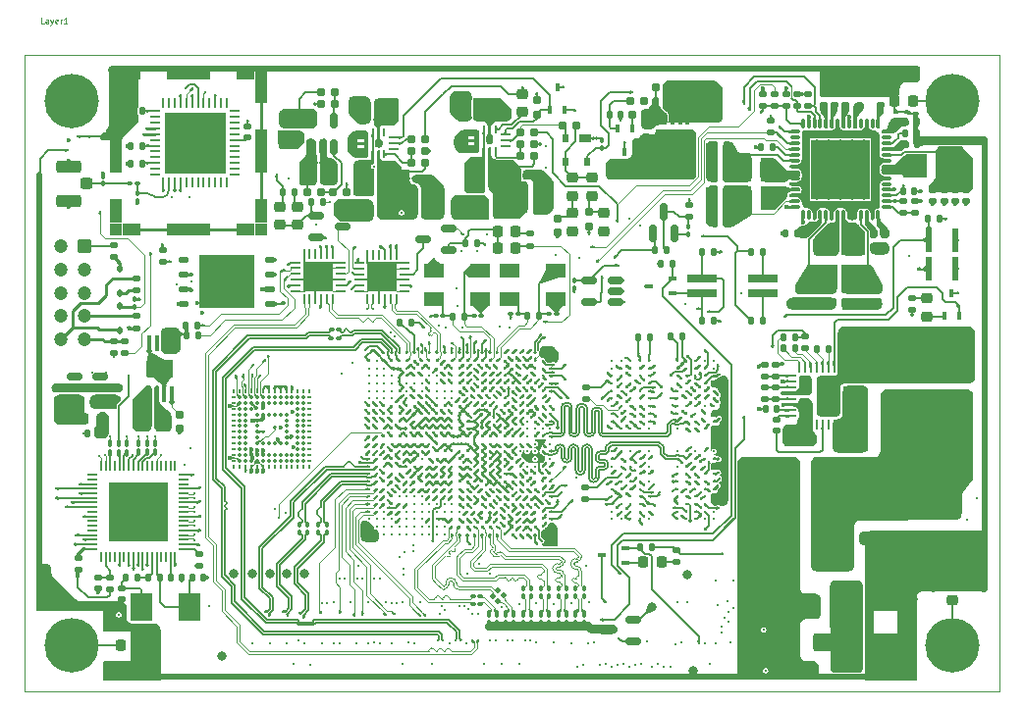
<source format=gbr>
%TF.GenerationSoftware,KiCad,Pcbnew,7.99.0-3958-g1df84f4d92*%
%TF.CreationDate,2023-12-24T01:25:55+01:00*%
%TF.ProjectId,SBC,5342432e-6b69-4636-9164-5f7063625858,rev?*%
%TF.SameCoordinates,Original*%
%TF.FileFunction,Copper,L1,Top*%
%TF.FilePolarity,Positive*%
%FSLAX46Y46*%
G04 Gerber Fmt 4.6, Leading zero omitted, Abs format (unit mm)*
G04 Created by KiCad (PCBNEW 7.99.0-3958-g1df84f4d92) date 2023-12-24 01:25:55*
%MOMM*%
%LPD*%
G01*
G04 APERTURE LIST*
G04 Aperture macros list*
%AMRoundRect*
0 Rectangle with rounded corners*
0 $1 Rounding radius*
0 $2 $3 $4 $5 $6 $7 $8 $9 X,Y pos of 4 corners*
0 Add a 4 corners polygon primitive as box body*
4,1,4,$2,$3,$4,$5,$6,$7,$8,$9,$2,$3,0*
0 Add four circle primitives for the rounded corners*
1,1,$1+$1,$2,$3*
1,1,$1+$1,$4,$5*
1,1,$1+$1,$6,$7*
1,1,$1+$1,$8,$9*
0 Add four rect primitives between the rounded corners*
20,1,$1+$1,$2,$3,$4,$5,0*
20,1,$1+$1,$4,$5,$6,$7,0*
20,1,$1+$1,$6,$7,$8,$9,0*
20,1,$1+$1,$8,$9,$2,$3,0*%
G04 Aperture macros list end*
%ADD10C,0.100000*%
%TA.AperFunction,NonConductor*%
%ADD11C,0.100000*%
%TD*%
%TA.AperFunction,SMDPad,CuDef*%
%ADD12RoundRect,0.218750X0.256250X-0.218750X0.256250X0.218750X-0.256250X0.218750X-0.256250X-0.218750X0*%
%TD*%
%TA.AperFunction,SMDPad,CuDef*%
%ADD13RoundRect,0.135000X0.135000X0.185000X-0.135000X0.185000X-0.135000X-0.185000X0.135000X-0.185000X0*%
%TD*%
%TA.AperFunction,SMDPad,CuDef*%
%ADD14RoundRect,0.135000X0.185000X-0.135000X0.185000X0.135000X-0.185000X0.135000X-0.185000X-0.135000X0*%
%TD*%
%TA.AperFunction,ComponentPad*%
%ADD15RoundRect,0.250000X-0.350000X0.350000X-0.350000X-0.350000X0.350000X-0.350000X0.350000X0.350000X0*%
%TD*%
%TA.AperFunction,ComponentPad*%
%ADD16C,1.200000*%
%TD*%
%TA.AperFunction,SMDPad,CuDef*%
%ADD17RoundRect,0.125000X0.262500X0.125000X-0.262500X0.125000X-0.262500X-0.125000X0.262500X-0.125000X0*%
%TD*%
%TA.AperFunction,SMDPad,CuDef*%
%ADD18R,4.700000X4.600000*%
%TD*%
%TA.AperFunction,SMDPad,CuDef*%
%ADD19RoundRect,0.150000X0.512500X0.150000X-0.512500X0.150000X-0.512500X-0.150000X0.512500X-0.150000X0*%
%TD*%
%TA.AperFunction,SMDPad,CuDef*%
%ADD20RoundRect,0.140000X-0.170000X0.140000X-0.170000X-0.140000X0.170000X-0.140000X0.170000X0.140000X0*%
%TD*%
%TA.AperFunction,SMDPad,CuDef*%
%ADD21RoundRect,0.140000X0.140000X0.170000X-0.140000X0.170000X-0.140000X-0.170000X0.140000X-0.170000X0*%
%TD*%
%TA.AperFunction,SMDPad,CuDef*%
%ADD22RoundRect,0.160000X-0.160000X0.197500X-0.160000X-0.197500X0.160000X-0.197500X0.160000X0.197500X0*%
%TD*%
%TA.AperFunction,SMDPad,CuDef*%
%ADD23RoundRect,0.135000X-0.135000X-0.185000X0.135000X-0.185000X0.135000X0.185000X-0.135000X0.185000X0*%
%TD*%
%TA.AperFunction,SMDPad,CuDef*%
%ADD24R,0.250000X0.700000*%
%TD*%
%TA.AperFunction,SMDPad,CuDef*%
%ADD25R,0.900000X0.250000*%
%TD*%
%TA.AperFunction,SMDPad,CuDef*%
%ADD26R,0.400000X1.250000*%
%TD*%
%TA.AperFunction,SMDPad,CuDef*%
%ADD27R,0.250000X0.400000*%
%TD*%
%TA.AperFunction,SMDPad,CuDef*%
%ADD28RoundRect,0.100000X-0.100000X0.217500X-0.100000X-0.217500X0.100000X-0.217500X0.100000X0.217500X0*%
%TD*%
%TA.AperFunction,SMDPad,CuDef*%
%ADD29RoundRect,0.160000X-0.197500X-0.160000X0.197500X-0.160000X0.197500X0.160000X-0.197500X0.160000X0*%
%TD*%
%TA.AperFunction,SMDPad,CuDef*%
%ADD30RoundRect,0.140000X0.170000X-0.140000X0.170000X0.140000X-0.170000X0.140000X-0.170000X-0.140000X0*%
%TD*%
%TA.AperFunction,SMDPad,CuDef*%
%ADD31RoundRect,0.100000X-0.100000X0.130000X-0.100000X-0.130000X0.100000X-0.130000X0.100000X0.130000X0*%
%TD*%
%TA.AperFunction,SMDPad,CuDef*%
%ADD32RoundRect,0.062500X0.062500X-0.337500X0.062500X0.337500X-0.062500X0.337500X-0.062500X-0.337500X0*%
%TD*%
%TA.AperFunction,SMDPad,CuDef*%
%ADD33RoundRect,0.062500X0.337500X-0.062500X0.337500X0.062500X-0.337500X0.062500X-0.337500X-0.062500X0*%
%TD*%
%TA.AperFunction,SMDPad,CuDef*%
%ADD34R,5.300000X5.300000*%
%TD*%
%TA.AperFunction,SMDPad,CuDef*%
%ADD35R,2.000000X1.100000*%
%TD*%
%TA.AperFunction,SMDPad,CuDef*%
%ADD36RoundRect,0.140000X-0.140000X-0.170000X0.140000X-0.170000X0.140000X0.170000X-0.140000X0.170000X0*%
%TD*%
%TA.AperFunction,SMDPad,CuDef*%
%ADD37RoundRect,0.062500X-0.375000X-0.062500X0.375000X-0.062500X0.375000X0.062500X-0.375000X0.062500X0*%
%TD*%
%TA.AperFunction,SMDPad,CuDef*%
%ADD38RoundRect,0.062500X-0.062500X-0.375000X0.062500X-0.375000X0.062500X0.375000X-0.062500X0.375000X0*%
%TD*%
%TA.AperFunction,SMDPad,CuDef*%
%ADD39RoundRect,0.106599X0.418401X0.723401X-0.418401X0.723401X-0.418401X-0.723401X0.418401X-0.723401X0*%
%TD*%
%TA.AperFunction,SMDPad,CuDef*%
%ADD40RoundRect,0.106599X0.418401X0.633401X-0.418401X0.633401X-0.418401X-0.633401X0.418401X-0.633401X0*%
%TD*%
%TA.AperFunction,SMDPad,CuDef*%
%ADD41RoundRect,0.200000X0.785000X-1.540000X0.785000X1.540000X-0.785000X1.540000X-0.785000X-1.540000X0*%
%TD*%
%TA.AperFunction,SMDPad,CuDef*%
%ADD42RoundRect,0.100000X-0.130000X-0.100000X0.130000X-0.100000X0.130000X0.100000X-0.130000X0.100000X0*%
%TD*%
%TA.AperFunction,SMDPad,CuDef*%
%ADD43C,0.270000*%
%TD*%
%TA.AperFunction,SMDPad,CuDef*%
%ADD44RoundRect,0.100000X0.100000X-0.130000X0.100000X0.130000X-0.100000X0.130000X-0.100000X-0.130000X0*%
%TD*%
%TA.AperFunction,SMDPad,CuDef*%
%ADD45R,1.000000X1.000000*%
%TD*%
%TA.AperFunction,SMDPad,CuDef*%
%ADD46R,1.000000X2.130000*%
%TD*%
%TA.AperFunction,SMDPad,CuDef*%
%ADD47R,1.000000X3.800000*%
%TD*%
%TA.AperFunction,SMDPad,CuDef*%
%ADD48R,1.650000X1.000000*%
%TD*%
%TA.AperFunction,SMDPad,CuDef*%
%ADD49R,3.800000X1.000000*%
%TD*%
%TA.AperFunction,SMDPad,CuDef*%
%ADD50RoundRect,0.225000X-0.225000X-0.250000X0.225000X-0.250000X0.225000X0.250000X-0.225000X0.250000X0*%
%TD*%
%TA.AperFunction,SMDPad,CuDef*%
%ADD51RoundRect,0.160000X0.197500X0.160000X-0.197500X0.160000X-0.197500X-0.160000X0.197500X-0.160000X0*%
%TD*%
%TA.AperFunction,SMDPad,CuDef*%
%ADD52RoundRect,0.135000X-0.185000X0.135000X-0.185000X-0.135000X0.185000X-0.135000X0.185000X0.135000X0*%
%TD*%
%TA.AperFunction,SMDPad,CuDef*%
%ADD53RoundRect,0.250000X-0.650000X0.325000X-0.650000X-0.325000X0.650000X-0.325000X0.650000X0.325000X0*%
%TD*%
%TA.AperFunction,SMDPad,CuDef*%
%ADD54RoundRect,0.218750X0.218750X0.256250X-0.218750X0.256250X-0.218750X-0.256250X0.218750X-0.256250X0*%
%TD*%
%TA.AperFunction,SMDPad,CuDef*%
%ADD55R,1.100000X2.000000*%
%TD*%
%TA.AperFunction,SMDPad,CuDef*%
%ADD56RoundRect,0.100000X0.100000X-0.217500X0.100000X0.217500X-0.100000X0.217500X-0.100000X-0.217500X0*%
%TD*%
%TA.AperFunction,SMDPad,CuDef*%
%ADD57RoundRect,0.062500X-0.062500X0.375000X-0.062500X-0.375000X0.062500X-0.375000X0.062500X0.375000X0*%
%TD*%
%TA.AperFunction,SMDPad,CuDef*%
%ADD58RoundRect,0.062500X-0.375000X0.062500X-0.375000X-0.062500X0.375000X-0.062500X0.375000X0.062500X0*%
%TD*%
%TA.AperFunction,SMDPad,CuDef*%
%ADD59R,2.500000X2.500000*%
%TD*%
%TA.AperFunction,SMDPad,CuDef*%
%ADD60RoundRect,0.225000X0.225000X0.250000X-0.225000X0.250000X-0.225000X-0.250000X0.225000X-0.250000X0*%
%TD*%
%TA.AperFunction,SMDPad,CuDef*%
%ADD61RoundRect,0.250000X1.500000X0.550000X-1.500000X0.550000X-1.500000X-0.550000X1.500000X-0.550000X0*%
%TD*%
%TA.AperFunction,SMDPad,CuDef*%
%ADD62R,0.450000X0.700000*%
%TD*%
%TA.AperFunction,SMDPad,CuDef*%
%ADD63RoundRect,0.218750X-0.218750X-0.256250X0.218750X-0.256250X0.218750X0.256250X-0.218750X0.256250X0*%
%TD*%
%TA.AperFunction,SMDPad,CuDef*%
%ADD64O,0.200000X0.350000*%
%TD*%
%TA.AperFunction,SMDPad,CuDef*%
%ADD65O,0.350000X0.200000*%
%TD*%
%TA.AperFunction,SMDPad,CuDef*%
%ADD66C,0.350000*%
%TD*%
%TA.AperFunction,SMDPad,CuDef*%
%ADD67RoundRect,0.100000X0.130000X0.100000X-0.130000X0.100000X-0.130000X-0.100000X0.130000X-0.100000X0*%
%TD*%
%TA.AperFunction,SMDPad,CuDef*%
%ADD68R,0.700000X0.450000*%
%TD*%
%TA.AperFunction,SMDPad,CuDef*%
%ADD69RoundRect,0.225000X0.250000X-0.225000X0.250000X0.225000X-0.250000X0.225000X-0.250000X-0.225000X0*%
%TD*%
%TA.AperFunction,SMDPad,CuDef*%
%ADD70R,0.450000X1.450000*%
%TD*%
%TA.AperFunction,ComponentPad*%
%ADD71C,0.300000*%
%TD*%
%TA.AperFunction,SMDPad,CuDef*%
%ADD72RoundRect,0.076200X1.066800X0.685800X-1.066800X0.685800X-1.066800X-0.685800X1.066800X-0.685800X0*%
%TD*%
%TA.AperFunction,ComponentPad*%
%ADD73C,3.100000*%
%TD*%
%TA.AperFunction,ConnectorPad*%
%ADD74C,4.700000*%
%TD*%
%TA.AperFunction,SMDPad,CuDef*%
%ADD75RoundRect,0.100000X-0.162635X0.021213X0.021213X-0.162635X0.162635X-0.021213X-0.021213X0.162635X0*%
%TD*%
%TA.AperFunction,SMDPad,CuDef*%
%ADD76RoundRect,0.173913X-0.226087X-0.726087X0.226087X-0.726087X0.226087X0.726087X-0.226087X0.726087X0*%
%TD*%
%TA.AperFunction,SMDPad,CuDef*%
%ADD77RoundRect,0.025000X-0.225000X-0.975000X0.225000X-0.975000X0.225000X0.975000X-0.225000X0.975000X0*%
%TD*%
%TA.AperFunction,SMDPad,CuDef*%
%ADD78RoundRect,0.112500X0.112500X-0.187500X0.112500X0.187500X-0.112500X0.187500X-0.112500X-0.187500X0*%
%TD*%
%TA.AperFunction,SMDPad,CuDef*%
%ADD79R,4.950000X3.175000*%
%TD*%
%TA.AperFunction,SMDPad,CuDef*%
%ADD80C,0.330200*%
%TD*%
%TA.AperFunction,SMDPad,CuDef*%
%ADD81RoundRect,0.067500X-0.357500X-0.067500X0.357500X-0.067500X0.357500X0.067500X-0.357500X0.067500X0*%
%TD*%
%TA.AperFunction,SMDPad,CuDef*%
%ADD82RoundRect,0.067500X-0.067500X0.357500X-0.067500X-0.357500X0.067500X-0.357500X0.067500X0.357500X0*%
%TD*%
%TA.AperFunction,ComponentPad*%
%ADD83C,0.500000*%
%TD*%
%TA.AperFunction,SMDPad,CuDef*%
%ADD84R,5.060000X5.200000*%
%TD*%
%TA.AperFunction,SMDPad,CuDef*%
%ADD85RoundRect,0.250000X0.262500X0.450000X-0.262500X0.450000X-0.262500X-0.450000X0.262500X-0.450000X0*%
%TD*%
%TA.AperFunction,SMDPad,CuDef*%
%ADD86R,0.405000X0.990000*%
%TD*%
%TA.AperFunction,SMDPad,CuDef*%
%ADD87R,2.235000X1.725000*%
%TD*%
%TA.AperFunction,SMDPad,CuDef*%
%ADD88R,0.406250X0.760000*%
%TD*%
%TA.AperFunction,SMDPad,CuDef*%
%ADD89R,1.900000X2.400000*%
%TD*%
%TA.AperFunction,SMDPad,CuDef*%
%ADD90RoundRect,0.050000X0.362500X0.050000X-0.362500X0.050000X-0.362500X-0.050000X0.362500X-0.050000X0*%
%TD*%
%TA.AperFunction,SMDPad,CuDef*%
%ADD91RoundRect,0.050000X0.050000X0.362500X-0.050000X0.362500X-0.050000X-0.362500X0.050000X-0.362500X0*%
%TD*%
%TA.AperFunction,SMDPad,CuDef*%
%ADD92R,5.200000X5.200000*%
%TD*%
%TA.AperFunction,SMDPad,CuDef*%
%ADD93RoundRect,0.218750X-0.256250X0.218750X-0.256250X-0.218750X0.256250X-0.218750X0.256250X0.218750X0*%
%TD*%
%TA.AperFunction,SMDPad,CuDef*%
%ADD94R,2.650000X0.760000*%
%TD*%
%TA.AperFunction,SMDPad,CuDef*%
%ADD95RoundRect,0.250000X-0.375000X-0.850000X0.375000X-0.850000X0.375000X0.850000X-0.375000X0.850000X0*%
%TD*%
%TA.AperFunction,SMDPad,CuDef*%
%ADD96R,1.000000X0.700000*%
%TD*%
%TA.AperFunction,SMDPad,CuDef*%
%ADD97R,0.600000X0.700000*%
%TD*%
%TA.AperFunction,SMDPad,CuDef*%
%ADD98R,1.800000X1.200000*%
%TD*%
%TA.AperFunction,SMDPad,CuDef*%
%ADD99RoundRect,0.250000X0.275000X0.250000X-0.275000X0.250000X-0.275000X-0.250000X0.275000X-0.250000X0*%
%TD*%
%TA.AperFunction,SMDPad,CuDef*%
%ADD100RoundRect,0.250000X0.850000X0.275000X-0.850000X0.275000X-0.850000X-0.275000X0.850000X-0.275000X0*%
%TD*%
%TA.AperFunction,SMDPad,CuDef*%
%ADD101RoundRect,0.225000X-0.250000X0.225000X-0.250000X-0.225000X0.250000X-0.225000X0.250000X0.225000X0*%
%TD*%
%TA.AperFunction,SMDPad,CuDef*%
%ADD102RoundRect,0.150000X0.150000X-0.512500X0.150000X0.512500X-0.150000X0.512500X-0.150000X-0.512500X0*%
%TD*%
%TA.AperFunction,SMDPad,CuDef*%
%ADD103RoundRect,0.150000X-0.512500X-0.150000X0.512500X-0.150000X0.512500X0.150000X-0.512500X0.150000X0*%
%TD*%
%TA.AperFunction,SMDPad,CuDef*%
%ADD104RoundRect,0.150000X0.150000X-0.587500X0.150000X0.587500X-0.150000X0.587500X-0.150000X-0.587500X0*%
%TD*%
%TA.AperFunction,ViaPad*%
%ADD105C,0.800000*%
%TD*%
%TA.AperFunction,ViaPad*%
%ADD106C,0.300000*%
%TD*%
%TA.AperFunction,ViaPad*%
%ADD107C,0.360000*%
%TD*%
%TA.AperFunction,Conductor*%
%ADD108C,0.130000*%
%TD*%
%TA.AperFunction,Conductor*%
%ADD109C,0.180000*%
%TD*%
%TA.AperFunction,Conductor*%
%ADD110C,0.250000*%
%TD*%
%TA.AperFunction,Conductor*%
%ADD111C,0.140000*%
%TD*%
%TA.AperFunction,Conductor*%
%ADD112C,0.110000*%
%TD*%
%TA.AperFunction,Conductor*%
%ADD113C,0.150000*%
%TD*%
%TA.AperFunction,Conductor*%
%ADD114C,0.120000*%
%TD*%
%TA.AperFunction,Conductor*%
%ADD115C,0.100000*%
%TD*%
%TA.AperFunction,Conductor*%
%ADD116C,0.300000*%
%TD*%
%TA.AperFunction,Conductor*%
%ADD117C,0.200000*%
%TD*%
%TA.AperFunction,Profile*%
%ADD118C,0.100000*%
%TD*%
G04 APERTURE END LIST*
D10*
D11*
X59200412Y-74851623D02*
X58962317Y-74851623D01*
X58962317Y-74851623D02*
X58962317Y-74351623D01*
X59581365Y-74851623D02*
X59581365Y-74589718D01*
X59581365Y-74589718D02*
X59557555Y-74542099D01*
X59557555Y-74542099D02*
X59509936Y-74518290D01*
X59509936Y-74518290D02*
X59414698Y-74518290D01*
X59414698Y-74518290D02*
X59367079Y-74542099D01*
X59581365Y-74827814D02*
X59533746Y-74851623D01*
X59533746Y-74851623D02*
X59414698Y-74851623D01*
X59414698Y-74851623D02*
X59367079Y-74827814D01*
X59367079Y-74827814D02*
X59343270Y-74780194D01*
X59343270Y-74780194D02*
X59343270Y-74732575D01*
X59343270Y-74732575D02*
X59367079Y-74684956D01*
X59367079Y-74684956D02*
X59414698Y-74661147D01*
X59414698Y-74661147D02*
X59533746Y-74661147D01*
X59533746Y-74661147D02*
X59581365Y-74637337D01*
X59771841Y-74518290D02*
X59890889Y-74851623D01*
X60009936Y-74518290D02*
X59890889Y-74851623D01*
X59890889Y-74851623D02*
X59843270Y-74970671D01*
X59843270Y-74970671D02*
X59819460Y-74994480D01*
X59819460Y-74994480D02*
X59771841Y-75018290D01*
X60390888Y-74827814D02*
X60343269Y-74851623D01*
X60343269Y-74851623D02*
X60248031Y-74851623D01*
X60248031Y-74851623D02*
X60200412Y-74827814D01*
X60200412Y-74827814D02*
X60176603Y-74780194D01*
X60176603Y-74780194D02*
X60176603Y-74589718D01*
X60176603Y-74589718D02*
X60200412Y-74542099D01*
X60200412Y-74542099D02*
X60248031Y-74518290D01*
X60248031Y-74518290D02*
X60343269Y-74518290D01*
X60343269Y-74518290D02*
X60390888Y-74542099D01*
X60390888Y-74542099D02*
X60414698Y-74589718D01*
X60414698Y-74589718D02*
X60414698Y-74637337D01*
X60414698Y-74637337D02*
X60176603Y-74684956D01*
X60628983Y-74851623D02*
X60628983Y-74518290D01*
X60628983Y-74613528D02*
X60652793Y-74565909D01*
X60652793Y-74565909D02*
X60676602Y-74542099D01*
X60676602Y-74542099D02*
X60724221Y-74518290D01*
X60724221Y-74518290D02*
X60771840Y-74518290D01*
X61200412Y-74851623D02*
X60914698Y-74851623D01*
X61057555Y-74851623D02*
X61057555Y-74351623D01*
X61057555Y-74351623D02*
X61009936Y-74423052D01*
X61009936Y-74423052D02*
X60962317Y-74470671D01*
X60962317Y-74470671D02*
X60914698Y-74494480D01*
D12*
%TO.P,D4,1,K*%
%TO.N,Net-(D4-K)*%
X104809481Y-89762514D03*
%TO.P,D4,2,A*%
%TO.N,/POWER/MNRST*%
X104809481Y-88187514D03*
%TD*%
D13*
%TO.P,R84,1,1*%
%TO.N,VDD_1V8*%
X96565081Y-93818814D03*
%TO.P,R84,2,2*%
%TO.N,Net-(D7-A)*%
X95545081Y-93818814D03*
%TD*%
D14*
%TO.P,R107,1,1*%
%TO.N,3.3V_SW_DELAYED*%
X62148081Y-122014814D03*
%TO.P,R107,2,2*%
%TO.N,ENET_INT*%
X62148081Y-120994814D03*
%TD*%
D15*
%TO.P,J3,1,Pin_1*%
%TO.N,Net-(J3-Pin_1)*%
X62677481Y-94118014D03*
D16*
%TO.P,J3,2,Pin_2*%
%TO.N,JTAG_TMS*%
X60677481Y-94118014D03*
%TO.P,J3,3,Pin_3*%
%TO.N,GND*%
X62677481Y-96118014D03*
%TO.P,J3,4,Pin_4*%
%TO.N,JTAG_TCK*%
X60677481Y-96118014D03*
%TO.P,J3,5,Pin_5*%
%TO.N,GND*%
X62677481Y-98118014D03*
%TO.P,J3,6,Pin_6*%
%TO.N,JTAG_TDO*%
X60677481Y-98118014D03*
%TO.P,J3,7,Pin_7*%
%TO.N,Net-(J3-Pin_7)*%
X62677481Y-100118014D03*
%TO.P,J3,8,Pin_8*%
%TO.N,JTAG_TDI*%
X60677481Y-100118014D03*
%TO.P,J3,9,Pin_9*%
%TO.N,Net-(J3-Pin_9)*%
X62677481Y-102118014D03*
%TO.P,J3,10,Pin_10*%
%TO.N,Net-(D9-K)*%
X60677481Y-102118014D03*
%TD*%
D17*
%TO.P,U14,1,CE#*%
%TO.N,QSPIA_nSS0 *%
X78702681Y-99079314D03*
%TO.P,U14,2,IO1*%
%TO.N,NAND_DATA0*%
X78702681Y-97809314D03*
%TO.P,U14,3,IO2*%
%TO.N,NAND_DATA1*%
X78702681Y-96539314D03*
%TO.P,U14,4,GND*%
%TO.N,GND*%
X78702681Y-95269314D03*
%TO.P,U14,5,IO0*%
%TO.N,NAND_DATA3*%
X71202681Y-95269314D03*
%TO.P,U14,6,SCK*%
%TO.N,QSPIA_SCLK*%
X71202681Y-96539314D03*
%TO.P,U14,7,IO3*%
%TO.N,NAND_DATA2*%
X71202681Y-97809314D03*
%TO.P,U14,8,VCC*%
%TO.N,3.3V_SW_DELAYED*%
X71202681Y-99079314D03*
D18*
%TO.P,U14,9,EP*%
%TO.N,GND*%
X74952681Y-97174314D03*
%TD*%
D19*
%TO.P,U10,1,GND*%
%TO.N,GND*%
X108486981Y-98951014D03*
%TO.P,U10,2,NC/GND*%
X108486981Y-98001014D03*
%TO.P,U10,3,NC/GND*%
X108486981Y-97051014D03*
%TO.P,U10,4,VDD*%
%TO.N,3.3V_SW*%
X106211981Y-97051014D03*
%TO.P,U10,5,OUT*%
%TO.N,/MPU/RTC_CLK*%
X106211981Y-98951014D03*
%TD*%
D13*
%TO.P,R77,1,1*%
%TO.N,3.3V_SW*%
X111593381Y-120115414D03*
%TO.P,R77,2,2*%
%TO.N,GPIO0*%
X110573381Y-120115414D03*
%TD*%
D20*
%TO.P,C17,1*%
%TO.N,Net-(U2-BST)*%
X122343462Y-109070028D03*
%TO.P,C17,2*%
%TO.N,Net-(C17-Pad2)*%
X122343462Y-110030028D03*
%TD*%
D21*
%TO.P,C60,1*%
%TO.N,VDD_PHY_0V9*%
X124120000Y-93030400D03*
%TO.P,C60,2*%
%TO.N,GND*%
X123160000Y-93030400D03*
%TD*%
D14*
%TO.P,R3,1,1*%
%TO.N,Net-(U2-FB)*%
X122318462Y-105355028D03*
%TO.P,R3,2,2*%
%TO.N,GND*%
X122318462Y-104335028D03*
%TD*%
D20*
%TO.P,C327,1*%
%TO.N,Net-(C327-Pad1)*%
X65882500Y-123650400D03*
%TO.P,C327,2*%
%TO.N,GND*%
X65882500Y-124610400D03*
%TD*%
D22*
%TO.P,R31,1,1*%
%TO.N,Net-(D3-K)*%
X106206481Y-91168514D03*
%TO.P,R31,2,2*%
%TO.N,SYS_NRST*%
X106206481Y-92363514D03*
%TD*%
D23*
%TO.P,R86,1,1*%
%TO.N,3.3V_SW_DELAYED*%
X71517481Y-101818014D03*
%TO.P,R86,2,2*%
%TO.N,I2C2_SDA*%
X72537481Y-101818014D03*
%TD*%
D21*
%TO.P,C54,1*%
%TO.N,VDD_VPU_0V9*%
X118023462Y-92112527D03*
%TO.P,C54,2*%
%TO.N,GND*%
X117063462Y-92112527D03*
%TD*%
D20*
%TO.P,C317,1*%
%TO.N,ENET_NRST*%
X63920000Y-122712900D03*
%TO.P,C317,2*%
%TO.N,GND*%
X63920000Y-123672900D03*
%TD*%
%TO.P,C34,1*%
%TO.N,NVCC_DRAM_1V1*%
X129243462Y-97877528D03*
%TO.P,C34,2*%
%TO.N,GND*%
X129243462Y-98837528D03*
%TD*%
D12*
%TO.P,D5,1,K*%
%TO.N,Net-(D5-K)*%
X135314881Y-100151114D03*
%TO.P,D5,2,A*%
%TO.N,Net-(D5-A)*%
X135314881Y-98576114D03*
%TD*%
D24*
%TO.P,U5,1,SW*%
%TO.N,Net-(L8-Pad1)*%
X87552481Y-86170014D03*
%TO.P,U5,2,OUT*%
%TO.N,Net-(U5-OUT)*%
X88052481Y-86170014D03*
%TO.P,U5,3,FB*%
%TO.N,Net-(U5-FB)*%
X88552481Y-86170014D03*
D25*
%TO.P,U5,4,RAMP*%
%TO.N,unconnected-(U5-RAMP-Pad4)*%
X89402481Y-85720014D03*
%TO.P,U5,5,EN*%
%TO.N,Net-(U5-EN)*%
X89402481Y-85220014D03*
%TO.P,U5,6,MODE*%
%TO.N,/POWER/P_MODE*%
X89402481Y-84720014D03*
D24*
%TO.P,U5,7,PG*%
%TO.N,unconnected-(U5-PG-Pad7)*%
X88552481Y-84270014D03*
%TO.P,U5,8,VIN1*%
%TO.N,3.3V_SW_DELAYED*%
X88052481Y-84270014D03*
%TO.P,U5,9,SW*%
%TO.N,Net-(L8-Pad1)*%
X87552481Y-84270014D03*
D25*
%TO.P,U5,10,GND*%
%TO.N,GND*%
X86702481Y-85720014D03*
X86702481Y-85220014D03*
D26*
X86952481Y-85220014D03*
D25*
X86702481Y-84720014D03*
D27*
%TO.P,U5,11,VIN2*%
%TO.N,3.3V_SW_DELAYED*%
X88052481Y-85220014D03*
%TD*%
D28*
%TO.P,R41,1*%
%TO.N,HDMI_TX2_N*%
X99714681Y-125872514D03*
%TO.P,R41,2*%
%TO.N,/MPU/R_GND*%
X99714681Y-126687514D03*
%TD*%
D13*
%TO.P,R109,1,1*%
%TO.N,/IO/XTAL1*%
X67292500Y-122730400D03*
%TO.P,R109,2,2*%
%TO.N,Net-(C327-Pad1)*%
X66272500Y-122730400D03*
%TD*%
D29*
%TO.P,R23,1,1*%
%TO.N,GND*%
X83129981Y-81818014D03*
%TO.P,R23,2,2*%
%TO.N,Net-(U4-ADJ)*%
X84324981Y-81818014D03*
%TD*%
D14*
%TO.P,R90,1,1*%
%TO.N,3.3V_SW_DELAYED*%
X65240000Y-95060000D03*
%TO.P,R90,2,2*%
%TO.N,Net-(J3-Pin_1)*%
X65240000Y-94040000D03*
%TD*%
D30*
%TO.P,C63,1*%
%TO.N,3.3V_SW_DELAYED*%
X111093000Y-84608000D03*
%TO.P,C63,2*%
%TO.N,Net-(C56-Pad2)*%
X111093000Y-83648000D03*
%TD*%
D28*
%TO.P,R101,1,1*%
%TO.N,ENET_RX_CTL*%
X65627881Y-111115114D03*
%TO.P,R101,2,2*%
%TO.N,Net-(U17-RX_DV{slash}RX_CTL)*%
X65627881Y-111930114D03*
%TD*%
D14*
%TO.P,R9,1,1*%
%TO.N,Net-(U1C-VDDOTP)*%
X129458462Y-81970028D03*
%TO.P,R9,2,2*%
%TO.N,GND*%
X129458462Y-80950028D03*
%TD*%
D31*
%TO.P,C65,1,1*%
%TO.N,VDD_SNVS_0V9*%
X81227481Y-83685514D03*
%TO.P,C65,2,2*%
%TO.N,GND*%
X81227481Y-84325514D03*
%TD*%
D20*
%TO.P,C39,1*%
%TO.N,NVCC_DRAM_1V1*%
X130193462Y-97877528D03*
%TO.P,C39,2*%
%TO.N,GND*%
X130193462Y-98837528D03*
%TD*%
D32*
%TO.P,U19,1,VDDA*%
%TO.N,3.3V_SW_DELAYED*%
X69477481Y-88618014D03*
%TO.P,U19,2,LNA_IN*%
%TO.N,/IO/LNA_IN*%
X69977481Y-88618014D03*
%TO.P,U19,3,VDDA3P3*%
%TO.N,3.3V_SW_DELAYED*%
X70477481Y-88618014D03*
%TO.P,U19,4,VDDA3P3*%
X70977481Y-88618014D03*
%TO.P,U19,5,SENSOR_VP*%
%TO.N,unconnected-(U19-SENSOR_VP-Pad5)*%
X71477481Y-88618014D03*
%TO.P,U19,6,SENSOR_CAPP*%
%TO.N,unconnected-(U19-SENSOR_CAPP-Pad6)*%
X71977481Y-88618014D03*
%TO.P,U19,7,SENSOR_CAPN*%
%TO.N,unconnected-(U19-SENSOR_CAPN-Pad7)*%
X72477481Y-88618014D03*
%TO.P,U19,8,SENSOR_VN*%
%TO.N,unconnected-(U19-SENSOR_VN-Pad8)*%
X72977481Y-88618014D03*
%TO.P,U19,9,EN*%
%TO.N,unconnected-(U19-EN-Pad9)*%
X73477481Y-88618014D03*
%TO.P,U19,10,IO34*%
%TO.N,unconnected-(U19-IO34-Pad10)*%
X73977481Y-88618014D03*
%TO.P,U19,11,IO35*%
%TO.N,unconnected-(U19-IO35-Pad11)*%
X74477481Y-88618014D03*
%TO.P,U19,12,IO32*%
%TO.N,unconnected-(U19-IO32-Pad12)*%
X74977481Y-88618014D03*
D33*
%TO.P,U19,13,IO33*%
%TO.N,unconnected-(U19-IO33-Pad13)*%
X75677481Y-87918014D03*
%TO.P,U19,14,IO25*%
%TO.N,unconnected-(U19-IO25-Pad14)*%
X75677481Y-87418014D03*
%TO.P,U19,15,IO26*%
%TO.N,unconnected-(U19-IO26-Pad15)*%
X75677481Y-86918014D03*
%TO.P,U19,16,IO27*%
%TO.N,unconnected-(U19-IO27-Pad16)*%
X75677481Y-86418014D03*
%TO.P,U19,17,IO14*%
%TO.N,unconnected-(U19-IO14-Pad17)*%
X75677481Y-85918014D03*
%TO.P,U19,18,IO12*%
%TO.N,unconnected-(U19-IO12-Pad18)*%
X75677481Y-85418014D03*
%TO.P,U19,19,VDD3P3_RTC*%
%TO.N,3.3V_SW_DELAYED*%
X75677481Y-84918014D03*
%TO.P,U19,20,IO13*%
%TO.N,unconnected-(U19-IO13-Pad20)*%
X75677481Y-84418014D03*
%TO.P,U19,21,IO15*%
%TO.N,unconnected-(U19-IO15-Pad21)*%
X75677481Y-83918014D03*
%TO.P,U19,22,IO2*%
%TO.N,unconnected-(U19-IO2-Pad22)*%
X75677481Y-83418014D03*
%TO.P,U19,23,IO0*%
%TO.N,unconnected-(U19-IO0-Pad23)*%
X75677481Y-82918014D03*
%TO.P,U19,24,IO4*%
%TO.N,unconnected-(U19-IO4-Pad24)*%
X75677481Y-82418014D03*
D32*
%TO.P,U19,25,IO16*%
%TO.N,unconnected-(U19-IO16-Pad25)*%
X74977481Y-81718014D03*
%TO.P,U19,26,VDD_SDIO*%
%TO.N,unconnected-(U19-VDD_SDIO-Pad26)*%
X74477481Y-81718014D03*
%TO.P,U19,27,IO17*%
%TO.N,/IO/SIO1*%
X73977481Y-81718014D03*
%TO.P,U19,28,SD2/IO9*%
%TO.N,unconnected-(U19-SD2{slash}IO9-Pad28)*%
X73477481Y-81718014D03*
%TO.P,U19,29,SD3/IO10*%
%TO.N,/IO/RAM_CS*%
X72977481Y-81718014D03*
%TO.P,U19,30,CMD*%
%TO.N,/IO/SIO3*%
X72477481Y-81718014D03*
%TO.P,U19,31,CLK*%
%TO.N,/IO/SCLK*%
X71977481Y-81718014D03*
%TO.P,U19,32,SD0*%
%TO.N,/IO/SIO2*%
X71477481Y-81718014D03*
%TO.P,U19,33,SD1*%
%TO.N,/IO/SIO0*%
X70977481Y-81718014D03*
%TO.P,U19,34,IO5*%
%TO.N,unconnected-(U19-IO5-Pad34)*%
X70477481Y-81718014D03*
%TO.P,U19,35,IO18*%
%TO.N,unconnected-(U19-IO18-Pad35)*%
X69977481Y-81718014D03*
%TO.P,U19,36,IO23*%
%TO.N,unconnected-(U19-IO23-Pad36)*%
X69477481Y-81718014D03*
D33*
%TO.P,U19,37,VDD3P3_CPU*%
%TO.N,3.3V_SW_DELAYED*%
X68777481Y-82418014D03*
%TO.P,U19,38,IO19*%
%TO.N,unconnected-(U19-IO19-Pad38)*%
X68777481Y-82918014D03*
%TO.P,U19,39,IO22*%
%TO.N,unconnected-(U19-IO22-Pad39)*%
X68777481Y-83418014D03*
%TO.P,U19,40,U0RXD/IO3*%
%TO.N,ESP32_RX*%
X68777481Y-83918014D03*
%TO.P,U19,41,U0TXD/IO1*%
%TO.N,ESP32_TX*%
X68777481Y-84418014D03*
%TO.P,U19,42,IO21*%
%TO.N,unconnected-(U19-IO21-Pad42)*%
X68777481Y-84918014D03*
%TO.P,U19,43,VDDA*%
%TO.N,3.3V_SW_DELAYED*%
X68777481Y-85418014D03*
%TO.P,U19,44,XTAL_N_NC*%
%TO.N,unconnected-(U19-XTAL_N_NC-Pad44)*%
X68777481Y-85918014D03*
%TO.P,U19,45,XTAL_P_NC*%
%TO.N,unconnected-(U19-XTAL_P_NC-Pad45)*%
X68777481Y-86418014D03*
%TO.P,U19,46,VDDA*%
%TO.N,3.3V_SW_DELAYED*%
X68777481Y-86918014D03*
%TO.P,U19,47,CAP2_NC*%
%TO.N,unconnected-(U19-CAP2_NC-Pad47)*%
X68777481Y-87418014D03*
%TO.P,U19,48,CAP1_NC*%
%TO.N,unconnected-(U19-CAP1_NC-Pad48)*%
X68777481Y-87918014D03*
D34*
%TO.P,U19,49,GND*%
%TO.N,GND*%
X72227481Y-85168014D03*
%TD*%
D20*
%TO.P,C38,1*%
%TO.N,VDD_DRAM_0V9*%
X137780000Y-89230400D03*
%TO.P,C38,2*%
%TO.N,GND*%
X137780000Y-90190400D03*
%TD*%
%TO.P,C59,1*%
%TO.N,VDD_PHY_1V8*%
X130755962Y-93090028D03*
%TO.P,C59,2*%
%TO.N,GND*%
X130755962Y-94050028D03*
%TD*%
D35*
%TO.P,L5,1,1*%
%TO.N,Net-(U1A-SW4LX)*%
X126593462Y-94325028D03*
%TO.P,L5,2,2*%
%TO.N,VDD_1V8*%
X126593462Y-96225028D03*
%TD*%
D36*
%TO.P,C62,1*%
%TO.N,VDD_PHY_3V3*%
X133505962Y-85270028D03*
%TO.P,C62,2*%
%TO.N,GND*%
X134465962Y-85270028D03*
%TD*%
D37*
%TO.P,U2,1,FB*%
%TO.N,Net-(U2-FB)*%
X123655962Y-105270028D03*
%TO.P,U2,2,VOUT*%
%TO.N,3.3V_SW*%
X123655962Y-105770028D03*
%TO.P,U2,3,VDD*%
%TO.N,Net-(U2-VDD)*%
X123655962Y-106270028D03*
%TO.P,U2,4,AGND*%
%TO.N,GND*%
X123655962Y-106770028D03*
%TO.P,U2,5,FBL*%
%TO.N,Net-(U2-FBL)*%
X123655962Y-107270028D03*
%TO.P,U2,6,VIN*%
%TO.N,VIN*%
X123655962Y-107770028D03*
%TO.P,U2,7,SS*%
%TO.N,Net-(U2-SS)*%
X123655962Y-108270028D03*
%TO.P,U2,8,BST*%
%TO.N,Net-(U2-BST)*%
X123655962Y-108770028D03*
D38*
%TO.P,U2,9,VIN*%
%TO.N,VIN*%
X124343462Y-109457528D03*
%TO.P,U2,10,VIN*%
X124843462Y-109457528D03*
%TO.P,U2,11,VIN*%
X125343462Y-109457528D03*
%TO.P,U2,12,NC*%
%TO.N,unconnected-(U2-NC-Pad12)*%
X125843462Y-109457528D03*
%TO.P,U2,13,LX*%
%TO.N,Net-(C17-Pad2)*%
X126343462Y-109457528D03*
%TO.P,U2,14,NC*%
%TO.N,unconnected-(U2-NC-Pad14)*%
X126843462Y-109457528D03*
%TO.P,U2,15,PGND*%
%TO.N,GND*%
X127343462Y-109457528D03*
%TO.P,U2,16,PGND*%
X127843462Y-109457528D03*
D37*
%TO.P,U2,17,PGND*%
X128530962Y-108770028D03*
%TO.P,U2,18,PGND*%
X128530962Y-108270028D03*
%TO.P,U2,19,PGND*%
X128530962Y-107770028D03*
%TO.P,U2,20,PGND*%
X128530962Y-107270028D03*
%TO.P,U2,21,PGND*%
X128530962Y-106770028D03*
%TO.P,U2,22,PGND*%
X128530962Y-106270028D03*
%TO.P,U2,23,LX*%
%TO.N,Net-(L6-Pad1)*%
X128530962Y-105770028D03*
%TO.P,U2,24,LX*%
X128530962Y-105270028D03*
D38*
%TO.P,U2,25,LX*%
X127843462Y-104582528D03*
%TO.P,U2,26,PGOOD*%
%TO.N,PG_VIN*%
X127343462Y-104582528D03*
%TO.P,U2,27,ILIM*%
%TO.N,Net-(U2-ILIM)*%
X126843462Y-104582528D03*
%TO.P,U2,28,LX*%
%TO.N,Net-(R8-Pad2)*%
X126343462Y-104582528D03*
%TO.P,U2,29,EN/PSV*%
%TO.N,Net-(U2-EN{slash}PSV)*%
X125843462Y-104582528D03*
%TO.P,U2,30,AGND*%
%TO.N,Net-(R6-Pad1)*%
X125343462Y-104582528D03*
%TO.P,U2,31,TON*%
%TO.N,Net-(U2-TON)*%
X124843462Y-104582528D03*
%TO.P,U2,32,ENL*%
%TO.N,Net-(U2-ENL)*%
X124343462Y-104582528D03*
D39*
%TO.P,U2,P1,AGND*%
%TO.N,GND*%
X124878462Y-106110028D03*
D40*
%TO.P,U2,P2,VIN*%
%TO.N,VIN*%
X124878462Y-108020028D03*
D41*
%TO.P,U2,P3,LX*%
%TO.N,Net-(L6-Pad1)*%
X126848462Y-107020028D03*
%TD*%
D31*
%TO.P,C97,1*%
%TO.N,/MPU/U2_TX_N*%
X81940400Y-118145600D03*
%TO.P,C97,2*%
%TO.N,USB2_TX_N*%
X81940400Y-118785600D03*
%TD*%
D42*
%TO.P,C74,1,1*%
%TO.N,Net-(U5-OUT)*%
X90526481Y-88268014D03*
%TO.P,C74,2,2*%
%TO.N,GND*%
X91166481Y-88268014D03*
%TD*%
D21*
%TO.P,C1,1*%
%TO.N,Net-(U2-SS)*%
X122373462Y-108170028D03*
%TO.P,C1,2*%
%TO.N,GND*%
X121413462Y-108170028D03*
%TD*%
D14*
%TO.P,R1,1,1*%
%TO.N,Net-(U2-FBL)*%
X122318462Y-107280028D03*
%TO.P,R1,2,2*%
%TO.N,Net-(U2-VDD)*%
X122318462Y-106260028D03*
%TD*%
D43*
%TO.P,U12,A1,DNU_A1*%
%TO.N,unconnected-(U12A-DNU_A1-PadA1)*%
X108195000Y-104005400D03*
%TO.P,U12,A2,DNU_A2*%
%TO.N,unconnected-(U12A-DNU_A2-PadA2)*%
X108995000Y-104005400D03*
%TO.P,U12,A3,VSS_A3*%
%TO.N,GND*%
X109795000Y-104005400D03*
%TO.P,U12,A4,VDD2_A4*%
%TO.N,NVCC_DRAM_1V1*%
X110595000Y-104005400D03*
%TO.P,U12,A5,ZQ0*%
%TO.N,Net-(U12A-ZQ0)*%
X111395000Y-104005400D03*
%TO.P,U12,A8,ZQ1*%
%TO.N,Net-(U12A-ZQ1)*%
X113795000Y-104005400D03*
%TO.P,U12,A9,VDD2_A9*%
%TO.N,NVCC_DRAM_1V1*%
X114595000Y-104005400D03*
%TO.P,U12,A10,VSS_A10*%
%TO.N,GND*%
X115395000Y-104005400D03*
%TO.P,U12,A11,DNU_A11*%
%TO.N,unconnected-(U12A-DNU_A11-PadA11)*%
X116195000Y-104005400D03*
%TO.P,U12,A12,DNU_A12*%
%TO.N,unconnected-(U12A-DNU_A12-PadA12)*%
X116995000Y-104005400D03*
%TO.P,U12,AA1*%
%TO.N,N/C*%
X108195000Y-117005400D03*
%TO.P,U12,AA2,DQ0_B*%
%TO.N,DRAM_DQ16*%
X108995000Y-117005400D03*
%TO.P,U12,AA3,VDDQ_AA3*%
%TO.N,NVCC_DRAM_1V1*%
X109795000Y-117005400D03*
%TO.P,U12,AA4,DQ7_B*%
%TO.N,DRAM_DQ23*%
X110595000Y-117005400D03*
%TO.P,U12,AA5,VDDQ_AA5*%
%TO.N,NVCC_DRAM_1V1*%
X111395000Y-117005400D03*
%TO.P,U12,AA8,VDDQ_AA8*%
X113795000Y-117005400D03*
%TO.P,U12,AA9,DQ15_B*%
%TO.N,DRAM_DQ31*%
X114595000Y-117005400D03*
%TO.P,U12,AA10,VDDQ_AA10*%
%TO.N,NVCC_DRAM_1V1*%
X115395000Y-117005400D03*
%TO.P,U12,AA11,DQ8_B*%
%TO.N,DRAM_DQ24*%
X116195000Y-117005400D03*
%TO.P,U12,AA12,DNU_AA12*%
%TO.N,unconnected-(U12A-DNU_AA12-PadAA12)*%
X116995000Y-117005400D03*
%TO.P,U12,AB1,DNU_AB1*%
%TO.N,unconnected-(U12A-DNU_AB1-PadAB1)*%
X108195000Y-117655400D03*
%TO.P,U12,AB2*%
%TO.N,N/C*%
X108995000Y-117655400D03*
%TO.P,U12,AB3,VSS_AB3*%
%TO.N,NVCC_DRAM_1V1*%
X109795000Y-117655400D03*
%TO.P,U12,AB4,VDD2_AB4*%
X110595000Y-117655400D03*
%TO.P,U12,AB5*%
%TO.N,N/C*%
X111395000Y-117655400D03*
%TO.P,U12,AB8,VSS_AB8*%
%TO.N,NVCC_DRAM_1V1*%
X113795000Y-117655400D03*
%TO.P,U12,AB9,VDD2_AB9*%
X114595000Y-117655400D03*
%TO.P,U12,AB10,VSS_AB10*%
X115395000Y-117655400D03*
%TO.P,U12,AB11,DNU_AB11*%
%TO.N,unconnected-(U12A-DNU_AB11-PadAB11)*%
X116195000Y-117655400D03*
%TO.P,U12,AB12,DNU_AB12*%
%TO.N,unconnected-(U12A-DNU_AB12-PadAB12)*%
X116995000Y-117655400D03*
%TO.P,U12,B1,DNU_B1*%
%TO.N,unconnected-(U12A-DNU_B1-PadB1)*%
X108195000Y-104655400D03*
%TO.P,U12,B2,DQ0_A*%
%TO.N,DRAM_DQ0*%
X108995000Y-104655400D03*
%TO.P,U12,B3,VDDQ_B3*%
%TO.N,NVCC_DRAM_1V1*%
X109795000Y-104655400D03*
%TO.P,U12,B4,DQ7_A*%
%TO.N,DRAM_DQ7*%
X110595000Y-104655400D03*
%TO.P,U12,B5,VDDQ_B5*%
%TO.N,NVCC_DRAM_1V1*%
X111395000Y-104655400D03*
%TO.P,U12,B8,VDDQ_B8*%
X113795000Y-104655400D03*
%TO.P,U12,B9,DQ15_A*%
%TO.N,DRAM_DQ15*%
X114595000Y-104655400D03*
%TO.P,U12,B10,VDDQ_B10*%
%TO.N,NVCC_DRAM_1V1*%
X115395000Y-104655400D03*
%TO.P,U12,B11,DQ8_A*%
%TO.N,DRAM_DQ8*%
X116195000Y-104655400D03*
%TO.P,U12,B12,DNU_B12*%
%TO.N,unconnected-(U12A-DNU_B12-PadB12)*%
X116995000Y-104655400D03*
%TO.P,U12,C1,VSS_C1*%
%TO.N,GND*%
X108195000Y-105305400D03*
%TO.P,U12,C2,DQ1_A*%
%TO.N,DRAM_DQ1*%
X108995000Y-105305400D03*
%TO.P,U12,C3,DMI0_A*%
%TO.N,DRAM_DM0*%
X109795000Y-105305400D03*
%TO.P,U12,C4,DQ6_A*%
%TO.N,DRAM_DQ6*%
X110595000Y-105305400D03*
%TO.P,U12,C5,VSS_C5*%
%TO.N,GND*%
X111395000Y-105305400D03*
%TO.P,U12,C8,VSS_C8*%
X113795000Y-105305400D03*
%TO.P,U12,C9,DQ14_A*%
%TO.N,DRAM_DQ14*%
X114595000Y-105305400D03*
%TO.P,U12,C10,DMI0_A*%
%TO.N,DRAM_DM1*%
X115395000Y-105305400D03*
%TO.P,U12,C11,DQ9_A*%
%TO.N,DRAM_DQ9*%
X116195000Y-105305400D03*
%TO.P,U12,C12,VSS_C12*%
%TO.N,GND*%
X116995000Y-105305400D03*
%TO.P,U12,D1,VDDQ_D1*%
%TO.N,NVCC_DRAM_1V1*%
X108195000Y-105955400D03*
%TO.P,U12,D2,VSS_D2*%
%TO.N,GND*%
X108995000Y-105955400D03*
%TO.P,U12,D3,DQS0_t_A*%
%TO.N,DRAM_DQS0_P*%
X109795000Y-105955400D03*
%TO.P,U12,D4,VSS_D4*%
%TO.N,GND*%
X110595000Y-105955400D03*
%TO.P,U12,D5,VDDQ_D5*%
%TO.N,NVCC_DRAM_1V1*%
X111395000Y-105955400D03*
%TO.P,U12,D8,VDDQ_D8*%
X113795000Y-105955400D03*
%TO.P,U12,D9,VSS_D9*%
%TO.N,GND*%
X114595000Y-105955400D03*
%TO.P,U12,D10,DQS1_t_A*%
%TO.N,DRAM_DQS1_P*%
X115395000Y-105955400D03*
%TO.P,U12,D11,VSS_D11*%
%TO.N,GND*%
X116195000Y-105955400D03*
%TO.P,U12,D12,VDDQ_D12*%
%TO.N,NVCC_DRAM_1V1*%
X116995000Y-105955400D03*
%TO.P,U12,E1,VSS_E1*%
%TO.N,GND*%
X108195000Y-106605400D03*
%TO.P,U12,E2,DQ2_A*%
%TO.N,DRAM_DQ2*%
X108995000Y-106605400D03*
%TO.P,U12,E3,DQS0_c_A*%
%TO.N,DRAM_DQS0_N*%
X109795000Y-106605400D03*
%TO.P,U12,E4,DQ5_A*%
%TO.N,DRAM_DQ5*%
X110595000Y-106605400D03*
%TO.P,U12,E5,VSS_E5*%
%TO.N,GND*%
X111395000Y-106605400D03*
%TO.P,U12,E8,VSS_E8*%
X113795000Y-106605400D03*
%TO.P,U12,E9,DQ13_A*%
%TO.N,DRAM_DQ13*%
X114595000Y-106605400D03*
%TO.P,U12,E10,DQS1_c_A*%
%TO.N,DRAM_DQS1_N*%
X115395000Y-106605400D03*
%TO.P,U12,E11,DQ10_A*%
%TO.N,DRAM_DQ10*%
X116195000Y-106605400D03*
%TO.P,U12,E12,VSS_E12*%
%TO.N,GND*%
X116995000Y-106605400D03*
%TO.P,U12,F1,VDD1_F1*%
%TO.N,VDD_1V8*%
X108195000Y-107255400D03*
%TO.P,U12,F2,DQ3_A*%
%TO.N,DRAM_DQ3*%
X108995000Y-107255400D03*
%TO.P,U12,F3,VDDQ_F3*%
%TO.N,NVCC_DRAM_1V1*%
X109795000Y-107255400D03*
%TO.P,U12,F4,DQ4_A*%
%TO.N,DRAM_DQ4*%
X110595000Y-107255400D03*
%TO.P,U12,F5,VDD2_F5*%
%TO.N,NVCC_DRAM_1V1*%
X111395000Y-107255400D03*
%TO.P,U12,F8,VDD2_F8*%
X113795000Y-107255400D03*
%TO.P,U12,F9,DQ12_A*%
%TO.N,DRAM_DQ12*%
X114595000Y-107255400D03*
%TO.P,U12,F10,VDDQ_F10*%
%TO.N,NVCC_DRAM_1V1*%
X115395000Y-107255400D03*
%TO.P,U12,F11,DQ11_A*%
%TO.N,DRAM_DQ11*%
X116195000Y-107255400D03*
%TO.P,U12,F12,VDD1_F12*%
%TO.N,VDD_1V8*%
X116995000Y-107255400D03*
%TO.P,U12,G1,VSS_G1*%
%TO.N,GND*%
X108195000Y-107905400D03*
%TO.P,U12,G2,ODT_CA_A*%
%TO.N,Net-(U12A-ODT_CA_A)*%
X108995000Y-107905400D03*
%TO.P,U12,G3,VSS_G3*%
%TO.N,GND*%
X109795000Y-107905400D03*
%TO.P,U12,G4,VDD1_G4*%
%TO.N,VDD_1V8*%
X110595000Y-107905400D03*
%TO.P,U12,G5,VSS_G5*%
%TO.N,GND*%
X111395000Y-107905400D03*
%TO.P,U12,G8,VSS_G8*%
X113795000Y-107905400D03*
%TO.P,U12,G9,VDD1_G9*%
%TO.N,VDD_1V8*%
X114595000Y-107905400D03*
%TO.P,U12,G10,VSS_G10*%
%TO.N,GND*%
X115395000Y-107905400D03*
%TO.P,U12,G11,NC_G11*%
%TO.N,unconnected-(U12A-NC_G11-PadG11)*%
X116195000Y-107905400D03*
%TO.P,U12,G12,VSS_G12*%
%TO.N,GND*%
X116995000Y-107905400D03*
%TO.P,U12,H1,VDD2_H1*%
%TO.N,NVCC_DRAM_1V1*%
X108195000Y-108555400D03*
%TO.P,U12,H2,CA0_A*%
%TO.N,DRAM_CA0_A*%
X108995000Y-108555400D03*
%TO.P,U12,H3,CS1_A*%
%TO.N,DRAM_nCS1_A*%
X109795000Y-108555400D03*
%TO.P,U12,H4,CS0_A*%
%TO.N,DRAM_nCS0_A*%
X110595000Y-108555400D03*
%TO.P,U12,H5,VDD2_H5*%
%TO.N,NVCC_DRAM_1V1*%
X111395000Y-108555400D03*
%TO.P,U12,H8,VDD2_H8*%
X113795000Y-108555400D03*
%TO.P,U12,H9,CA2_A*%
%TO.N,DRAM_CA2_A*%
X114595000Y-108555400D03*
%TO.P,U12,H10,CA3_A*%
%TO.N,DRAM_CA3_A*%
X115395000Y-108555400D03*
%TO.P,U12,H11,CA4_A*%
%TO.N,DRAM_CA4_A*%
X116195000Y-108555400D03*
%TO.P,U12,H12,VDD2_H12*%
%TO.N,NVCC_DRAM_1V1*%
X116995000Y-108555400D03*
%TO.P,U12,J1,VSS_J1*%
%TO.N,GND*%
X108195000Y-109205400D03*
%TO.P,U12,J2,CA1_A*%
%TO.N,DRAM_CA1_A*%
X108995000Y-109205400D03*
%TO.P,U12,J3,VSS_J3*%
%TO.N,GND*%
X109795000Y-109205400D03*
%TO.P,U12,J4,CKE0_A*%
%TO.N,DRAM_CKE0_A*%
X110595000Y-109205400D03*
%TO.P,U12,J5,CKE1_B*%
%TO.N,DRAM_CKE1_A*%
X111395000Y-109205400D03*
%TO.P,U12,J8,CK_t_A*%
%TO.N,DRAM_CKA_P*%
X113795000Y-109205400D03*
%TO.P,U12,J9,CK_c_A*%
%TO.N,DRAM_CKA_N*%
X114595000Y-109205400D03*
%TO.P,U12,J10,VSS_J10*%
%TO.N,GND*%
X115395000Y-109205400D03*
%TO.P,U12,J11,CA5_A*%
%TO.N,DRAM_CA5_A*%
X116195000Y-109205400D03*
%TO.P,U12,J12,VSS_J12*%
%TO.N,GND*%
X116995000Y-109205400D03*
%TO.P,U12,K1,VDD2_K1*%
%TO.N,NVCC_DRAM_1V1*%
X108195000Y-109855400D03*
%TO.P,U12,K2,VSS_K2*%
%TO.N,GND*%
X108995000Y-109855400D03*
%TO.P,U12,K3,VDD2_K3*%
%TO.N,NVCC_DRAM_1V1*%
X109795000Y-109855400D03*
%TO.P,U12,K4,VSS_K4*%
%TO.N,GND*%
X110595000Y-109855400D03*
%TO.P,U12,K5,NC_K5*%
%TO.N,unconnected-(U12A-NC_K5-PadK5)*%
X111395000Y-109855400D03*
%TO.P,U12,K8,NC_K8*%
%TO.N,unconnected-(U12A-NC_K8-PadK8)*%
X113795000Y-109855400D03*
%TO.P,U12,K9,VSS_K9*%
%TO.N,GND*%
X114595000Y-109855400D03*
%TO.P,U12,K10,VDD2_K10*%
%TO.N,NVCC_DRAM_1V1*%
X115395000Y-109855400D03*
%TO.P,U12,K11,VSS_K11*%
%TO.N,GND*%
X116195000Y-109855400D03*
%TO.P,U12,K12,VDD2_K12*%
%TO.N,NVCC_DRAM_1V1*%
X116995000Y-109855400D03*
%TO.P,U12,N1,VDD2_N1*%
X108195000Y-111805400D03*
%TO.P,U12,N2,VSS_N2*%
%TO.N,GND*%
X108995000Y-111805400D03*
%TO.P,U12,N3*%
%TO.N,N/C*%
X109795000Y-111805400D03*
%TO.P,U12,N4,VSS_N4*%
%TO.N,GND*%
X110595000Y-111805400D03*
%TO.P,U12,N5,NC_N5*%
%TO.N,unconnected-(U12A-NC_N5-PadN5)*%
X111395000Y-111805400D03*
%TO.P,U12,N8,NC_N8*%
%TO.N,unconnected-(U12A-NC_N8-PadN8)*%
X113795000Y-111805400D03*
%TO.P,U12,N9,VSS_N9*%
%TO.N,GND*%
X114595000Y-111805400D03*
%TO.P,U12,N10*%
%TO.N,N/C*%
X115395000Y-111805400D03*
%TO.P,U12,N11,VSS_N11*%
%TO.N,GND*%
X116195000Y-111805400D03*
%TO.P,U12,N12*%
%TO.N,N/C*%
X116995000Y-111805400D03*
%TO.P,U12,P1,VSS_P1*%
%TO.N,GND*%
X108195000Y-112455400D03*
%TO.P,U12,P2,CA1_B*%
%TO.N,DRAM_CA1_B*%
X108995000Y-112455400D03*
%TO.P,U12,P3,VSS_P3*%
%TO.N,GND*%
X109795000Y-112455400D03*
%TO.P,U12,P4,CKE0_B*%
%TO.N,DRAM_CKE0_B*%
X110595000Y-112455400D03*
%TO.P,U12,P5,CKE1_A*%
%TO.N,DRAM_CKE1_B*%
X111395000Y-112455400D03*
%TO.P,U12,P8,CK_t_B*%
%TO.N,DRAM_CKB_P*%
X113795000Y-112455400D03*
%TO.P,U12,P9,CK_c_B*%
%TO.N,DRAM_CKB_N*%
X114595000Y-112455400D03*
%TO.P,U12,P10,VSS_P10*%
%TO.N,GND*%
X115395000Y-112455400D03*
%TO.P,U12,P11,CA5_B*%
%TO.N,DRAM_CA5_B*%
X116195000Y-112455400D03*
%TO.P,U12,P12,VSS_P12*%
%TO.N,GND*%
X116995000Y-112455400D03*
%TO.P,U12,R1*%
%TO.N,N/C*%
X108195000Y-113105400D03*
%TO.P,U12,R2,CA0_B*%
%TO.N,DRAM_CA0_B*%
X108995000Y-113105400D03*
%TO.P,U12,R3,CS1_B*%
%TO.N,DRAM_nCS1_B*%
X109795000Y-113105400D03*
%TO.P,U12,R4,CS0_B*%
%TO.N,DRAM_nCS0_B*%
X110595000Y-113105400D03*
%TO.P,U12,R5*%
%TO.N,N/C*%
X111395000Y-113105400D03*
%TO.P,U12,R8*%
X113795000Y-113105400D03*
%TO.P,U12,R9,CA2_B*%
%TO.N,DRAM_CA2_B*%
X114595000Y-113105400D03*
%TO.P,U12,R10,CA3_B*%
%TO.N,DRAM_CA3_B*%
X115395000Y-113105400D03*
%TO.P,U12,R11,CA4_B*%
%TO.N,DRAM_CA4_B*%
X116195000Y-113105400D03*
%TO.P,U12,R12,VSS_R12*%
%TO.N,NVCC_DRAM_1V1*%
X116995000Y-113105400D03*
%TO.P,U12,T1,VSS_T1*%
%TO.N,GND*%
X108195000Y-113755400D03*
%TO.P,U12,T2,ODT_CA_B*%
%TO.N,Net-(U12A-ODT_CA_B)*%
X108995000Y-113755400D03*
%TO.P,U12,T3,VSS_T3*%
%TO.N,GND*%
X109795000Y-113755400D03*
%TO.P,U12,T4,VSS_T4*%
%TO.N,VDD_1V8*%
X110595000Y-113755400D03*
%TO.P,U12,T5,VSS_T5*%
%TO.N,GND*%
X111395000Y-113755400D03*
%TO.P,U12,T8,VSS_T8*%
X113795000Y-113755400D03*
%TO.P,U12,T9,VSS_T9*%
%TO.N,VDD_1V8*%
X114595000Y-113755400D03*
%TO.P,U12,T10,VSS_T10*%
%TO.N,GND*%
X115395000Y-113755400D03*
%TO.P,U12,T11,RESET_N*%
%TO.N,DRAM_nRST*%
X116195000Y-113755400D03*
%TO.P,U12,T12,VSS_T12*%
%TO.N,GND*%
X116995000Y-113755400D03*
%TO.P,U12,U1,VSS_U1*%
%TO.N,VDD_1V8*%
X108195000Y-114405400D03*
%TO.P,U12,U2,DQ3_B*%
%TO.N,DRAM_DQ19*%
X108995000Y-114405400D03*
%TO.P,U12,U3,VSS_U3*%
%TO.N,NVCC_DRAM_1V1*%
X109795000Y-114405400D03*
%TO.P,U12,U4,DQ4_B*%
%TO.N,DRAM_DQ20*%
X110595000Y-114405400D03*
%TO.P,U12,U5*%
%TO.N,N/C*%
X111395000Y-114405400D03*
%TO.P,U12,U8,VSS_U8*%
%TO.N,NVCC_DRAM_1V1*%
X113795000Y-114405400D03*
%TO.P,U12,U9,DQ12_B*%
%TO.N,DRAM_DQ28*%
X114595000Y-114405400D03*
%TO.P,U12,U10,VSS_U10*%
%TO.N,NVCC_DRAM_1V1*%
X115395000Y-114405400D03*
%TO.P,U12,U11,DQ11_B*%
%TO.N,DRAM_DQ27*%
X116195000Y-114405400D03*
%TO.P,U12,U12,VSS_U12*%
%TO.N,VDD_1V8*%
X116995000Y-114405400D03*
%TO.P,U12,V1,VSS_V1*%
%TO.N,GND*%
X108195000Y-115055400D03*
%TO.P,U12,V2,DQ2_B*%
%TO.N,DRAM_DQ18*%
X108995000Y-115055400D03*
%TO.P,U12,V3,DQS0_c_B*%
%TO.N,DRAM_DQS2_N*%
X109795000Y-115055400D03*
%TO.P,U12,V4,DQ5_B*%
%TO.N,DRAM_DQ21*%
X110595000Y-115055400D03*
%TO.P,U12,V5,VSS_V5*%
%TO.N,GND*%
X111395000Y-115055400D03*
%TO.P,U12,V8,VSS_V8*%
X113795000Y-115055400D03*
%TO.P,U12,V9,DQ13_B*%
%TO.N,DRAM_DQ29*%
X114595000Y-115055400D03*
%TO.P,U12,V10,DQS1_c_B*%
%TO.N,DRAM_DQS3_N*%
X115395000Y-115055400D03*
%TO.P,U12,V11,DQ10_B*%
%TO.N,DRAM_DQ26*%
X116195000Y-115055400D03*
%TO.P,U12,V12,VSS_V12*%
%TO.N,GND*%
X116995000Y-115055400D03*
%TO.P,U12,W1,VSS_W1*%
%TO.N,NVCC_DRAM_1V1*%
X108195000Y-115705400D03*
%TO.P,U12,W2,VSS_W2*%
%TO.N,GND*%
X108995000Y-115705400D03*
%TO.P,U12,W3,DQS0_t_B*%
%TO.N,DRAM_DQS2_P*%
X109795000Y-115705400D03*
%TO.P,U12,W4,VSS_W4*%
%TO.N,GND*%
X110595000Y-115705400D03*
%TO.P,U12,W5,VSS_W5*%
%TO.N,NVCC_DRAM_1V1*%
X111395000Y-115705400D03*
%TO.P,U12,W8,VSS_W8*%
X113795000Y-115705400D03*
%TO.P,U12,W9,VSS_W9*%
%TO.N,GND*%
X114595000Y-115705400D03*
%TO.P,U12,W10,DQS1_t_B*%
%TO.N,DRAM_DQS3_P*%
X115395000Y-115705400D03*
%TO.P,U12,W11,VSS_W11*%
%TO.N,GND*%
X116195000Y-115705400D03*
%TO.P,U12,W12,VSS_W12*%
%TO.N,NVCC_DRAM_1V1*%
X116995000Y-115705400D03*
%TO.P,U12,Y1,VSS_Y1*%
%TO.N,GND*%
X108195000Y-116355400D03*
%TO.P,U12,Y2,DQ1_B*%
%TO.N,DRAM_DQ17*%
X108995000Y-116355400D03*
%TO.P,U12,Y3,DMI0_B*%
%TO.N,DRAM_DM2*%
X109795000Y-116355400D03*
%TO.P,U12,Y4,DQ6_B*%
%TO.N,DRAM_DQ22*%
X110595000Y-116355400D03*
%TO.P,U12,Y5,VSS_Y5*%
%TO.N,GND*%
X111395000Y-116355400D03*
%TO.P,U12,Y8,VSS_Y8*%
%TO.N,NVCC_DRAM_1V1*%
X113795000Y-116355400D03*
%TO.P,U12,Y9,DQ14_B*%
%TO.N,DRAM_DQ30*%
X114595000Y-116355400D03*
%TO.P,U12,Y10,DMI1_B*%
%TO.N,DRAM_DM3*%
X115395000Y-116355400D03*
%TO.P,U12,Y11,DQ9_B*%
%TO.N,DRAM_DQ25*%
X116195000Y-116355400D03*
%TO.P,U12,Y12,VSS_Y12*%
%TO.N,NVCC_DRAM_1V1*%
X116995000Y-116355400D03*
%TD*%
D44*
%TO.P,C314,1*%
%TO.N,Net-(J4-In)*%
X64262481Y-88699014D03*
%TO.P,C314,2*%
%TO.N,GND*%
X64262481Y-88059014D03*
%TD*%
D45*
%TO.P,J2,1,Shield*%
%TO.N,GND*%
X65444481Y-79175014D03*
D46*
X65444481Y-80740014D03*
D47*
X65444481Y-85905014D03*
D46*
X65444481Y-91070014D03*
D45*
X65444481Y-92635014D03*
D48*
X66769481Y-79175014D03*
X66769481Y-92635014D03*
D49*
X71694481Y-79175014D03*
X71694481Y-92635014D03*
D48*
X76619481Y-79175014D03*
X76619481Y-92635014D03*
D45*
X77944481Y-79175014D03*
D46*
X77944481Y-80740014D03*
D47*
X77944481Y-85905014D03*
D46*
X77944481Y-91070014D03*
D45*
X77944481Y-92635014D03*
%TD*%
D21*
%TO.P,C316,1*%
%TO.N,3.3V_SW_DELAYED*%
X67657481Y-85418014D03*
%TO.P,C316,2*%
%TO.N,GND*%
X66697481Y-85418014D03*
%TD*%
D50*
%TO.P,C75,1,1*%
%TO.N,Net-(U5-OUT)*%
X90833481Y-90935014D03*
%TO.P,C75,2,2*%
%TO.N,GND*%
X92383481Y-90935014D03*
%TD*%
D51*
%TO.P,R17,1,1*%
%TO.N,Net-(C56-Pad2)*%
X111090500Y-82728000D03*
%TO.P,R17,2,2*%
%TO.N,Net-(Q1-D)*%
X109895500Y-82728000D03*
%TD*%
D52*
%TO.P,R14,1,1*%
%TO.N,3.3V_SW_DELAYED*%
X124143462Y-80935028D03*
%TO.P,R14,2,2*%
%TO.N,PMIC_SCL*%
X124143462Y-81955028D03*
%TD*%
D31*
%TO.P,C99,1*%
%TO.N,/MPU/U2_RX_N*%
X83566000Y-118145600D03*
%TO.P,C99,2*%
%TO.N,USB2_RX_N*%
X83566000Y-118785600D03*
%TD*%
D53*
%TO.P,C46,1,1*%
%TO.N,3.3V_SW*%
X130443462Y-116370028D03*
%TO.P,C46,2,2*%
%TO.N,GND*%
X130443462Y-119320028D03*
%TD*%
D13*
%TO.P,R67,1*%
%TO.N,Net-(U12A-ZQ0)*%
X111503000Y-101924200D03*
%TO.P,R67,2*%
%TO.N,NVCC_DRAM_1V1*%
X110483000Y-101924200D03*
%TD*%
D54*
%TO.P,D8,1,K*%
%TO.N,PCIE1_nCLKREQ*%
X99892581Y-94301414D03*
%TO.P,D8,2,A*%
%TO.N,Net-(D7-A)*%
X98317581Y-94301414D03*
%TD*%
D52*
%TO.P,R7,1,1*%
%TO.N,VIN*%
X124875481Y-101910614D03*
%TO.P,R7,2,2*%
%TO.N,Net-(U2-EN{slash}PSV)*%
X124875481Y-102930614D03*
%TD*%
D55*
%TO.P,L1,1,1*%
%TO.N,Net-(U1A-SW1ALX)*%
X121568462Y-87525028D03*
%TO.P,L1,2,2*%
%TO.N,VDD_GPU_0V9*%
X119668462Y-87525028D03*
%TD*%
D56*
%TO.P,R48,1*%
%TO.N,/MPU/R_GND*%
X102762681Y-126687514D03*
%TO.P,R48,2*%
%TO.N,HDMI_TX0_N*%
X102762681Y-125872514D03*
%TD*%
D42*
%TO.P,C107,1*%
%TO.N,/MPU/H5_N*%
X96182481Y-125029214D03*
%TO.P,C107,2*%
%TO.N,HDMI_TX3_N*%
X96822481Y-125029214D03*
%TD*%
D57*
%TO.P,U15,1,X1_25*%
%TO.N,/IO/25MHZ_P1I*%
X89575481Y-94817714D03*
%TO.P,U15,2,X2*%
%TO.N,/IO/25MHZ_P1O*%
X89075481Y-94817714D03*
%TO.P,U15,3,VDDXTAL1.8*%
%TO.N,Net-(U15-VDDA1.8)*%
X88575481Y-94817714D03*
%TO.P,U15,4,SADR*%
%TO.N,unconnected-(U15-SADR-Pad4)*%
X88075481Y-94817714D03*
%TO.P,U15,5*%
%TO.N,N/C*%
X87575481Y-94817714D03*
%TO.P,U15,6,GND_DIG*%
%TO.N,GND*%
X87075481Y-94817714D03*
D58*
%TO.P,U15,7,VDDDIG1.8*%
%TO.N,VDD_1V8*%
X86387981Y-95505214D03*
%TO.P,U15,8,SCLK_3.3*%
%TO.N,I2C2_SCL*%
X86387981Y-96005214D03*
%TO.P,U15,9,SDATA_3.3*%
%TO.N,I2C2_SDA*%
X86387981Y-96505214D03*
%TO.P,U15,10,GND_1*%
%TO.N,GND*%
X86387981Y-97005214D03*
%TO.P,U15,11,VDD1.8_1*%
%TO.N,Net-(U15-VDD1.8_1)*%
X86387981Y-97505214D03*
%TO.P,U15,12,NOE0*%
%TO.N,GND*%
X86387981Y-98005214D03*
D57*
%TO.P,U15,13,DIF0*%
%TO.N,HOST_PCIE1_CLK_P*%
X87075481Y-98692714D03*
%TO.P,U15,14,NDIF0*%
%TO.N,HOST_PCIE1_CLK_N*%
X87575481Y-98692714D03*
%TO.P,U15,15,GND_A*%
%TO.N,GND*%
X88075481Y-98692714D03*
%TO.P,U15,16,VDDA1.8*%
%TO.N,Net-(U15-VDDA1.8)*%
X88575481Y-98692714D03*
%TO.P,U15,17,DIF1*%
%TO.N,IX8_PCIE1_CLK_P*%
X89075481Y-98692714D03*
%TO.P,U15,18,NDIF1*%
%TO.N,IX8_PCIE1_CLK_N*%
X89575481Y-98692714D03*
D58*
%TO.P,U15,19,NOE1*%
%TO.N,GND*%
X90262981Y-98005214D03*
%TO.P,U15,20,VDD1.8_2*%
%TO.N,Net-(U15-VDD1.8_1)*%
X90262981Y-97505214D03*
%TO.P,U15,21,GND_2*%
%TO.N,GND*%
X90262981Y-97005214D03*
%TO.P,U15,22,NCKPWRGD_PD*%
%TO.N,/IO/PCIE1_REQ*%
X90262981Y-96505214D03*
%TO.P,U15,23,SS_EN_TRI*%
%TO.N,GND*%
X90262981Y-96005214D03*
%TO.P,U15,24,GND_XTAL*%
X90262981Y-95505214D03*
D59*
%TO.P,U15,25,EPAD*%
X88325481Y-96755214D03*
%TD*%
D13*
%TO.P,R89,1,1*%
%TO.N,PCIE2_NCLKREQ*%
X80800881Y-89474314D03*
%TO.P,R89,2,2*%
%TO.N,PCIE2_nCLKREQ*%
X79780881Y-89474314D03*
%TD*%
D60*
%TO.P,C287,1,1*%
%TO.N,Net-(C287-Pad1)*%
X134115481Y-81545014D03*
%TO.P,C287,2,2*%
%TO.N,GND*%
X132565481Y-81545014D03*
%TD*%
D42*
%TO.P,C86,1,1*%
%TO.N,GND*%
X95853286Y-82964214D03*
%TO.P,C86,2,2*%
%TO.N,3.3V_SW_DELAYED*%
X96493286Y-82964214D03*
%TD*%
D31*
%TO.P,C149,1*%
%TO.N,3.3V_SW*%
X104916581Y-97051014D03*
%TO.P,C149,2*%
%TO.N,GND*%
X104916581Y-97691014D03*
%TD*%
D52*
%TO.P,R59,1*%
%TO.N,3.3V_SW*%
X114865481Y-90535014D03*
%TO.P,R59,2*%
%TO.N,Net-(U11-VDD)*%
X114865481Y-91555014D03*
%TD*%
D21*
%TO.P,C49,1*%
%TO.N,VDD_VPU_0V9*%
X118023462Y-90175861D03*
%TO.P,C49,2*%
%TO.N,GND*%
X117063462Y-90175861D03*
%TD*%
D14*
%TO.P,R10,1,1*%
%TO.N,/POWER/PMIC_ON*%
X123193462Y-81955028D03*
%TO.P,R10,2,2*%
%TO.N,3.3V_SW*%
X123193462Y-80935028D03*
%TD*%
D61*
%TO.P,C20,1*%
%TO.N,3.3V_SW*%
X127293462Y-121170028D03*
%TO.P,C20,2*%
%TO.N,GND*%
X121893462Y-121170028D03*
%TD*%
D56*
%TO.P,R51,1*%
%TO.N,/MPU/R_GND*%
X104286681Y-126687514D03*
%TO.P,R51,2*%
%TO.N,HDMI_TX1_P*%
X104286681Y-125872514D03*
%TD*%
D50*
%TO.P,C85,1,1*%
%TO.N,Net-(U7-OUT)*%
X100412286Y-90584214D03*
%TO.P,C85,2,2*%
%TO.N,GND*%
X101962286Y-90584214D03*
%TD*%
D55*
%TO.P,L4,1,1*%
%TO.N,Net-(U1A-SW3ALX)*%
X134818462Y-87125028D03*
%TO.P,L4,2,2*%
%TO.N,VDD_DRAM_0V9*%
X136718462Y-87125028D03*
%TD*%
D21*
%TO.P,C44,1*%
%TO.N,VDD_VPU_0V9*%
X118023462Y-89207528D03*
%TO.P,C44,2*%
%TO.N,GND*%
X117063462Y-89207528D03*
%TD*%
D50*
%TO.P,C73,1,1*%
%TO.N,3.3V_SW_DELAYED*%
X82094481Y-88033514D03*
%TO.P,C73,2,2*%
%TO.N,GND*%
X83644481Y-88033514D03*
%TD*%
D54*
%TO.P,D7,1,K*%
%TO.N,PCIE1_NCLKREQ*%
X99892581Y-92802814D03*
%TO.P,D7,2,A*%
%TO.N,Net-(D7-A)*%
X98317581Y-92802814D03*
%TD*%
D28*
%TO.P,R103,1,1*%
%TO.N,ENET_RD1*%
X67380481Y-111089714D03*
%TO.P,R103,2,2*%
%TO.N,Net-(U17-RXD1)*%
X67380481Y-111904714D03*
%TD*%
D62*
%TO.P,Q3,1,D*%
%TO.N,/POWER/P_MODE*%
X102831767Y-82347095D03*
%TO.P,Q3,2,G*%
%TO.N,PMIC_STBY_REQ*%
X104131767Y-82347095D03*
%TO.P,Q3,3,S*%
%TO.N,GND*%
X103481767Y-80347095D03*
%TD*%
D20*
%TO.P,C53,1*%
%TO.N,VDDA_1V8*%
X131705962Y-93090028D03*
%TO.P,C53,2*%
%TO.N,GND*%
X131705962Y-94050028D03*
%TD*%
D21*
%TO.P,C315,1*%
%TO.N,3.3V_SW_DELAYED*%
X67657481Y-87018014D03*
%TO.P,C315,2*%
%TO.N,GND*%
X66697481Y-87018014D03*
%TD*%
D20*
%TO.P,C26,1*%
%TO.N,GND*%
X128318462Y-80965028D03*
%TO.P,C26,2*%
%TO.N,Net-(U1C-VCORE)*%
X128318462Y-81925028D03*
%TD*%
D56*
%TO.P,R46,1*%
%TO.N,/MPU/R_GND*%
X100527481Y-126687514D03*
%TO.P,R46,2*%
%TO.N,HDMI_REFCLK_N*%
X100527481Y-125872514D03*
%TD*%
D63*
%TO.P,FB8,1*%
%TO.N,VDD_1V*%
X62632500Y-108992900D03*
%TO.P,FB8,2*%
%TO.N,/IO/VDD1A*%
X64207500Y-108992900D03*
%TD*%
D51*
%TO.P,R25,1,1*%
%TO.N,Net-(U5-OUT)*%
X92078981Y-86871014D03*
%TO.P,R25,2,2*%
%TO.N,Net-(U5-FB)*%
X90883981Y-86871014D03*
%TD*%
D42*
%TO.P,C162,1*%
%TO.N,/MPU/27MHZ_O*%
X102743481Y-99963014D03*
%TO.P,C162,2*%
%TO.N,GND*%
X103383481Y-99963014D03*
%TD*%
D30*
%TO.P,C64,1*%
%TO.N,3.3V_SW_DELAYED*%
X65470000Y-107258462D03*
%TO.P,C64,2*%
%TO.N,GND*%
X65470000Y-106298462D03*
%TD*%
D23*
%TO.P,R79,1,1*%
%TO.N,BOOT_MODE1*%
X115934681Y-94563014D03*
%TO.P,R79,2,2*%
%TO.N,GND*%
X116954681Y-94563014D03*
%TD*%
D55*
%TO.P,L2,1,1*%
%TO.N,Net-(U1A-SW1CLX)*%
X121568462Y-89925028D03*
%TO.P,L2,2,2*%
%TO.N,VDD_VPU_0V9*%
X119668462Y-89925028D03*
%TD*%
D50*
%TO.P,C76,1,1*%
%TO.N,GND*%
X86515481Y-82045014D03*
%TO.P,C76,2,2*%
%TO.N,3.3V_SW_DELAYED*%
X88065481Y-82045014D03*
%TD*%
D64*
%TO.P,U13,A1*%
%TO.N,N/C*%
X75600000Y-106625000D03*
%TO.P,U13,A2*%
X76100000Y-106625000D03*
%TO.P,U13,A3,D0*%
%TO.N,SD1_D0*%
X76600000Y-106625000D03*
%TO.P,U13,A4,D1*%
%TO.N,SD1_D1*%
X77100000Y-106625000D03*
%TO.P,U13,A5,D2*%
%TO.N,SD1_D2*%
X77600000Y-106625000D03*
%TO.P,U13,A6,VSS1*%
%TO.N,GND*%
X78100000Y-106625000D03*
%TO.P,U13,A7,VSS2*%
X78600000Y-106625000D03*
%TO.P,U13,A8,VSS3*%
X79100000Y-106625000D03*
%TO.P,U13,A9,VSS4*%
X79600000Y-106625000D03*
%TO.P,U13,A10,VSS5*%
X80100000Y-106625000D03*
%TO.P,U13,A11,VSS6*%
X80600000Y-106625000D03*
%TO.P,U13,A12*%
%TO.N,N/C*%
X81100000Y-106625000D03*
%TO.P,U13,A13*%
X81600000Y-106625000D03*
%TO.P,U13,A14*%
X82100000Y-106625000D03*
D65*
%TO.P,U13,B1*%
X75600000Y-107125000D03*
D66*
%TO.P,U13,B2,D3*%
%TO.N,SD1_D3*%
X76100000Y-107125000D03*
%TO.P,U13,B3,D4*%
%TO.N,SD1_D4*%
X76600000Y-107125000D03*
%TO.P,U13,B4,D5*%
%TO.N,SD1_D5*%
X77100000Y-107125000D03*
%TO.P,U13,B5,D6*%
%TO.N,SD1_D6*%
X77600000Y-107125000D03*
%TO.P,U13,B6,D7*%
%TO.N,SD1_D7*%
X78100000Y-107125000D03*
%TO.P,U13,B7*%
%TO.N,N/C*%
X78600000Y-107125000D03*
%TO.P,U13,B8*%
X79100000Y-107125000D03*
%TO.P,U13,B9*%
X79600000Y-107125000D03*
%TO.P,U13,B10*%
X80100000Y-107125000D03*
%TO.P,U13,B11*%
X80600000Y-107125000D03*
%TO.P,U13,B12*%
X81100000Y-107125000D03*
%TO.P,U13,B13*%
X81600000Y-107125000D03*
D65*
%TO.P,U13,B14*%
X82100000Y-107125000D03*
%TO.P,U13,C1*%
X75600000Y-107625000D03*
D66*
%TO.P,U13,C2,VDDI*%
%TO.N,Net-(U13-VDDI)*%
X76100000Y-107625000D03*
%TO.P,U13,C3*%
%TO.N,N/C*%
X76600000Y-107625000D03*
%TO.P,U13,C4,VSSQ1*%
%TO.N,GND*%
X77100000Y-107625000D03*
%TO.P,U13,C5*%
%TO.N,N/C*%
X77600000Y-107625000D03*
%TO.P,U13,C6,VCCQ1*%
%TO.N,VDD_1V8*%
X78100000Y-107625000D03*
%TO.P,U13,C7*%
%TO.N,N/C*%
X78600000Y-107625000D03*
%TO.P,U13,C8*%
X79100000Y-107625000D03*
%TO.P,U13,C9*%
X79600000Y-107625000D03*
%TO.P,U13,C10*%
X80100000Y-107625000D03*
%TO.P,U13,C11*%
X80600000Y-107625000D03*
%TO.P,U13,C12*%
X81100000Y-107625000D03*
%TO.P,U13,C13*%
X81600000Y-107625000D03*
D65*
%TO.P,U13,C14*%
X82100000Y-107625000D03*
%TO.P,U13,D1*%
X75600000Y-108125000D03*
D66*
%TO.P,U13,D2*%
X76100000Y-108125000D03*
%TO.P,U13,D3*%
X76600000Y-108125000D03*
%TO.P,U13,D4*%
X77100000Y-108125000D03*
%TO.P,U13,D12*%
X81100000Y-108125000D03*
%TO.P,U13,D13*%
X81600000Y-108125000D03*
D65*
%TO.P,U13,D14*%
X82100000Y-108125000D03*
%TO.P,U13,E1*%
X75600000Y-108625000D03*
D66*
%TO.P,U13,E2*%
X76100000Y-108625000D03*
%TO.P,U13,E3*%
X76600000Y-108625000D03*
%TO.P,U13,E5*%
X77600000Y-108625000D03*
%TO.P,U13,E6,VCC1*%
%TO.N,3.3V_SW_DELAYED*%
X78100000Y-108625000D03*
%TO.P,U13,E7*%
%TO.N,N/C*%
X78600000Y-108625000D03*
%TO.P,U13,E8*%
X79100000Y-108625000D03*
%TO.P,U13,E9*%
X79600000Y-108625000D03*
%TO.P,U13,E10*%
X80100000Y-108625000D03*
%TO.P,U13,E12*%
X81100000Y-108625000D03*
%TO.P,U13,E13*%
X81600000Y-108625000D03*
D65*
%TO.P,U13,E14*%
X82100000Y-108625000D03*
%TO.P,U13,F1*%
X75600000Y-109125000D03*
D66*
%TO.P,U13,F2*%
X76100000Y-109125000D03*
%TO.P,U13,F3*%
X76600000Y-109125000D03*
%TO.P,U13,F5,VCC2*%
%TO.N,3.3V_SW_DELAYED*%
X77600000Y-109125000D03*
%TO.P,U13,F10*%
%TO.N,N/C*%
X80100000Y-109125000D03*
%TO.P,U13,F12*%
X81100000Y-109125000D03*
%TO.P,U13,F13*%
X81600000Y-109125000D03*
D65*
%TO.P,U13,F14*%
X82100000Y-109125000D03*
%TO.P,U13,G1*%
X75600000Y-109625000D03*
D66*
%TO.P,U13,G2*%
X76100000Y-109625000D03*
%TO.P,U13,G3*%
X76600000Y-109625000D03*
%TO.P,U13,G5*%
X77600000Y-109625000D03*
%TO.P,U13,G10*%
X80100000Y-109625000D03*
%TO.P,U13,G12*%
X81100000Y-109625000D03*
%TO.P,U13,G13*%
X81600000Y-109625000D03*
D65*
%TO.P,U13,G14*%
X82100000Y-109625000D03*
%TO.P,U13,H1*%
X75600000Y-110125000D03*
D66*
%TO.P,U13,H2*%
X76100000Y-110125000D03*
%TO.P,U13,H3*%
X76600000Y-110125000D03*
%TO.P,U13,H5,RCLK*%
%TO.N,SD1_STROBE*%
X77600000Y-110125000D03*
%TO.P,U13,H10*%
%TO.N,N/C*%
X80100000Y-110125000D03*
%TO.P,U13,H12*%
X81100000Y-110125000D03*
%TO.P,U13,H13*%
X81600000Y-110125000D03*
D65*
%TO.P,U13,H14*%
X82100000Y-110125000D03*
%TO.P,U13,J1*%
X75600000Y-110625000D03*
D66*
%TO.P,U13,J2*%
X76100000Y-110625000D03*
%TO.P,U13,J3*%
X76600000Y-110625000D03*
%TO.P,U13,J5*%
X77600000Y-110625000D03*
%TO.P,U13,J10,VC33*%
%TO.N,3.3V_SW_DELAYED*%
X80100000Y-110625000D03*
%TO.P,U13,J12*%
%TO.N,N/C*%
X81100000Y-110625000D03*
%TO.P,U13,J13*%
X81600000Y-110625000D03*
D65*
%TO.P,U13,J14*%
X82100000Y-110625000D03*
%TO.P,U13,K1*%
X75600000Y-111125000D03*
D66*
%TO.P,U13,K2*%
X76100000Y-111125000D03*
%TO.P,U13,K3*%
X76600000Y-111125000D03*
%TO.P,U13,K5,NRST*%
%TO.N,SD1_nRST*%
X77600000Y-111125000D03*
%TO.P,U13,K6*%
%TO.N,N/C*%
X78100000Y-111125000D03*
%TO.P,U13,K7*%
X78600000Y-111125000D03*
%TO.P,U13,K8*%
X79100000Y-111125000D03*
%TO.P,U13,K9,VCC4*%
%TO.N,3.3V_SW_DELAYED*%
X79600000Y-111125000D03*
%TO.P,U13,K10*%
%TO.N,N/C*%
X80100000Y-111125000D03*
%TO.P,U13,K12*%
X81100000Y-111125000D03*
%TO.P,U13,K13*%
X81600000Y-111125000D03*
D65*
%TO.P,U13,K14*%
X82100000Y-111125000D03*
%TO.P,U13,L1*%
X75600000Y-111625000D03*
D66*
%TO.P,U13,L2*%
X76100000Y-111625000D03*
%TO.P,U13,L3*%
X76600000Y-111625000D03*
%TO.P,U13,L12*%
X81100000Y-111625000D03*
%TO.P,U13,L13*%
X81600000Y-111625000D03*
D65*
%TO.P,U13,L14*%
X82100000Y-111625000D03*
%TO.P,U13,M1*%
X75600000Y-112125000D03*
D66*
%TO.P,U13,M2*%
X76100000Y-112125000D03*
%TO.P,U13,M3*%
X76600000Y-112125000D03*
%TO.P,U13,M4,VCCQ2*%
%TO.N,VDD_1V8*%
X77100000Y-112125000D03*
%TO.P,U13,M5,CMD*%
%TO.N,SD1_CMD*%
X77600000Y-112125000D03*
%TO.P,U13,M6,CLK*%
%TO.N,SD1_CLK*%
X78100000Y-112125000D03*
%TO.P,U13,M7*%
%TO.N,N/C*%
X78600000Y-112125000D03*
%TO.P,U13,M8*%
X79100000Y-112125000D03*
%TO.P,U13,M9*%
X79600000Y-112125000D03*
%TO.P,U13,M10*%
X80100000Y-112125000D03*
%TO.P,U13,M11*%
X80600000Y-112125000D03*
%TO.P,U13,M12*%
X81100000Y-112125000D03*
%TO.P,U13,M13*%
X81600000Y-112125000D03*
D65*
%TO.P,U13,M14*%
X82100000Y-112125000D03*
%TO.P,U13,N1*%
X75600000Y-112625000D03*
D66*
%TO.P,U13,N2,VSSQ2*%
%TO.N,GND*%
X76100000Y-112625000D03*
%TO.P,U13,N3*%
%TO.N,N/C*%
X76600000Y-112625000D03*
%TO.P,U13,N4,VCCQ3*%
%TO.N,VDD_1V8*%
X77100000Y-112625000D03*
%TO.P,U13,N5,VSSQ3*%
%TO.N,GND*%
X77600000Y-112625000D03*
%TO.P,U13,N6*%
%TO.N,N/C*%
X78100000Y-112625000D03*
%TO.P,U13,N7*%
X78600000Y-112625000D03*
%TO.P,U13,N8*%
X79100000Y-112625000D03*
%TO.P,U13,N9*%
X79600000Y-112625000D03*
%TO.P,U13,N10*%
X80100000Y-112625000D03*
%TO.P,U13,N11*%
X80600000Y-112625000D03*
%TO.P,U13,N12*%
X81100000Y-112625000D03*
%TO.P,U13,N13*%
X81600000Y-112625000D03*
D65*
%TO.P,U13,N14*%
X82100000Y-112625000D03*
D64*
%TO.P,U13,P1*%
X75600000Y-113125000D03*
%TO.P,U13,P2*%
X76100000Y-113125000D03*
%TO.P,U13,P3,VCCQ4*%
%TO.N,VDD_1V8*%
X76600000Y-113125000D03*
%TO.P,U13,P4,VSSQ4*%
%TO.N,GND*%
X77100000Y-113125000D03*
%TO.P,U13,P5,VCCQ5*%
%TO.N,VDD_1V8*%
X77600000Y-113125000D03*
%TO.P,U13,P6,VSSQ5*%
%TO.N,GND*%
X78100000Y-113125000D03*
%TO.P,U13,P7*%
%TO.N,N/C*%
X78600000Y-113125000D03*
%TO.P,U13,P8*%
X79100000Y-113125000D03*
%TO.P,U13,P9*%
X79600000Y-113125000D03*
%TO.P,U13,P10*%
X80100000Y-113125000D03*
%TO.P,U13,P11*%
X80600000Y-113125000D03*
%TO.P,U13,P12*%
X81100000Y-113125000D03*
%TO.P,U13,P13*%
X81600000Y-113125000D03*
%TO.P,U13,P14*%
X82100000Y-113125000D03*
%TD*%
D52*
%TO.P,R12,1,1*%
%TO.N,PMIC_ON_REQ*%
X122193462Y-80935028D03*
%TO.P,R12,2,2*%
%TO.N,/POWER/PMIC_ON*%
X122193462Y-81955028D03*
%TD*%
D29*
%TO.P,R19,1,1*%
%TO.N,Net-(U4-EN)*%
X84127481Y-89418014D03*
%TO.P,R19,2,2*%
%TO.N,PG_VIN*%
X85322481Y-89418014D03*
%TD*%
D50*
%TO.P,C77,1,1*%
%TO.N,Net-(U5-OUT)*%
X90833481Y-89411014D03*
%TO.P,C77,2,2*%
%TO.N,GND*%
X92383481Y-89411014D03*
%TD*%
D61*
%TO.P,C27,1*%
%TO.N,3.3V_SW*%
X127293462Y-114070028D03*
%TO.P,C27,2*%
%TO.N,GND*%
X121893462Y-114070028D03*
%TD*%
D42*
%TO.P,C78,1,1*%
%TO.N,GND*%
X87158481Y-83188014D03*
%TO.P,C78,2,2*%
%TO.N,3.3V_SW_DELAYED*%
X87798481Y-83188014D03*
%TD*%
D14*
%TO.P,R75,1,1*%
%TO.N,3.3V_SW*%
X134070281Y-99594214D03*
%TO.P,R75,2,2*%
%TO.N,Net-(D5-A)*%
X134070281Y-98574214D03*
%TD*%
D31*
%TO.P,C96,1*%
%TO.N,/MPU/U2_TX_P*%
X81229200Y-118145600D03*
%TO.P,C96,2*%
%TO.N,USB2_TX_P*%
X81229200Y-118785600D03*
%TD*%
D14*
%TO.P,R2,1,1*%
%TO.N,Net-(U2-FBL)*%
X121368462Y-107280028D03*
%TO.P,R2,2,2*%
%TO.N,Net-(U2-VDD)*%
X121368462Y-106260028D03*
%TD*%
D23*
%TO.P,R78,1,1*%
%TO.N,3.3V_SW_DELAYED*%
X120172481Y-94563014D03*
%TO.P,R78,2,2*%
%TO.N,Net-(R78-Pad2)*%
X121192481Y-94563014D03*
%TD*%
D35*
%TO.P,L3,1,1*%
%TO.N,Net-(U1A-SW2LX)*%
X128993462Y-94325028D03*
%TO.P,L3,2,2*%
%TO.N,NVCC_DRAM_1V1*%
X128993462Y-96225028D03*
%TD*%
D67*
%TO.P,C132,1*%
%TO.N,/MPU/25MHZ_I*%
X93604481Y-100090014D03*
%TO.P,C132,2*%
%TO.N,GND*%
X92964481Y-100090014D03*
%TD*%
D31*
%TO.P,C106,1*%
%TO.N,/MPU/H3_N*%
X105759881Y-123674014D03*
%TO.P,C106,2*%
%TO.N,HDMI_AUX_N*%
X105759881Y-124314014D03*
%TD*%
D68*
%TO.P,Q7,1,D*%
%TO.N,BOOT_MODE0*%
X113394681Y-98169814D03*
%TO.P,Q7,2,G*%
%TO.N,BOOT_SEL*%
X113394681Y-96869814D03*
%TO.P,Q7,3,S*%
%TO.N,GND*%
X111394681Y-97519814D03*
%TD*%
D21*
%TO.P,C50,1*%
%TO.N,VDD_GPU_0V9*%
X118023462Y-87307528D03*
%TO.P,C50,2*%
%TO.N,GND*%
X117063462Y-87307528D03*
%TD*%
D69*
%TO.P,C80,1,1*%
%TO.N,GND*%
X107476481Y-92798014D03*
%TO.P,C80,2,2*%
%TO.N,Net-(D3-K)*%
X107476481Y-91248014D03*
%TD*%
D28*
%TO.P,R44,1*%
%TO.N,HDMI_AUX_P*%
X105048681Y-125872514D03*
%TO.P,R44,2*%
%TO.N,/MPU/R_GND*%
X105048681Y-126687514D03*
%TD*%
D70*
%TO.P,U6,1,VOS*%
%TO.N,Net-(U6-VOS)*%
X68276281Y-106859014D03*
%TO.P,U6,2,SW*%
%TO.N,NVCC_ENET_2V5*%
X68926281Y-106859014D03*
%TO.P,U6,3,MODE*%
%TO.N,GND*%
X69576281Y-106859014D03*
%TO.P,U6,4,VSET*%
%TO.N,Net-(U6-VSET)*%
X70226281Y-106859014D03*
%TO.P,U6,5,EN*%
%TO.N,3.3V_SW_DELAYED*%
X70226281Y-102459014D03*
%TO.P,U6,6,VIN*%
X69576281Y-102459014D03*
%TO.P,U6,7,NC*%
%TO.N,unconnected-(U6-NC-Pad7)*%
X68926281Y-102459014D03*
D71*
%TO.P,U6,8,GND*%
%TO.N,GND*%
X68751281Y-105159014D03*
X69251281Y-105159014D03*
X69751281Y-105159014D03*
D72*
X69251281Y-104659014D03*
D71*
X68751281Y-104159014D03*
X69251281Y-104159014D03*
X69751281Y-104159014D03*
D70*
X68276281Y-102459014D03*
%TD*%
D73*
%TO.P,H3,1,1*%
%TO.N,Net-(C289-Pad1)*%
X61565481Y-81545014D03*
D74*
X61565481Y-81545014D03*
%TD*%
D75*
%TO.P,C102,1*%
%TO.N,/MPU/H4_P*%
X97876207Y-124291740D03*
%TO.P,C102,2*%
%TO.N,HDMI_TX2_P*%
X98328755Y-124744288D03*
%TD*%
D28*
%TO.P,R43,1*%
%TO.N,HDMI_AUX_N*%
X105759881Y-125872514D03*
%TO.P,R43,2*%
%TO.N,/MPU/R_GND*%
X105759881Y-126687514D03*
%TD*%
%TO.P,R104,1,1*%
%TO.N,ENET_RD2*%
X68091681Y-111089714D03*
%TO.P,R104,2,2*%
%TO.N,Net-(U17-RXD2)*%
X68091681Y-111904714D03*
%TD*%
D23*
%TO.P,R35,1*%
%TO.N,Net-(U9K-PCIE1_RESREF)*%
X89882881Y-100676814D03*
%TO.P,R35,2*%
%TO.N,GND*%
X90902881Y-100676814D03*
%TD*%
D69*
%TO.P,C290,1,1*%
%TO.N,Net-(C290-Pad1)*%
X137567200Y-124662600D03*
%TO.P,C290,2,2*%
%TO.N,GND*%
X137567200Y-123112600D03*
%TD*%
D51*
%TO.P,R18,1,1*%
%TO.N,Net-(U4-EN)*%
X83074981Y-89418014D03*
%TO.P,R18,2,2*%
%TO.N,3.3V_SW_DELAYED*%
X81879981Y-89418014D03*
%TD*%
D20*
%TO.P,C32,1*%
%TO.N,VDD_1V8*%
X127243462Y-97877528D03*
%TO.P,C32,2*%
%TO.N,GND*%
X127243462Y-98837528D03*
%TD*%
D52*
%TO.P,R57,1*%
%TO.N,3.3V_SW*%
X121915481Y-83285014D03*
%TO.P,R57,2*%
%TO.N,POR_B*%
X121915481Y-84305014D03*
%TD*%
D23*
%TO.P,R81,1,1*%
%TO.N,BOOT_MODE0*%
X115934681Y-100557414D03*
%TO.P,R81,2,2*%
%TO.N,GND*%
X116954681Y-100557414D03*
%TD*%
D42*
%TO.P,C82,1,1*%
%TO.N,Net-(U7-OUT)*%
X100105286Y-87917214D03*
%TO.P,C82,2,2*%
%TO.N,GND*%
X100745286Y-87917214D03*
%TD*%
D56*
%TO.P,R52,1*%
%TO.N,/MPU/R_GND*%
X103575481Y-126687514D03*
%TO.P,R52,2*%
%TO.N,HDMI_TX1_N*%
X103575481Y-125872514D03*
%TD*%
D21*
%TO.P,C16,1*%
%TO.N,GND*%
X134465962Y-83370028D03*
%TO.P,C16,2*%
%TO.N,VBAT*%
X133505962Y-83370028D03*
%TD*%
D76*
%TO.P,L7,1,1*%
%TO.N,NVCC_ENET_2V5*%
X69602881Y-109160414D03*
%TO.P,L7,2,2*%
%TO.N,Net-(U6-VOS)*%
X68002881Y-109160414D03*
%TD*%
D77*
%TO.P,SW2,1,1*%
%TO.N,GND*%
X137815481Y-96045014D03*
%TO.P,SW2,2,2*%
%TO.N,SYS_NRST*%
X135515481Y-96045014D03*
%TD*%
D23*
%TO.P,R108,1,1*%
%TO.N,/IO/XTAL1*%
X68172500Y-122730400D03*
%TO.P,R108,2,2*%
%TO.N,/IO/XTAL2*%
X69192500Y-122730400D03*
%TD*%
D77*
%TO.P,SW1,1,1*%
%TO.N,GND*%
X137815481Y-93545014D03*
%TO.P,SW1,2,2*%
%TO.N,ONOFF*%
X135515481Y-93545014D03*
%TD*%
D73*
%TO.P,H1,1,1*%
%TO.N,Net-(C287-Pad1)*%
X137565481Y-81545014D03*
D74*
X137565481Y-81545014D03*
%TD*%
D30*
%TO.P,C48,1*%
%TO.N,/POWER/PMIC_ON*%
X121193462Y-81945028D03*
%TO.P,C48,2*%
%TO.N,GND*%
X121193462Y-80985028D03*
%TD*%
D53*
%TO.P,C42,1,1*%
%TO.N,3.3V_SW*%
X132743462Y-116370028D03*
%TO.P,C42,2,2*%
%TO.N,GND*%
X132743462Y-119320028D03*
%TD*%
D13*
%TO.P,R58,1*%
%TO.N,3.3V_SW*%
X136475481Y-91745014D03*
%TO.P,R58,2*%
%TO.N,ONOFF*%
X135455481Y-91745014D03*
%TD*%
D78*
%TO.P,D10,1,K*%
%TO.N,Net-(D10-K)*%
X65720000Y-98130000D03*
%TO.P,D10,2,A*%
%TO.N,3.3V_SW_DELAYED*%
X65720000Y-96030000D03*
%TD*%
D79*
%TO.P,L6,1,1*%
%TO.N,Net-(L6-Pad1)*%
X134793462Y-104012528D03*
%TO.P,L6,2,2*%
%TO.N,3.3V_SW*%
X134793462Y-113027528D03*
%TD*%
D31*
%TO.P,C100,1*%
%TO.N,/MPU/H3_P*%
X105048681Y-123674014D03*
%TO.P,C100,2*%
%TO.N,HDMI_AUX_P*%
X105048681Y-124314014D03*
%TD*%
D80*
%TO.P,U9,A2,VSS12*%
%TO.N,GND*%
X87245000Y-118305400D03*
%TO.P,U9,A3*%
%TO.N,N/C*%
X87245000Y-117655400D03*
%TO.P,U9,A4,ECSPI1_MOSI*%
%TO.N,SPI1_MOSI*%
X87245000Y-117005400D03*
%TO.P,U9,A5,ECSPI2_SS0*%
%TO.N,SPI2_SSO*%
X87245000Y-116355400D03*
%TO.P,U9,A6,UART3_RXD*%
%TO.N,UART3_RXD*%
X87245000Y-115705400D03*
%TO.P,U9,A7,UART1_TXD*%
%TO.N,UART1_TXD*%
X87245000Y-115055400D03*
%TO.P,U9,A8,USB2_RX_P*%
%TO.N,/MPU/U2_RX_P*%
X87245000Y-114405400D03*
%TO.P,U9,A9,USB2_TX_P7*%
%TO.N,/MPU/U2_TX_P*%
X87245000Y-113755400D03*
%TO.P,U9,A10,USB2_DP*%
%TO.N,USB2_DP*%
X87245000Y-113105400D03*
%TO.P,U9,A11,USB1_RESREF*%
%TO.N,Net-(U9M-USB1_RESREF)*%
X87245000Y-112455400D03*
%TO.P,U9,A12,USB1_RX_P*%
%TO.N,/MPU/U1_RX_P*%
X87245000Y-111805400D03*
%TO.P,U9,A13,USB1_TX_P*%
%TO.N,/MPU/U1_TX_P*%
X87245000Y-111155400D03*
%TO.P,U9,A14,USB1_DP*%
%TO.N,USB1_DP*%
X87245000Y-110505400D03*
%TO.P,U9,A15,MIPI_DSI_D3_N*%
%TO.N,DSI_D3_N*%
X87245000Y-109855400D03*
%TO.P,U9,A16,MIPI_DSI_D1_N*%
%TO.N,DSI_D1_N*%
X87245000Y-109205400D03*
%TO.P,U9,A17,MIPI_DSI_D0_N*%
%TO.N,DSI_D0_N*%
X87245000Y-108555400D03*
%TO.P,U9,A18,MIPI_DSI_D2_N*%
%TO.N,DSI_D2_N*%
X87245000Y-107905400D03*
%TO.P,U9,A19*%
%TO.N,N/C*%
X87245000Y-107255400D03*
%TO.P,U9,A20*%
X87245000Y-106605400D03*
%TO.P,U9,A21*%
X87245000Y-105955400D03*
%TO.P,U9,A22*%
X87245000Y-105305400D03*
%TO.P,U9,A23*%
X87245000Y-104655400D03*
%TO.P,U9,A24,VSS6*%
%TO.N,GND*%
X87245000Y-104005400D03*
%TO.P,U9,AA1,DRAM_DQ22*%
%TO.N,DRAM_DQ22*%
X100245000Y-118955400D03*
%TO.P,U9,AA2,DRAM_DQ20*%
%TO.N,DRAM_DQ20*%
X100245000Y-118305400D03*
%TO.P,U9,AA3,DRAM_DQ26*%
%TO.N,DRAM_DQ26*%
X100245000Y-117655400D03*
%TO.P,U9,AA4,DRAM_DQ25*%
%TO.N,DRAM_DQ25*%
X100245000Y-117005400D03*
%TO.P,U9,AA5,VSS123*%
%TO.N,GND*%
X100245000Y-116355400D03*
%TO.P,U9,AA6,DRAM_DQ27*%
%TO.N,DRAM_DQ27*%
X100245000Y-115705400D03*
%TO.P,U9,AA7,DRAM_DQ30*%
%TO.N,DRAM_DQ30*%
X100245000Y-115055400D03*
%TO.P,U9,AA8,DRAM_DQ28*%
%TO.N,DRAM_DQ28*%
X100245000Y-114405400D03*
%TO.P,U9,AA9,DRAM_DQ31*%
%TO.N,DRAM_DQ31*%
X100245000Y-113755400D03*
%TO.P,U9,AA10,NVCC_DRAM2*%
%TO.N,NVCC_DRAM_1V1*%
X100245000Y-113105400D03*
%TO.P,U9,AA11,VDDA_DRAM*%
%TO.N,VDDA_1V8*%
X100245000Y-112455400D03*
%TO.P,U9,AA12,--_/_PARITY_/_--*%
%TO.N,unconnected-(U9B---_{slash}_PARITY_{slash}_---PadAA12)*%
X100245000Y-111805400D03*
%TO.P,U9,AA13,ZQ_/_ZQ_/_ZQ*%
%TO.N,Net-(U9B-ZQ_{slash}_ZQ_{slash}_ZQ)*%
X100245000Y-111155400D03*
%TO.P,U9,AA14,VREF_/_VREF_/_VREF*%
%TO.N,DRAMREF*%
X100245000Y-110505400D03*
%TO.P,U9,AA15,NVCC_DRAM4*%
%TO.N,NVCC_DRAM_1V1*%
X100245000Y-109855400D03*
%TO.P,U9,AA16,VSS124*%
%TO.N,GND*%
X100245000Y-109205400D03*
%TO.P,U9,AA17,DRAM_DQ15*%
%TO.N,DRAM_DQ15*%
X100245000Y-108555400D03*
%TO.P,U9,AA18,DRAM_DQ12*%
%TO.N,DRAM_DQ12*%
X100245000Y-107905400D03*
%TO.P,U9,AA19,DRAM_DQ14*%
%TO.N,DRAM_DQ14*%
X100245000Y-107255400D03*
%TO.P,U9,AA20,DRAM_DQ11*%
%TO.N,DRAM_DQ11*%
X100245000Y-106605400D03*
%TO.P,U9,AA21,VSS125*%
%TO.N,GND*%
X100245000Y-105955400D03*
%TO.P,U9,AA22,DRAM_DQ09*%
%TO.N,DRAM_DQ9*%
X100245000Y-105305400D03*
%TO.P,U9,AA23,DRAM_DQ10*%
%TO.N,DRAM_DQ10*%
X100245000Y-104655400D03*
%TO.P,U9,AA24,DRAM_DQ04*%
%TO.N,DRAM_DQ4*%
X100245000Y-104005400D03*
%TO.P,U9,AA25,DRAM_DQ06*%
%TO.N,DRAM_DQ6*%
X100245000Y-103355400D03*
%TO.P,U9,AB1,DRAM_DQ23*%
%TO.N,DRAM_DQ23*%
X100895000Y-118955400D03*
%TO.P,U9,AB2,VSS126*%
%TO.N,GND*%
X100895000Y-118305400D03*
%TO.P,U9,AB3,NVCC_DRAM6*%
%TO.N,NVCC_DRAM_1V1*%
X100895000Y-117655400D03*
%TO.P,U9,AB4,DRAM_DQ24*%
%TO.N,DRAM_DQ24*%
X100895000Y-117005400D03*
%TO.P,U9,AB5,DRAM_DQS3_P*%
%TO.N,DRAM_DQS3_P*%
X100895000Y-116355400D03*
%TO.P,U9,AB6,DRAM_DM3*%
%TO.N,DRAM_DM3*%
X100895000Y-115705400D03*
%TO.P,U9,AB7,DRAM_DQ29*%
%TO.N,DRAM_DQ29*%
X100895000Y-115055400D03*
%TO.P,U9,AB8,NVCC_DRAM5*%
%TO.N,NVCC_DRAM_1V1*%
X100895000Y-114405400D03*
%TO.P,U9,AB9,VSS127*%
%TO.N,GND*%
X100895000Y-113755400D03*
%TO.P,U9,AB10,--_/_RAS_n(A16)_/_RAS#*%
%TO.N,unconnected-(U9B---_{slash}_RAS_n(A16)_{slash}_RAS#-PadAB10)*%
X100895000Y-113105400D03*
%TO.P,U9,AB11,VSS128*%
%TO.N,GND*%
X100895000Y-112455400D03*
%TO.P,U9,AB12,--_/_BA1_/_BA1*%
%TO.N,unconnected-(U9B---_{slash}_BA1_{slash}_BA1-PadAB12)*%
X100895000Y-111805400D03*
%TO.P,U9,AB13,RESET_n_/_RESET_n_/_RESET#*%
%TO.N,DRAM_nRST*%
X100895000Y-111155400D03*
%TO.P,U9,AB14,MTEST_/_MTEST_/_MTEST*%
%TO.N,unconnected-(U9B-MTEST_{slash}_MTEST_{slash}_MTEST-PadAB14)*%
X100895000Y-110505400D03*
%TO.P,U9,AB15,--_/_A9_/_A9*%
%TO.N,unconnected-(U9B---_{slash}_A9_{slash}_A9-PadAB15)*%
X100895000Y-109855400D03*
%TO.P,U9,AB16,--_/_A4_/_A4*%
%TO.N,unconnected-(U9B---_{slash}_A4_{slash}_A4-PadAB16)*%
X100895000Y-109205400D03*
%TO.P,U9,AB17,NVCC_DRAM3*%
%TO.N,NVCC_DRAM_1V1*%
X100895000Y-108555400D03*
%TO.P,U9,AB18,VSS129*%
%TO.N,GND*%
X100895000Y-107905400D03*
%TO.P,U9,AB19,DRAM_DQ13*%
%TO.N,DRAM_DQ13*%
X100895000Y-107255400D03*
%TO.P,U9,AB20,DRAM_DM1*%
%TO.N,DRAM_DM1*%
X100895000Y-106605400D03*
%TO.P,U9,AB21,DRAM_DQS1_P*%
%TO.N,DRAM_DQS1_P*%
X100895000Y-105955400D03*
%TO.P,U9,AB22,DRAM_DQ08*%
%TO.N,DRAM_DQ8*%
X100895000Y-105305400D03*
%TO.P,U9,AB23,NVCC_DRAM1*%
%TO.N,NVCC_DRAM_1V1*%
X100895000Y-104655400D03*
%TO.P,U9,AB24,VSS130*%
%TO.N,GND*%
X100895000Y-104005400D03*
%TO.P,U9,AB25,DRAM_DQ07*%
%TO.N,DRAM_DQ7*%
X100895000Y-103355400D03*
%TO.P,U9,AC1,DRAM_DQS2_N*%
%TO.N,DRAM_DQS2_N*%
X101545000Y-118955400D03*
%TO.P,U9,AC2,DRAM_DQS2_P*%
%TO.N,DRAM_DQS2_P*%
X101545000Y-118305400D03*
%TO.P,U9,AC3,NVCC_DRAM10*%
%TO.N,NVCC_DRAM_1V1*%
X101545000Y-117655400D03*
%TO.P,U9,AC4,VSS131*%
%TO.N,GND*%
X101545000Y-117005400D03*
%TO.P,U9,AC5,DRAM_DQS3_N*%
%TO.N,DRAM_DQS3_N*%
X101545000Y-116355400D03*
%TO.P,U9,AC6,NVCC_DRAM13*%
%TO.N,NVCC_DRAM_1V1*%
X101545000Y-115705400D03*
%TO.P,U9,AC7,CA2_B_/_A13_/_A13*%
%TO.N,DRAM_CA2_B*%
X101545000Y-115055400D03*
%TO.P,U9,AC8,NVCC_DRAM12*%
%TO.N,NVCC_DRAM_1V1*%
X101545000Y-114405400D03*
%TO.P,U9,AC9,CS0_B_/_--_/_--*%
%TO.N,DRAM_nCS0_B*%
X101545000Y-113755400D03*
%TO.P,U9,AC10,_--_/_WE_n(A14)_/_WE#*%
%TO.N,unconnected-(U9B-_--_{slash}_WE_n(A14)_{slash}_WE#-PadAC10)*%
X101545000Y-113105400D03*
%TO.P,U9,AC11,--_/_CS1_n_/_CS1#*%
%TO.N,unconnected-(U9B---_{slash}_CS1_n_{slash}_CS1#-PadAC11)*%
X101545000Y-112455400D03*
%TO.P,U9,AC12,--_/_ODT0_/_ODT0*%
%TO.N,unconnected-(U9B---_{slash}_ODT0_{slash}_ODT0-PadAC12)*%
X101545000Y-111805400D03*
%TO.P,U9,AC13,MTEST1_/_MTEST1(ALERT_n)_/_MTEST1*%
%TO.N,unconnected-(U9B-MTEST1_{slash}_MTEST1(ALERT_n)_{slash}_MTEST1-PadAC13)*%
X101545000Y-111155400D03*
%TO.P,U9,AC14,NVCC_DRAM7*%
%TO.N,NVCC_DRAM_1V1*%
X101545000Y-110505400D03*
%TO.P,U9,AC15,--_/_A3_/_A3*%
%TO.N,unconnected-(U9B---_{slash}_A3_{slash}_A3-PadAC15)*%
X101545000Y-109855400D03*
%TO.P,U9,AC16,CKE0_A_/_CKE0_/_CKE0*%
%TO.N,DRAM_CKE0_A*%
X101545000Y-109205400D03*
%TO.P,U9,AC17,NVCC_DRAM8*%
%TO.N,NVCC_DRAM_1V1*%
X101545000Y-108555400D03*
%TO.P,U9,AC18,CS1_A_/_C0_/_--*%
%TO.N,DRAM_nCS1_A*%
X101545000Y-107905400D03*
%TO.P,U9,AC19,VSS132*%
%TO.N,GND*%
X101545000Y-107255400D03*
%TO.P,U9,AC20,NVCC_DRAM9*%
%TO.N,NVCC_DRAM_1V1*%
X101545000Y-106605400D03*
%TO.P,U9,AC21,DRAM_DQS1_N*%
%TO.N,DRAM_DQS1_N*%
X101545000Y-105955400D03*
%TO.P,U9,AC22,VSS133*%
%TO.N,GND*%
X101545000Y-105305400D03*
%TO.P,U9,AC23,NVCC_DRAM11*%
%TO.N,NVCC_DRAM_1V1*%
X101545000Y-104655400D03*
%TO.P,U9,AC24,DRAM_DQS0_P*%
%TO.N,DRAM_DQS0_P*%
X101545000Y-104005400D03*
%TO.P,U9,AC25,DRAM_DQS0_N*%
%TO.N,DRAM_DQS0_N*%
X101545000Y-103355400D03*
%TO.P,U9,AD1,VSS134*%
%TO.N,GND*%
X102195000Y-118955400D03*
%TO.P,U9,AD2,DRAM_DQ17*%
%TO.N,DRAM_DQ17*%
X102195000Y-118305400D03*
%TO.P,U9,AD3,DRAM_DM2*%
%TO.N,DRAM_DM2*%
X102195000Y-117655400D03*
%TO.P,U9,AD4,DRAM_DQ19*%
%TO.N,DRAM_DQ19*%
X102195000Y-117005400D03*
%TO.P,U9,AD5,NVCC_DRAM16*%
%TO.N,NVCC_DRAM_1V1*%
X102195000Y-116355400D03*
%TO.P,U9,AD6,CA5_B_/_A0_/_A0*%
%TO.N,DRAM_CA5_B*%
X102195000Y-115705400D03*
%TO.P,U9,AD7,VSS135*%
%TO.N,GND*%
X102195000Y-115055400D03*
%TO.P,U9,AD8,CS1_B_/_--_/_--*%
%TO.N,DRAM_nCS1_B*%
X102195000Y-114405400D03*
%TO.P,U9,AD9,VSS136*%
%TO.N,GND*%
X102195000Y-113755400D03*
%TO.P,U9,AD10,CKE0_B_/_CK_t_B_/_CK_B*%
%TO.N,DRAM_CKE0_B*%
X102195000Y-113105400D03*
%TO.P,U9,AD11,VSS137*%
%TO.N,GND*%
X102195000Y-112455400D03*
%TO.P,U9,AD12,CK_t_B_/_A2_/_A2*%
%TO.N,DRAM_CKB_P*%
X102195000Y-111805400D03*
%TO.P,U9,AD13,VSS138*%
%TO.N,GND*%
X102195000Y-111155400D03*
%TO.P,U9,AD14,CK_t_A_/_BG0_/_BA2*%
%TO.N,DRAM_CKA_P*%
X102195000Y-110505400D03*
%TO.P,U9,AD15,--_/_CK_c_A_/_CK#_A*%
%TO.N,unconnected-(U9B---_{slash}_CK_c_A_{slash}_CK#_A-PadAD15)*%
X102195000Y-109855400D03*
%TO.P,U9,AD16,VSS139*%
%TO.N,GND*%
X102195000Y-109205400D03*
%TO.P,U9,AD17,CA0_A_/_A12_/_A12(BC#)*%
%TO.N,DRAM_CA0_A*%
X102195000Y-108555400D03*
%TO.P,U9,AD18,NVCC_DRAM15*%
%TO.N,NVCC_DRAM_1V1*%
X102195000Y-107905400D03*
%TO.P,U9,AD19,CA4_A_/_A6_/_A6*%
%TO.N,DRAM_CA4_A*%
X102195000Y-107255400D03*
%TO.P,U9,AD20,CA2_A_/_A7_/_A7*%
%TO.N,DRAM_CA2_A*%
X102195000Y-106605400D03*
%TO.P,U9,AD21,NVCC_DRAM14*%
%TO.N,NVCC_DRAM_1V1*%
X102195000Y-105955400D03*
%TO.P,U9,AD22,DRAM_DQ03*%
%TO.N,DRAM_DQ3*%
X102195000Y-105305400D03*
%TO.P,U9,AD23,DRAM_DM0*%
%TO.N,DRAM_DM0*%
X102195000Y-104655400D03*
%TO.P,U9,AD24,DRAM_DQ01*%
%TO.N,DRAM_DQ1*%
X102195000Y-104005400D03*
%TO.P,U9,AD25,VSS140*%
%TO.N,GND*%
X102195000Y-103355400D03*
%TO.P,U9,AE2,VSS141*%
X102845000Y-118305400D03*
%TO.P,U9,AE3,DRAM_DQ16*%
%TO.N,DRAM_DQ16*%
X102845000Y-117655400D03*
%TO.P,U9,AE4,DRAM_DQ18*%
%TO.N,DRAM_DQ18*%
X102845000Y-117005400D03*
%TO.P,U9,AE5,VSS87*%
%TO.N,GND*%
X102845000Y-116355400D03*
%TO.P,U9,AE6,CA4_B_/_A10(AP)_/_A10(AP)*%
%TO.N,DRAM_CA4_B*%
X102845000Y-115705400D03*
%TO.P,U9,AE7,CA3_B_/_BA0_/_BA0*%
%TO.N,DRAM_CA3_B*%
X102845000Y-115055400D03*
%TO.P,U9,AE8,CA0_B_/_C2_/_--*%
%TO.N,DRAM_CA0_B*%
X102845000Y-114405400D03*
%TO.P,U9,AE9,CA1_B_/_CAS_n(A15)_/_CAS#*%
%TO.N,DRAM_CA1_B*%
X102845000Y-113755400D03*
%TO.P,U9,AE10,CKE1_B_/_CK_c_B_/_CK#_B*%
%TO.N,DRAM_CKE1_B*%
X102845000Y-113105400D03*
%TO.P,U9,AE11,--_/_ODT1_/_ODT1*%
%TO.N,unconnected-(U9B---_{slash}_ODT1_{slash}_ODT1-PadAE11)*%
X102845000Y-112455400D03*
%TO.P,U9,AE12,CK_c_B_/_A1_/_A1*%
%TO.N,DRAM_CKB_N*%
X102845000Y-111805400D03*
%TO.P,U9,AE13,--_/_ACT_n_/_A15*%
%TO.N,unconnected-(U9B---_{slash}_ACT_n_{slash}_A15-PadAE13)*%
X102845000Y-111155400D03*
%TO.P,U9,AE14,CK_c_A_/_BG1_/_A14*%
%TO.N,DRAM_CKA_N*%
X102845000Y-110505400D03*
%TO.P,U9,AE15,--_/_CK_t_A_/_CK_A*%
%TO.N,unconnected-(U9B---_{slash}_CK_t_A_{slash}_CK_A-PadAE15)*%
X102845000Y-109855400D03*
%TO.P,U9,AE16,CA1_A_/_A11_/_A11*%
%TO.N,DRAM_CA1_A*%
X102845000Y-109205400D03*
%TO.P,U9,AE17,CKE1_A_/_CKE1_/_CKE1*%
%TO.N,DRAM_CKE1_A*%
X102845000Y-108555400D03*
%TO.P,U9,AE18,CS0_A_/_CS0_n_/_CS0#*%
%TO.N,DRAM_nCS0_A*%
X102845000Y-107905400D03*
%TO.P,U9,AE19,CA5_A_/_A5_/_A5*%
%TO.N,DRAM_CA5_A*%
X102845000Y-107255400D03*
%TO.P,U9,AE20,CA3_A_/_A8_/_A8*%
%TO.N,DRAM_CA3_A*%
X102845000Y-106605400D03*
%TO.P,U9,AE21,VSS88*%
%TO.N,GND*%
X102845000Y-105955400D03*
%TO.P,U9,AE22,DRAM_DQ02*%
%TO.N,DRAM_DQ2*%
X102845000Y-105305400D03*
%TO.P,U9,AE23,DRAM_DQ00*%
%TO.N,DRAM_DQ0*%
X102845000Y-104655400D03*
%TO.P,U9,AE24,VSS96*%
%TO.N,GND*%
X102845000Y-104005400D03*
%TO.P,U9,B1,VSS43*%
X87895000Y-118955400D03*
%TO.P,U9,B2*%
%TO.N,N/C*%
X87895000Y-118305400D03*
%TO.P,U9,B3*%
X87895000Y-117655400D03*
%TO.P,U9,B4,ECSPI1_MISO*%
%TO.N,SPI1_MISO*%
X87895000Y-117005400D03*
%TO.P,U9,B5,ECSPI2_MISO*%
%TO.N,SPI2_MISO*%
X87895000Y-116355400D03*
%TO.P,U9,B6,UART2_RXD*%
%TO.N,UART2_RXD*%
X87895000Y-115705400D03*
%TO.P,U9,B7,UART3_TXD*%
%TO.N,UART3_TXD*%
X87895000Y-115055400D03*
%TO.P,U9,B8,USB2_RX_N*%
%TO.N,/MPU/U2_RX_N*%
X87895000Y-114405400D03*
%TO.P,U9,B9,USB2_TX_N*%
%TO.N,/MPU/U2_TX_N*%
X87895000Y-113755400D03*
%TO.P,U9,B10,USB2_DN*%
%TO.N,USB2_DN*%
X87895000Y-113105400D03*
%TO.P,U9,B11,USB2_RESREF*%
%TO.N,Net-(U9M-USB2_RESREF)*%
X87895000Y-112455400D03*
%TO.P,U9,B12,USB1_RX_N*%
%TO.N,/MPU/U1_RX_N*%
X87895000Y-111805400D03*
%TO.P,U9,B13,USB1_TX_N*%
%TO.N,/MPU/U1_TX_N*%
X87895000Y-111155400D03*
%TO.P,U9,B14,USB1_DN*%
%TO.N,USB1_DN*%
X87895000Y-110505400D03*
%TO.P,U9,B15,MIPI_DSI_D3_P*%
%TO.N,DSI_D3_P*%
X87895000Y-109855400D03*
%TO.P,U9,B16,MIPI_DSI_D1_P*%
%TO.N,DSI_D1_P*%
X87895000Y-109205400D03*
%TO.P,U9,B17,MIPI_DSI_D0_P*%
%TO.N,DSI_D0_P*%
X87895000Y-108555400D03*
%TO.P,U9,B18,MIPI_DSI_D2_P*%
%TO.N,DSI_D2_P*%
X87895000Y-107905400D03*
%TO.P,U9,B19*%
%TO.N,N/C*%
X87895000Y-107255400D03*
%TO.P,U9,B20*%
X87895000Y-106605400D03*
%TO.P,U9,B21*%
X87895000Y-105955400D03*
%TO.P,U9,B22*%
X87895000Y-105305400D03*
%TO.P,U9,B23*%
X87895000Y-104655400D03*
%TO.P,U9,B24*%
X87895000Y-104005400D03*
%TO.P,U9,B25,VSS1*%
%TO.N,GND*%
X87895000Y-103355400D03*
%TO.P,U9,C1*%
%TO.N,N/C*%
X88545000Y-118955400D03*
%TO.P,U9,C2*%
X88545000Y-118305400D03*
%TO.P,U9,C3*%
X88545000Y-117655400D03*
%TO.P,U9,C4*%
X88545000Y-117005400D03*
%TO.P,U9,C5,ECSPI2_SCLK*%
%TO.N,SPI2_SCLK*%
X88545000Y-116355400D03*
%TO.P,U9,C6,UART4_RXD*%
%TO.N,UART4_RXD*%
X88545000Y-115705400D03*
%TO.P,U9,C7,UART1_RXD*%
%TO.N,UART1_RXD*%
X88545000Y-115055400D03*
%TO.P,U9,C8,VSS2*%
%TO.N,GND*%
X88545000Y-114405400D03*
%TO.P,U9,C9,USB2_ID*%
%TO.N,USB2_ID1*%
X88545000Y-113755400D03*
%TO.P,U9,C10,VSS3*%
%TO.N,GND*%
X88545000Y-113105400D03*
%TO.P,U9,C11,USB2_VPTX*%
%TO.N,VDD_PHY_0V9*%
X88545000Y-112455400D03*
%TO.P,U9,C12,USB1_VPTX*%
X88545000Y-111805400D03*
%TO.P,U9,C13,VSS4*%
%TO.N,GND*%
X88545000Y-111155400D03*
%TO.P,U9,C14,USB1_ID*%
%TO.N,USB1_ID1*%
X88545000Y-110505400D03*
%TO.P,U9,C15,VSS5*%
%TO.N,GND*%
X88545000Y-109855400D03*
%TO.P,U9,C16,MIPI_DSI_CLK_N*%
%TO.N,DSI_CLK_N*%
X88545000Y-109205400D03*
%TO.P,U9,C17,MIPI_DSI_REXT*%
%TO.N,Net-(U9L-MIPI_DSI_REXT)*%
X88545000Y-108555400D03*
%TO.P,U9,C18,MIPI_VDDHA1*%
%TO.N,VDD_PHY_1V8*%
X88545000Y-107905400D03*
%TO.P,U9,C19*%
%TO.N,N/C*%
X88545000Y-107255400D03*
%TO.P,U9,C20*%
X88545000Y-106605400D03*
%TO.P,U9,C21*%
X88545000Y-105955400D03*
%TO.P,U9,C22*%
X88545000Y-105305400D03*
%TO.P,U9,C23*%
X88545000Y-104655400D03*
%TO.P,U9,C24,VSS7*%
%TO.N,GND*%
X88545000Y-104005400D03*
%TO.P,U9,C25,PCIE2_RESREF*%
%TO.N,Net-(U9K-PCIE2_RESREF)*%
X88545000Y-103355400D03*
%TO.P,U9,D1*%
%TO.N,N/C*%
X89195000Y-118955400D03*
%TO.P,U9,D2*%
X89195000Y-118305400D03*
%TO.P,U9,D3*%
X89195000Y-117655400D03*
%TO.P,U9,D4,ECSPI1_SS0*%
%TO.N,SPI1_SSO*%
X89195000Y-117005400D03*
%TO.P,U9,D5,ECSPI1_SCLK*%
%TO.N,SPI1_SCLK*%
X89195000Y-116355400D03*
%TO.P,U9,D6,UART2_TXD*%
%TO.N,UART2_TXD*%
X89195000Y-115705400D03*
%TO.P,U9,D7,UART4_TXD*%
%TO.N,UART4_TXD*%
X89195000Y-115055400D03*
%TO.P,U9,D8,NVCC_UART*%
%TO.N,3.3V_SW_DELAYED*%
X89195000Y-114405400D03*
%TO.P,U9,D9,USB2_VBUS*%
%TO.N,USB2_VBUS*%
X89195000Y-113755400D03*
%TO.P,U9,D10,VSS8*%
%TO.N,GND*%
X89195000Y-113105400D03*
%TO.P,U9,D11,USB2_VP*%
%TO.N,VDD_PHY_0V9*%
X89195000Y-112455400D03*
%TO.P,U9,D12,USB1_VP*%
X89195000Y-111805400D03*
%TO.P,U9,D13,VSS9*%
%TO.N,GND*%
X89195000Y-111155400D03*
%TO.P,U9,D14,USB1_VBUS*%
%TO.N,USB1_VBUS*%
X89195000Y-110505400D03*
%TO.P,U9,D15,VSS10*%
%TO.N,GND*%
X89195000Y-109855400D03*
%TO.P,U9,D16,MIPI_DSI_CLK_P*%
%TO.N,DSI_CLK_P*%
X89195000Y-109205400D03*
%TO.P,U9,D17,MIPI_VDDHA2*%
%TO.N,VDD_PHY_1V8*%
X89195000Y-108555400D03*
%TO.P,U9,D18,MIPI_VDDHA3*%
X89195000Y-107905400D03*
%TO.P,U9,D19*%
%TO.N,N/C*%
X89195000Y-107255400D03*
%TO.P,U9,D20*%
X89195000Y-106605400D03*
%TO.P,U9,D21*%
X89195000Y-105955400D03*
%TO.P,U9,D22*%
X89195000Y-105305400D03*
%TO.P,U9,D23,VSS11*%
%TO.N,GND*%
X89195000Y-104655400D03*
%TO.P,U9,D24,PCIE2_RXN_N*%
%TO.N,PCIE2_RXP*%
X89195000Y-104005400D03*
%TO.P,U9,D25,PCIE2_RXN_P*%
%TO.N,PCIE2_RXN*%
X89195000Y-103355400D03*
%TO.P,U9,E1*%
%TO.N,N/C*%
X89845000Y-118955400D03*
%TO.P,U9,E2*%
X89845000Y-118305400D03*
%TO.P,U9,E3,NVCC_SAI3*%
%TO.N,3.3V_SW_DELAYED*%
X89845000Y-117655400D03*
%TO.P,U9,E4,VSS13*%
%TO.N,GND*%
X89845000Y-117005400D03*
%TO.P,U9,E5,ECSPI2_MOSI*%
%TO.N,SPI2_MOSI*%
X89845000Y-116355400D03*
%TO.P,U9,E6*%
%TO.N,N/C*%
X89845000Y-115705400D03*
%TO.P,U9,E7,I2C1_SCL*%
%TO.N,I2C1_SCL*%
X89845000Y-115055400D03*
%TO.P,U9,E8,I2C1_SDA*%
%TO.N,I2C1_SDA*%
X89845000Y-114405400D03*
%TO.P,U9,E9,I2C3_SDA*%
%TO.N,I2C3_SDA*%
X89845000Y-113755400D03*
%TO.P,U9,E10,VSS14*%
%TO.N,GND*%
X89845000Y-113105400D03*
%TO.P,U9,E11,USB2_DVDD*%
%TO.N,VDD_PHY_0V9*%
X89845000Y-112455400D03*
%TO.P,U9,E12,USB1_DVDD*%
X89845000Y-111805400D03*
%TO.P,U9,E13,VSS15*%
%TO.N,GND*%
X89845000Y-111155400D03*
%TO.P,U9,E14,VSS16*%
X89845000Y-110505400D03*
%TO.P,U9,E15,MIPI_VDD1*%
%TO.N,Net-(U9A-MIPI_VDD1)*%
X89845000Y-109855400D03*
%TO.P,U9,E16,VSS18*%
%TO.N,GND*%
X89845000Y-109205400D03*
%TO.P,U9,E17,MIPI_VDDA1*%
%TO.N,VDD_PHY_0V9*%
X89845000Y-108555400D03*
%TO.P,U9,E18,MIPI_VDDA2*%
X89845000Y-107905400D03*
%TO.P,U9,E19,VSS19*%
%TO.N,GND*%
X89845000Y-107255400D03*
%TO.P,U9,E20,VSS17*%
X89845000Y-106605400D03*
%TO.P,U9,E21,VSS20*%
X89845000Y-105955400D03*
%TO.P,U9,E22,VSS21*%
X89845000Y-105305400D03*
%TO.P,U9,E23,VSS22*%
X89845000Y-104655400D03*
%TO.P,U9,E24,PCIE2_TXN_N*%
%TO.N,/MPU/pi2_P*%
X89845000Y-104005400D03*
%TO.P,U9,E25,PCIE2_TXN_P*%
%TO.N,/MPU/pi2_N*%
X89845000Y-103355400D03*
%TO.P,U9,F1*%
%TO.N,N/C*%
X90495000Y-118955400D03*
%TO.P,U9,F2*%
X90495000Y-118305400D03*
%TO.P,U9,F3*%
X90495000Y-117655400D03*
%TO.P,U9,F4*%
X90495000Y-117005400D03*
%TO.P,U9,F5,NVCC_ECSPI*%
%TO.N,3.3V_SW_DELAYED*%
X90495000Y-116355400D03*
%TO.P,U9,F6*%
%TO.N,N/C*%
X90495000Y-115705400D03*
%TO.P,U9,F7,I2C2_SDA*%
%TO.N,I2C2_SDA*%
X90495000Y-115055400D03*
%TO.P,U9,F8,I2C4_SCL*%
%TO.N,PMIC_SCL*%
X90495000Y-114405400D03*
%TO.P,U9,F9,I2C4_SDA*%
%TO.N,PMIC_SDA*%
X90495000Y-113755400D03*
%TO.P,U9,F10,VSS23*%
%TO.N,GND*%
X90495000Y-113105400D03*
%TO.P,U9,F11,USB2_VPH*%
%TO.N,VDD_PHY_3V3*%
X90495000Y-112455400D03*
%TO.P,U9,F12,USB1_VPH*%
X90495000Y-111805400D03*
%TO.P,U9,F13,VSS24*%
%TO.N,GND*%
X90495000Y-111155400D03*
%TO.P,U9,F14,VSS25*%
X90495000Y-110505400D03*
%TO.P,U9,F15,MIPI_VDD2*%
%TO.N,Net-(U9A-MIPI_VDD1)*%
X90495000Y-109855400D03*
%TO.P,U9,F16,VSS27*%
%TO.N,GND*%
X90495000Y-109205400D03*
%TO.P,U9,F17,MIPI_VDDA3*%
%TO.N,VDD_PHY_0V9*%
X90495000Y-108555400D03*
%TO.P,U9,F18,MIPI_VDDA4*%
X90495000Y-107905400D03*
%TO.P,U9,F19,MIPI_VDDPLL*%
X90495000Y-107255400D03*
%TO.P,U9,F20*%
%TO.N,N/C*%
X90495000Y-106605400D03*
%TO.P,U9,F21,NAND_CE2_B*%
%TO.N,unconnected-(U9C-NAND_CE2_B-PadF21)*%
X90495000Y-105955400D03*
%TO.P,U9,F22,PCIE_VP2*%
%TO.N,VDD_PHY_0V9*%
X90495000Y-105305400D03*
%TO.P,U9,F23,PCIE_VPTX2*%
X90495000Y-104655400D03*
%TO.P,U9,F24,PCIE2_REF_PAD_CLK_N*%
%TO.N,IX8_PCIE2_CLK_N*%
X90495000Y-104005400D03*
%TO.P,U9,F25,PCIE2_REF_PAD_CLK_P*%
%TO.N,IX8_PCIE2_CLK_P*%
X90495000Y-103355400D03*
%TO.P,U9,G1*%
%TO.N,N/C*%
X91145000Y-118955400D03*
%TO.P,U9,G2*%
X91145000Y-118305400D03*
%TO.P,U9,G3*%
X91145000Y-117655400D03*
%TO.P,U9,G4*%
X91145000Y-117005400D03*
%TO.P,U9,G5*%
X91145000Y-116355400D03*
%TO.P,U9,G6*%
X91145000Y-115705400D03*
%TO.P,U9,G7,I2C2_SCL*%
%TO.N,I2C2_SCL*%
X91145000Y-115055400D03*
%TO.P,U9,G8,I2C3_SCL*%
%TO.N,I2C3_SCL*%
X91145000Y-114405400D03*
%TO.P,U9,G9,VSS28*%
%TO.N,GND*%
X91145000Y-113755400D03*
%TO.P,U9,G10,VSS29*%
X91145000Y-113105400D03*
%TO.P,U9,G11,USB2_VDD33*%
%TO.N,VDD_PHY_3V3*%
X91145000Y-112455400D03*
%TO.P,U9,G12,USB1_VDD33*%
X91145000Y-111805400D03*
%TO.P,U9,G13,VSS30*%
%TO.N,GND*%
X91145000Y-111155400D03*
%TO.P,U9,G14,VDD_ARM13*%
%TO.N,VDD_ARM_0V9*%
X91145000Y-110505400D03*
%TO.P,U9,G15,VDD_ARM1*%
X91145000Y-109855400D03*
%TO.P,U9,G16,VDD_ARM7*%
X91145000Y-109205400D03*
%TO.P,U9,G17,VSS31*%
%TO.N,GND*%
X91145000Y-108555400D03*
%TO.P,U9,G18,VSS32*%
X91145000Y-107905400D03*
%TO.P,U9,G19,NAND_ALE*%
%TO.N,QSPIA_SCLK*%
X91145000Y-107255400D03*
%TO.P,U9,G20,NAND_DATA00*%
%TO.N,NAND_DATA0*%
X91145000Y-106605400D03*
%TO.P,U9,G21,NAND_CE1_B*%
%TO.N,unconnected-(U9C-NAND_CE1_B-PadG21)*%
X91145000Y-105955400D03*
%TO.P,U9,G22,PCIE_VP1*%
%TO.N,VDD_PHY_0V9*%
X91145000Y-105305400D03*
%TO.P,U9,G23,PCIE_VPTX1*%
X91145000Y-104655400D03*
%TO.P,U9,G24,VSS33*%
%TO.N,GND*%
X91145000Y-104005400D03*
%TO.P,U9,G25,PCIE1_RESREF*%
%TO.N,Net-(U9K-PCIE1_RESREF)*%
X91145000Y-103355400D03*
%TO.P,U9,H1*%
%TO.N,N/C*%
X91795000Y-118955400D03*
%TO.P,U9,H2*%
X91795000Y-118305400D03*
%TO.P,U9,H3*%
X91795000Y-117655400D03*
%TO.P,U9,H4*%
X91795000Y-117005400D03*
%TO.P,U9,H5*%
X91795000Y-116355400D03*
%TO.P,U9,H6*%
X91795000Y-115705400D03*
%TO.P,U9,H7,NVCC_I2C*%
%TO.N,3.3V_SW_DELAYED*%
X91795000Y-115055400D03*
%TO.P,U9,H8,VSS34*%
%TO.N,GND*%
X91795000Y-114405400D03*
%TO.P,U9,H9,VSS35*%
X91795000Y-113755400D03*
%TO.P,U9,H10,VSS36*%
X91795000Y-113105400D03*
%TO.P,U9,H11*%
%TO.N,N/C*%
X91795000Y-112455400D03*
%TO.P,U9,H12,VSS38*%
%TO.N,GND*%
X91795000Y-111805400D03*
%TO.P,U9,H13,VSS39*%
X91795000Y-111155400D03*
%TO.P,U9,H14,VDD_ARM14*%
%TO.N,VDD_ARM_0V9*%
X91795000Y-110505400D03*
%TO.P,U9,H15,VDD_ARM2*%
X91795000Y-109855400D03*
%TO.P,U9,H16,VDD_ARM8*%
X91795000Y-109205400D03*
%TO.P,U9,H17,VSS40*%
%TO.N,GND*%
X91795000Y-108555400D03*
%TO.P,U9,H18,VSS41*%
X91795000Y-107905400D03*
%TO.P,U9,H19,NAND_CE0_B*%
%TO.N,QSPIA_nSS0 *%
X91795000Y-107255400D03*
%TO.P,U9,H20,NAND_CE3_B*%
%TO.N,unconnected-(U9C-NAND_CE3_B-PadH20)*%
X91795000Y-106605400D03*
%TO.P,U9,H21,NAND_CLE*%
%TO.N,unconnected-(U9C-NAND_CLE-PadH21)*%
X91795000Y-105955400D03*
%TO.P,U9,H22,NAND_DATA02*%
%TO.N,NAND_DATA2*%
X91795000Y-105305400D03*
%TO.P,U9,H23,PCIE_VPH1*%
%TO.N,VDD_PHY_3V3*%
X91795000Y-104655400D03*
%TO.P,U9,H24,PCIE1_RXN_N*%
%TO.N,PCIE1_RXN*%
X91795000Y-104005400D03*
%TO.P,U9,H25,PCIE1_RXN_P*%
%TO.N,PCIE1_RXP*%
X91795000Y-103355400D03*
%TO.P,U9,J1*%
%TO.N,N/C*%
X92445000Y-118955400D03*
%TO.P,U9,J2*%
X92445000Y-118305400D03*
%TO.P,U9,J3,VSS42*%
%TO.N,GND*%
X92445000Y-117655400D03*
%TO.P,U9,J4*%
%TO.N,N/C*%
X92445000Y-117005400D03*
%TO.P,U9,J5*%
X92445000Y-116355400D03*
%TO.P,U9,J6,GPIO1_IO15*%
%TO.N,USB2_OC*%
X92445000Y-115705400D03*
%TO.P,U9,J7,NVCC_SAI2*%
%TO.N,3.3V_SW_DELAYED*%
X92445000Y-115055400D03*
%TO.P,U9,J8,VSS44*%
%TO.N,GND*%
X92445000Y-114405400D03*
%TO.P,U9,J9,VDD_GPU1*%
%TO.N,VDD_GPU_0V9*%
X92445000Y-113755400D03*
%TO.P,U9,J10,VDD_GPU5*%
X92445000Y-113105400D03*
%TO.P,U9,J11,VSS45*%
%TO.N,GND*%
X92445000Y-112455400D03*
%TO.P,U9,J12,VSS46*%
X92445000Y-111805400D03*
%TO.P,U9,J13,VSS47*%
X92445000Y-111155400D03*
%TO.P,U9,J14,VSS48*%
X92445000Y-110505400D03*
%TO.P,U9,J15,VDD_ARM3*%
%TO.N,VDD_ARM_0V9*%
X92445000Y-109855400D03*
%TO.P,U9,J16,VDD_ARM9*%
X92445000Y-109205400D03*
%TO.P,U9,J17,VSS49*%
%TO.N,GND*%
X92445000Y-108555400D03*
%TO.P,U9,J18,VSS50*%
X92445000Y-107905400D03*
%TO.P,U9,J19,VSS51*%
X92445000Y-107255400D03*
%TO.P,U9,J20,NAND_DATA01*%
%TO.N,NAND_DATA1*%
X92445000Y-106605400D03*
%TO.P,U9,J21,NAND_DATA03*%
%TO.N,NAND_DATA3*%
X92445000Y-105955400D03*
%TO.P,U9,J22,NAND_DATA05*%
%TO.N,unconnected-(U9C-NAND_DATA05-PadJ22)*%
X92445000Y-105305400D03*
%TO.P,U9,J23,PCIE_VPH2*%
%TO.N,VDD_PHY_3V3*%
X92445000Y-104655400D03*
%TO.P,U9,J24,PCIE1_TXN_N*%
%TO.N,/MPU/pi_P*%
X92445000Y-104005400D03*
%TO.P,U9,J25,PCIE1_TXN_P*%
%TO.N,/MPU/pi_N*%
X92445000Y-103355400D03*
%TO.P,U9,K1*%
%TO.N,N/C*%
X93095000Y-118955400D03*
%TO.P,U9,K2*%
X93095000Y-118305400D03*
%TO.P,U9,K3,NVCC_SAI1_2*%
%TO.N,3.3V_SW_DELAYED*%
X93095000Y-117655400D03*
%TO.P,U9,K4*%
%TO.N,N/C*%
X93095000Y-117005400D03*
%TO.P,U9,K5*%
X93095000Y-116355400D03*
%TO.P,U9,K6,GPIO1_IO13*%
%TO.N,USB1_OC*%
X93095000Y-115705400D03*
%TO.P,U9,K7,GPIO1_IO14*%
%TO.N,USB2_PWR_EN*%
X93095000Y-115055400D03*
%TO.P,U9,K8,VSS52*%
%TO.N,GND*%
X93095000Y-114405400D03*
%TO.P,U9,K9,VDD_GPU2*%
%TO.N,VDD_GPU_0V9*%
X93095000Y-113755400D03*
%TO.P,U9,K10,VDD_GPU6*%
X93095000Y-113105400D03*
%TO.P,U9,K11,VSS53*%
%TO.N,GND*%
X93095000Y-112455400D03*
%TO.P,U9,K12,VDD_SOC11*%
%TO.N,VDD_SOC_0V9*%
X93095000Y-111805400D03*
%TO.P,U9,K13,VSSA_FPLL_ARM*%
%TO.N,GND*%
X93095000Y-111155400D03*
%TO.P,U9,K14,VDDA_1P8_FPLL_ARM*%
%TO.N,VDDA_1V8*%
X93095000Y-110505400D03*
%TO.P,U9,K15,VDD_ARM4*%
%TO.N,VDD_ARM_0V9*%
X93095000Y-109855400D03*
%TO.P,U9,K16,VDD_ARM10*%
X93095000Y-109205400D03*
%TO.P,U9,K17,VSS55*%
%TO.N,GND*%
X93095000Y-108555400D03*
%TO.P,U9,K18,VSS56*%
X93095000Y-107905400D03*
%TO.P,U9,K19,NAND_RE_B*%
%TO.N,unconnected-(U9C-NAND_RE_B-PadK19)*%
X93095000Y-107255400D03*
%TO.P,U9,K20,NAND_READY_B*%
%TO.N,unconnected-(U9C-NAND_READY_B-PadK20)*%
X93095000Y-106605400D03*
%TO.P,U9,K21,NAND_WP_B*%
%TO.N,unconnected-(U9C-NAND_WP_B-PadK21)*%
X93095000Y-105955400D03*
%TO.P,U9,K22,NAND_WE_B*%
%TO.N,unconnected-(U9C-NAND_WE_B-PadK22)*%
X93095000Y-105305400D03*
%TO.P,U9,K23,VSS57*%
%TO.N,GND*%
X93095000Y-104655400D03*
%TO.P,U9,K24,PCIE1_REF_PAD_CLK_N*%
%TO.N,IX8_PCIE1_CLK_N*%
X93095000Y-104005400D03*
%TO.P,U9,K25,PCIE1_REF_PAD_CLK_P*%
%TO.N,IX8_PCIE1_CLK_P*%
X93095000Y-103355400D03*
%TO.P,U9,L1*%
%TO.N,N/C*%
X93745000Y-118955400D03*
%TO.P,U9,L2*%
X93745000Y-118305400D03*
%TO.P,U9,L3,NVCC_SAI1_1*%
%TO.N,3.3V_SW_DELAYED*%
X93745000Y-117655400D03*
%TO.P,U9,L4*%
%TO.N,N/C*%
X93745000Y-117005400D03*
%TO.P,U9,L5*%
X93745000Y-116355400D03*
%TO.P,U9,L6,GPIO1_IO11*%
%TO.N,ENET_INT*%
X93745000Y-115705400D03*
%TO.P,U9,L7,GPIO1_IO12*%
%TO.N,USB1_PWR_EN*%
X93745000Y-115055400D03*
%TO.P,U9,L8,VSS58*%
%TO.N,GND*%
X93745000Y-114405400D03*
%TO.P,U9,L9,VDD_GPU3*%
%TO.N,VDD_GPU_0V9*%
X93745000Y-113755400D03*
%TO.P,U9,L10,VDD_GPU7*%
X93745000Y-113105400D03*
%TO.P,U9,L11,VSS59*%
%TO.N,GND*%
X93745000Y-112455400D03*
%TO.P,U9,L12,VDD_SOC12*%
%TO.N,VDD_SOC_0V9*%
X93745000Y-111805400D03*
%TO.P,U9,L13,VDD_SOC17*%
X93745000Y-111155400D03*
%TO.P,U9,L14,VSS60*%
%TO.N,GND*%
X93745000Y-110505400D03*
%TO.P,U9,L15,VDD_ARM5*%
%TO.N,VDD_ARM_0V9*%
X93745000Y-109855400D03*
%TO.P,U9,L16,VDD_ARM11*%
X93745000Y-109205400D03*
%TO.P,U9,L17,VSS61*%
%TO.N,GND*%
X93745000Y-108555400D03*
%TO.P,U9,L18,NVCC_NAND1*%
%TO.N,3.3V_SW_DELAYED*%
X93745000Y-107905400D03*
%TO.P,U9,L19,NAND_DATA06*%
%TO.N,unconnected-(U9C-NAND_DATA06-PadL19)*%
X93745000Y-107255400D03*
%TO.P,U9,L20,NAND_DATA04*%
%TO.N,unconnected-(U9C-NAND_DATA04-PadL20)*%
X93745000Y-106605400D03*
%TO.P,U9,L21,SD2_CD_B*%
%TO.N,SD2_nCD*%
X93745000Y-105955400D03*
%TO.P,U9,L22,SD2_CLK*%
%TO.N,SD2_CLK*%
X93745000Y-105305400D03*
%TO.P,U9,L23,NVCC_SD1_2*%
%TO.N,NVCC_SD1_1V8*%
X93745000Y-104655400D03*
%TO.P,U9,L24,SD1_CMD*%
%TO.N,SD1_CMD*%
X93745000Y-104005400D03*
%TO.P,U9,L25,SD1_CLK*%
%TO.N,SD1_CLK*%
X93745000Y-103355400D03*
%TO.P,U9,M1,HDMI_TX_P_LN_3*%
%TO.N,/MPU/H5_P*%
X94395000Y-118955400D03*
%TO.P,U9,M2,HDMI_TX_M_LN_3*%
%TO.N,/MPU/H5_N*%
X94395000Y-118305400D03*
%TO.P,U9,M3,NVCC_SAI5*%
%TO.N,3.3V_SW_DELAYED*%
X94395000Y-117655400D03*
%TO.P,U9,M4*%
%TO.N,N/C*%
X94395000Y-117005400D03*
%TO.P,U9,M5*%
X94395000Y-116355400D03*
%TO.P,U9,M6,GPIO1_IO9*%
%TO.N,GPIO9*%
X94395000Y-115705400D03*
%TO.P,U9,M7,GPIO1_IO10*%
%TO.N,GPIO10*%
X94395000Y-115055400D03*
%TO.P,U9,M8,VSS62*%
%TO.N,GND*%
X94395000Y-114405400D03*
%TO.P,U9,M9,VDD_GPU4*%
%TO.N,VDD_GPU_0V9*%
X94395000Y-113755400D03*
%TO.P,U9,M10,VDD_GPU8*%
X94395000Y-113105400D03*
%TO.P,U9,M11,VSS63*%
%TO.N,GND*%
X94395000Y-112455400D03*
%TO.P,U9,M12,VDD_SOC13*%
%TO.N,VDD_SOC_0V9*%
X94395000Y-111805400D03*
%TO.P,U9,M13,VDD_SOC18*%
X94395000Y-111155400D03*
%TO.P,U9,M14,VSS64*%
%TO.N,GND*%
X94395000Y-110505400D03*
%TO.P,U9,M15,VDD_ARM6*%
%TO.N,VDD_ARM_0V9*%
X94395000Y-109855400D03*
%TO.P,U9,M16,VDD_ARM12*%
X94395000Y-109205400D03*
%TO.P,U9,M17,VSS65*%
%TO.N,GND*%
X94395000Y-108555400D03*
%TO.P,U9,M18,NVCC_NAND2*%
%TO.N,3.3V_SW_DELAYED*%
X94395000Y-107905400D03*
%TO.P,U9,M19,NAND_DATA07*%
%TO.N,unconnected-(U9C-NAND_DATA07-PadM19)*%
X94395000Y-107255400D03*
%TO.P,U9,M20,NAND_DQS*%
%TO.N,unconnected-(U9C-NAND_DQS-PadM20)*%
X94395000Y-106605400D03*
%TO.P,U9,M21,SD2_WP*%
%TO.N,SD2_WP*%
X94395000Y-105955400D03*
%TO.P,U9,M22,SD2_CMD*%
%TO.N,SD2_CMD*%
X94395000Y-105305400D03*
%TO.P,U9,M23,NVCC_SD1_1*%
%TO.N,NVCC_SD1_1V8*%
X94395000Y-104655400D03*
%TO.P,U9,M24,SD1_DATA1*%
%TO.N,SD1_D1*%
X94395000Y-104005400D03*
%TO.P,U9,M25,SD1_DATA0*%
%TO.N,SD1_D0*%
X94395000Y-103355400D03*
%TO.P,U9,N1,HDMI_TX_M_LN_2*%
%TO.N,/MPU/H4_N*%
X95045000Y-118955400D03*
%TO.P,U9,N2,HDMI_TX_P_LN_2*%
%TO.N,/MPU/H4_P*%
X95045000Y-118305400D03*
%TO.P,U9,N3,VSS66*%
%TO.N,GND*%
X95045000Y-117655400D03*
%TO.P,U9,N4*%
%TO.N,N/C*%
X95045000Y-117005400D03*
%TO.P,U9,N5,GPIO1_IO06*%
%TO.N,GPIO6*%
X95045000Y-116355400D03*
%TO.P,U9,N6,GPIO1_IO07*%
%TO.N,PMIC_nINT*%
X95045000Y-115705400D03*
%TO.P,U9,N7,GPIO1_IO08*%
%TO.N,GPIO8*%
X95045000Y-115055400D03*
%TO.P,U9,N8,VDD_VPU1*%
%TO.N,VDD_VPU_0V9*%
X95045000Y-114405400D03*
%TO.P,U9,N9,VDD_VPU2*%
X95045000Y-113755400D03*
%TO.P,U9,N10,VDD_VPU3*%
X95045000Y-113105400D03*
%TO.P,U9,N11,VDDA_1P8_SPLL_VIDEO2*%
%TO.N,VDDA_1V8*%
X95045000Y-112455400D03*
%TO.P,U9,N12,VSSA_SPLL_VIDEO2*%
%TO.N,GND*%
X95045000Y-111805400D03*
%TO.P,U9,N13,VDD_SOC19*%
%TO.N,VDD_SOC_0V9*%
X95045000Y-111155400D03*
%TO.P,U9,N14,VSS68*%
%TO.N,GND*%
X95045000Y-110505400D03*
%TO.P,U9,N15,VSS74*%
X95045000Y-109855400D03*
%TO.P,U9,N16,VSS73*%
X95045000Y-109205400D03*
%TO.P,U9,N17,VSS67*%
X95045000Y-108555400D03*
%TO.P,U9,N18,VSS54*%
X95045000Y-107905400D03*
%TO.P,U9,N19,ENET_MDIO*%
%TO.N,ENET_MDIO*%
X95045000Y-107255400D03*
%TO.P,U9,N20,ENET_MDC*%
%TO.N,ENET_MDC*%
X95045000Y-106605400D03*
%TO.P,U9,N21,SD2_DATA1*%
%TO.N,SD2_D1*%
X95045000Y-105955400D03*
%TO.P,U9,N22,SD2_DATA0*%
%TO.N,SD2_D0*%
X95045000Y-105305400D03*
%TO.P,U9,N23,NVCC_SD2*%
%TO.N,NVCC_SD2*%
X95045000Y-104655400D03*
%TO.P,U9,N24,SD1_DATA4*%
%TO.N,SD1_D4*%
X95045000Y-104005400D03*
%TO.P,U9,N25,SD1_DATA2*%
%TO.N,SD1_D2*%
X95045000Y-103355400D03*
%TO.P,U9,P1,HDMI_REXT*%
%TO.N,Net-(U9J-HDMI_REXT)*%
X95695000Y-118955400D03*
%TO.P,U9,P2,HDMI_AVDDIO*%
%TO.N,VDD_PHY_1V8*%
X95695000Y-118305400D03*
%TO.P,U9,P3,HDMI_DDC_SDA*%
%TO.N,HDMI_SDA*%
X95695000Y-117655400D03*
%TO.P,U9,P4,GPIO1_IO03*%
%TO.N,GPIO3*%
X95695000Y-117005400D03*
%TO.P,U9,P5,GPIO1_IO04*%
%TO.N,GPIO4*%
X95695000Y-116355400D03*
%TO.P,U9,P6,VSS69*%
%TO.N,GND*%
X95695000Y-115705400D03*
%TO.P,U9,P7,GPIO1_IO05*%
%TO.N,GPIO5*%
X95695000Y-115055400D03*
%TO.P,U9,P8,VSS70*%
%TO.N,GND*%
X95695000Y-114405400D03*
%TO.P,U9,P9,VDD_VPU4*%
%TO.N,VDD_VPU_0V9*%
X95695000Y-113755400D03*
%TO.P,U9,P10,VDD_VPU5*%
X95695000Y-113105400D03*
%TO.P,U9,P11,VSS71*%
%TO.N,GND*%
X95695000Y-112455400D03*
%TO.P,U9,P12,VDD_SOC15*%
%TO.N,VDD_SOC_0V9*%
X95695000Y-111805400D03*
%TO.P,U9,P13,VDD_SOC20*%
X95695000Y-111155400D03*
%TO.P,U9,P14,VSS72*%
%TO.N,GND*%
X95695000Y-110505400D03*
%TO.P,U9,P15,VDD_SOC16*%
%TO.N,VDD_SOC_0V9*%
X95695000Y-109855400D03*
%TO.P,U9,P16,VDD_SOC14*%
X95695000Y-109205400D03*
%TO.P,U9,P17,VSS75*%
%TO.N,GND*%
X95695000Y-108555400D03*
%TO.P,U9,P18,VSS76*%
X95695000Y-107905400D03*
%TO.P,U9,P19,ENET_TX_CTL*%
%TO.N,ENET_TX_CTL*%
X95695000Y-107255400D03*
%TO.P,U9,P20,ENET_TD3*%
%TO.N,ENET_TD3*%
X95695000Y-106605400D03*
%TO.P,U9,P21,SD2_DATA3*%
%TO.N,SD2_D3*%
X95695000Y-105955400D03*
%TO.P,U9,P22,SD2_DATA2*%
%TO.N,SD2_D2*%
X95695000Y-105305400D03*
%TO.P,U9,P23,VSS77*%
%TO.N,GND*%
X95695000Y-104655400D03*
%TO.P,U9,P24,SD1_DATA5*%
%TO.N,SD1_D5*%
X95695000Y-104005400D03*
%TO.P,U9,P25,SD1_DATA3*%
%TO.N,SD1_D3*%
X95695000Y-103355400D03*
%TO.P,U9,R1,HDMI_REFCLK_N*%
%TO.N,/MPU/H0_N*%
X96345000Y-118955400D03*
%TO.P,U9,R2,HDMI_REFCLK_P*%
%TO.N,/MPU/H0_P*%
X96345000Y-118305400D03*
%TO.P,U9,R3,HDMI_DDC_SCL*%
%TO.N,HDMI_SCL*%
X96345000Y-117655400D03*
%TO.P,U9,R4,GPIO1_IO02*%
%TO.N,NWDOG*%
X96345000Y-117005400D03*
%TO.P,U9,R5,NVCC_GPIO1*%
%TO.N,3.3V_SW_DELAYED*%
X96345000Y-116355400D03*
%TO.P,U9,R6,NVCC_GPIO2*%
X96345000Y-115705400D03*
%TO.P,U9,R7,VSS78*%
%TO.N,GND*%
X96345000Y-115055400D03*
%TO.P,U9,R8,VDD_SOC1*%
%TO.N,VDD_SOC_0V9*%
X96345000Y-114405400D03*
%TO.P,U9,R9,VDD_SOC2*%
X96345000Y-113755400D03*
%TO.P,U9,R10,VDD_SOC3*%
X96345000Y-113105400D03*
%TO.P,U9,R11,VDD_SOC4*%
X96345000Y-112455400D03*
%TO.P,U9,R12,VDD_SOC5*%
X96345000Y-111805400D03*
%TO.P,U9,R13,VDD_SOC6*%
X96345000Y-111155400D03*
%TO.P,U9,R14,VDD_SOC7*%
X96345000Y-110505400D03*
%TO.P,U9,R15,VDD_SOC8*%
X96345000Y-109855400D03*
%TO.P,U9,R16,VDD_SOC9*%
X96345000Y-109205400D03*
%TO.P,U9,R17,EFUSE_VQPS*%
%TO.N,VDDA_1V8*%
X96345000Y-108555400D03*
%TO.P,U9,R18,VDD_SNVS*%
%TO.N,VDD_SNVS_0V9*%
X96345000Y-107905400D03*
%TO.P,U9,R19,ENET_TD2*%
%TO.N,ENET_TD2*%
X96345000Y-107255400D03*
%TO.P,U9,R20,ENET_TD0*%
%TO.N,ENET_TD0*%
X96345000Y-106605400D03*
%TO.P,U9,R21,ENET_TD1*%
%TO.N,ENET_TD1*%
X96345000Y-105955400D03*
%TO.P,U9,R22,SD2_RESET_B*%
%TO.N,SD2_nRST*%
X96345000Y-105305400D03*
%TO.P,U9,R23,CLK1_P*%
%TO.N,CLK1_P*%
X96345000Y-104655400D03*
%TO.P,U9,R24,SD1_RESET_B*%
%TO.N,SD1_nRST*%
X96345000Y-104005400D03*
%TO.P,U9,R25,SD1_DATA6*%
%TO.N,SD1_D6*%
X96345000Y-103355400D03*
%TO.P,U9,T1,HDMI_TX_P_LN_0*%
%TO.N,/MPU/H1_P*%
X96995000Y-118955400D03*
%TO.P,U9,T2,HDMI_TX_M_LN_0*%
%TO.N,/MPU/H1_N*%
X96995000Y-118305400D03*
%TO.P,U9,T3,VSS80*%
%TO.N,GND*%
X96995000Y-117655400D03*
%TO.P,U9,T4,VSS81*%
X96995000Y-117005400D03*
%TO.P,U9,T5,JTAG_TCK*%
%TO.N,JTAG_TCK*%
X96995000Y-116355400D03*
%TO.P,U9,T6,GPIO1_IO00*%
%TO.N,PCIE2_nCLKREQ*%
X96995000Y-115705400D03*
%TO.P,U9,T7,GPIO1_IO01*%
%TO.N,PCIE1_nCLKREQ*%
X96995000Y-115055400D03*
%TO.P,U9,T8,VDD_SOC10*%
%TO.N,VDD_SOC_0V9*%
X96995000Y-114405400D03*
%TO.P,U9,T9,VSS82*%
%TO.N,GND*%
X96995000Y-113755400D03*
%TO.P,U9,T10,VSS83*%
X96995000Y-113105400D03*
%TO.P,U9,T11,VSS84*%
X96995000Y-112455400D03*
%TO.P,U9,T12,VSS85*%
X96995000Y-111805400D03*
%TO.P,U9,T13,VSS86*%
X96995000Y-111155400D03*
%TO.P,U9,T14,VSSA_SPLL_DRAM*%
X96995000Y-110505400D03*
%TO.P,U9,T15,VDDA_1P8_SPLL_DRAM*%
%TO.N,VDDA_1V8*%
X96995000Y-109855400D03*
%TO.P,U9,T16,VDDA_1P8_TSENSOR*%
X96995000Y-109205400D03*
%TO.P,U9,T17,VDD_SOC21*%
%TO.N,VDD_SOC_0V9*%
X96995000Y-108555400D03*
%TO.P,U9,T18,NVCC_ENET*%
%TO.N,NVCC_ENET_2V5*%
X96995000Y-107905400D03*
%TO.P,U9,T19,ENET_TXC*%
%TO.N,ENET_TXC*%
X96995000Y-107255400D03*
%TO.P,U9,T20,ENET_RXC*%
%TO.N,ENET_RXC*%
X96995000Y-106605400D03*
%TO.P,U9,T21,ENET_RX_CTL*%
%TO.N,ENET_RX_CTL*%
X96995000Y-105955400D03*
%TO.P,U9,T22,CLK2_P*%
%TO.N,CLK2_P*%
X96995000Y-105305400D03*
%TO.P,U9,T23,CLK1_N*%
%TO.N,CLK1_N*%
X96995000Y-104655400D03*
%TO.P,U9,T24,SD1_STROBE*%
%TO.N,SD1_STROBE*%
X96995000Y-104005400D03*
%TO.P,U9,T25,SD1_DATA7*%
%TO.N,SD1_D7*%
X96995000Y-103355400D03*
%TO.P,U9,U1,HDMI_TX_M_LN_1*%
%TO.N,/MPU/H2_N*%
X97645000Y-118955400D03*
%TO.P,U9,U2,HDMI_TX_P_LN_1*%
%TO.N,/MPU/H2_P*%
X97645000Y-118305400D03*
%TO.P,U9,U3,HDMI_AVDDCORE2*%
%TO.N,VDD_PHY_0V9*%
X97645000Y-117655400D03*
%TO.P,U9,U4,HDMI_AVDDCORE1*%
X97645000Y-117005400D03*
%TO.P,U9,U5,JTAG_TDO*%
%TO.N,JTAG_TDO*%
X97645000Y-116355400D03*
%TO.P,U9,U6,JTAG_TRST_B*%
%TO.N,JTAG_nTRS*%
X97645000Y-115705400D03*
%TO.P,U9,U7,JTAG_MOD*%
%TO.N,Net-(U9H-JTAG_MOD)*%
X97645000Y-115055400D03*
%TO.P,U9,U8,VSS89*%
%TO.N,GND*%
X97645000Y-114405400D03*
%TO.P,U9,U9,VSS90*%
X97645000Y-113755400D03*
%TO.P,U9,U10,VDD_DRAM11*%
%TO.N,VDD_DRAM_0V9*%
X97645000Y-113105400D03*
%TO.P,U9,U11,VDD_DRAM8*%
X97645000Y-112455400D03*
%TO.P,U9,U12,VDD_DRAM10*%
X97645000Y-111805400D03*
%TO.P,U9,U13,VDD_DRAM12*%
X97645000Y-111155400D03*
%TO.P,U9,U14,VDD_DRAM9*%
X97645000Y-110505400D03*
%TO.P,U9,U15,VSS91*%
%TO.N,GND*%
X97645000Y-109855400D03*
%TO.P,U9,U16,VSSA_FPLL*%
X97645000Y-109205400D03*
%TO.P,U9,U17,VDDA_1P8_FPLL*%
%TO.N,VDDA_1V8*%
X97645000Y-108555400D03*
%TO.P,U9,U18,VSS92*%
%TO.N,GND*%
X97645000Y-107905400D03*
%TO.P,U9,U19,ENET_RD0*%
%TO.N,ENET_RD0*%
X97645000Y-107255400D03*
%TO.P,U9,U20,ENET_RD2*%
%TO.N,ENET_RD2*%
X97645000Y-106605400D03*
%TO.P,U9,U21,ENET_RD1*%
%TO.N,ENET_RD1*%
X97645000Y-105955400D03*
%TO.P,U9,U22,CLK2_N*%
%TO.N,CLK2_N*%
X97645000Y-105305400D03*
%TO.P,U9,U23,VDDA_1P8_LVDS*%
%TO.N,VDDA_1V8*%
X97645000Y-104655400D03*
%TO.P,U9,U24,XTALO_25M*%
%TO.N,/MPU/25MHZ_O*%
X97645000Y-104005400D03*
%TO.P,U9,U25,XTALI_25M*%
%TO.N,/MPU/25MHZ_I*%
X97645000Y-103355400D03*
%TO.P,U9,V1,HDMI_AUX_P*%
%TO.N,/MPU/H3_P*%
X98295000Y-118955400D03*
%TO.P,U9,V2,HDMI_AUX_N*%
%TO.N,/MPU/H3_N*%
X98295000Y-118305400D03*
%TO.P,U9,V3,HDMI_AVDDCLK*%
%TO.N,VDD_PHY_0V9*%
X98295000Y-117655400D03*
%TO.P,U9,V4,VSS93*%
%TO.N,GND*%
X98295000Y-117005400D03*
%TO.P,U9,V5,JTAG_TMS*%
%TO.N,JTAG_TMS*%
X98295000Y-116355400D03*
%TO.P,U9,V6,BOOT_MODE1*%
%TO.N,BOOT_MODE1*%
X98295000Y-115705400D03*
%TO.P,U9,V7,TEST_MODE*%
%TO.N,Net-(U9H-TEST_MODE)*%
X98295000Y-115055400D03*
%TO.P,U9,V8,VSS94*%
%TO.N,GND*%
X98295000Y-114405400D03*
%TO.P,U9,V9,VDD_DRAM1*%
%TO.N,VDD_DRAM_0V9*%
X98295000Y-113755400D03*
%TO.P,U9,V10,VDD_DRAM7*%
X98295000Y-113105400D03*
%TO.P,U9,V11,VDD_DRAM6*%
X98295000Y-112455400D03*
%TO.P,U9,V12,VDD_DRAM5*%
X98295000Y-111805400D03*
%TO.P,U9,V13,VDD_DRAM4*%
X98295000Y-111155400D03*
%TO.P,U9,V14,VDD_DRAM3*%
X98295000Y-110505400D03*
%TO.P,U9,V15,VDD_DRAM2*%
X98295000Y-109855400D03*
%TO.P,U9,V16,VSS95*%
%TO.N,GND*%
X98295000Y-109205400D03*
%TO.P,U9,V17,VSSA_SPLL*%
X98295000Y-108555400D03*
%TO.P,U9,V18,VDDA_0P9*%
%TO.N,/MPU/VDDA_0P9*%
X98295000Y-107905400D03*
%TO.P,U9,V19,ENET_RD3*%
%TO.N,ENET_RD3*%
X98295000Y-107255400D03*
%TO.P,U9,V20,PMIC_ON_REQ*%
%TO.N,PMIC_ON_REQ*%
X98295000Y-106605400D03*
%TO.P,U9,V21,PMIC_STBY_REQ*%
%TO.N,PMIC_STBY_REQ*%
X98295000Y-105955400D03*
%TO.P,U9,V22,RTC*%
%TO.N,/MPU/RTC_CLK*%
X98295000Y-105305400D03*
%TO.P,U9,V23,VSSA_XTAL_25M*%
%TO.N,GND*%
X98295000Y-104655400D03*
%TO.P,U9,V24,XTALO_27M*%
%TO.N,/MPU/27MHZ_O*%
X98295000Y-104005400D03*
%TO.P,U9,V25,XTALI_27M*%
%TO.N,/MPU/27MHZ_I*%
X98295000Y-103355400D03*
%TO.P,U9,W1,VSS97*%
%TO.N,GND*%
X98945000Y-118955400D03*
%TO.P,U9,W2,HDMI_HPD*%
%TO.N,HDMI_HDP*%
X98945000Y-118305400D03*
%TO.P,U9,W3,HDMI_CEC*%
%TO.N,HDMI_CEC*%
X98945000Y-117655400D03*
%TO.P,U9,W4,NVCC_JTAG*%
%TO.N,3.3V_SW_DELAYED*%
X98945000Y-117005400D03*
%TO.P,U9,W5,JTAG_TDI*%
%TO.N,JTAG_TDI*%
X98945000Y-116355400D03*
%TO.P,U9,W6,BOOT_MODE0*%
%TO.N,BOOT_MODE0*%
X98945000Y-115705400D03*
%TO.P,U9,W7,VSS98*%
%TO.N,GND*%
X98945000Y-115055400D03*
%TO.P,U9,W8,VSS99*%
X98945000Y-114405400D03*
%TO.P,U9,W9,VSS79*%
X98945000Y-113755400D03*
%TO.P,U9,W10,VSS100*%
X98945000Y-113105400D03*
%TO.P,U9,W11,VSS101*%
X98945000Y-112455400D03*
%TO.P,U9,W12,VSS102*%
X98945000Y-111805400D03*
%TO.P,U9,W13,VSS103*%
X98945000Y-111155400D03*
%TO.P,U9,W14,VSS104*%
X98945000Y-110505400D03*
%TO.P,U9,W15,VSS105*%
X98945000Y-109855400D03*
%TO.P,U9,W16,VSS106*%
X98945000Y-109205400D03*
%TO.P,U9,W17,VDDA_1P8_SPLL*%
%TO.N,VDDA_1V8*%
X98945000Y-108555400D03*
%TO.P,U9,W18,NVCC_SNVS*%
%TO.N,3.3V_SW*%
X98945000Y-107905400D03*
%TO.P,U9,W19,RTC_RESET_B*%
%TO.N,/MPU/RTC_nRST*%
X98945000Y-107255400D03*
%TO.P,U9,W20,POR_B*%
%TO.N,POR_B*%
X98945000Y-106605400D03*
%TO.P,U9,W21,ONOFF*%
%TO.N,ONOFF*%
X98945000Y-105955400D03*
%TO.P,U9,W22,VSSA_XTAL_27M*%
%TO.N,GND*%
X98945000Y-105305400D03*
%TO.P,U9,W23,VDDA_1P8_XTAL_27M*%
%TO.N,VDDA_1V8*%
X98945000Y-104655400D03*
%TO.P,U9,W24,VDDA_1P8_XTAL_25M*%
X98945000Y-104005400D03*
%TO.P,U9,W25,VSS107*%
%TO.N,GND*%
X98945000Y-103355400D03*
%TO.P,U9,Y1,DRAM_DQ21*%
%TO.N,DRAM_DQ21*%
X99595000Y-118955400D03*
%TO.P,U9,Y2,VSS108*%
%TO.N,GND*%
X99595000Y-118305400D03*
%TO.P,U9,Y3,VSS109*%
X99595000Y-117655400D03*
%TO.P,U9,Y4,VSS110*%
X99595000Y-117005400D03*
%TO.P,U9,Y5,VSS111*%
X99595000Y-116355400D03*
%TO.P,U9,Y6,VDD_DRAM13*%
%TO.N,VDD_DRAM_0V9*%
X99595000Y-115705400D03*
%TO.P,U9,Y7,VSS112*%
%TO.N,GND*%
X99595000Y-115055400D03*
%TO.P,U9,Y8,VDD_DRAM14*%
%TO.N,VDD_DRAM_0V9*%
X99595000Y-114405400D03*
%TO.P,U9,Y9,VSS113*%
%TO.N,GND*%
X99595000Y-113755400D03*
%TO.P,U9,Y10,VDD_DRAM18*%
%TO.N,VDD_DRAM_0V9*%
X99595000Y-113105400D03*
%TO.P,U9,Y11,VSS114*%
%TO.N,GND*%
X99595000Y-112455400D03*
%TO.P,U9,Y12,NVCC_DRAM18*%
%TO.N,NVCC_DRAM_1V1*%
X99595000Y-111805400D03*
%TO.P,U9,Y13,VSS115*%
%TO.N,GND*%
X99595000Y-111155400D03*
%TO.P,U9,Y14,NVCC_DRAM17*%
%TO.N,NVCC_DRAM_1V1*%
X99595000Y-110505400D03*
%TO.P,U9,Y15,VSS116*%
%TO.N,GND*%
X99595000Y-109855400D03*
%TO.P,U9,Y16,VDD_DRAM17*%
%TO.N,VDD_DRAM_0V9*%
X99595000Y-109205400D03*
%TO.P,U9,Y17,VSS117*%
%TO.N,GND*%
X99595000Y-108555400D03*
%TO.P,U9,Y18,VDD_DRAM16*%
%TO.N,VDD_DRAM_0V9*%
X99595000Y-107905400D03*
%TO.P,U9,Y19,VSS118*%
%TO.N,GND*%
X99595000Y-107255400D03*
%TO.P,U9,Y20,VDD_DRAM15*%
%TO.N,VDD_DRAM_0V9*%
X99595000Y-106605400D03*
%TO.P,U9,Y21,VSS119*%
%TO.N,GND*%
X99595000Y-105955400D03*
%TO.P,U9,Y22,VSS120*%
X99595000Y-105305400D03*
%TO.P,U9,Y23,VSS121*%
X99595000Y-104655400D03*
%TO.P,U9,Y24,VSS122*%
X99595000Y-104005400D03*
%TO.P,U9,Y25,DRAM_DQ05*%
%TO.N,DRAM_DQ5*%
X99595000Y-103355400D03*
%TD*%
D73*
%TO.P,H2,1,1*%
%TO.N,Net-(C288-Pad1)*%
X61565481Y-128545014D03*
D74*
X61565481Y-128545014D03*
%TD*%
D12*
%TO.P,D2,1,K*%
%TO.N,Net-(D2-K)*%
X100433767Y-82515595D03*
%TO.P,D2,2,A*%
%TO.N,/POWER/PMIC_ON*%
X100433767Y-80940595D03*
%TD*%
D24*
%TO.P,U7,1,SW*%
%TO.N,Net-(L9-Pad1)*%
X97141767Y-85910228D03*
%TO.P,U7,2,OUT*%
%TO.N,Net-(U7-OUT)*%
X97641767Y-85910228D03*
%TO.P,U7,3,FB*%
%TO.N,Net-(U7-FB)*%
X98141767Y-85910228D03*
D25*
%TO.P,U7,4,RAMP*%
%TO.N,unconnected-(U7-RAMP-Pad4)*%
X98991767Y-85460228D03*
%TO.P,U7,5,EN*%
%TO.N,/POWER/SOC_EN*%
X98991767Y-84960228D03*
%TO.P,U7,6,MODE*%
%TO.N,/POWER/P_MODE*%
X98991767Y-84460228D03*
D24*
%TO.P,U7,7,PG*%
%TO.N,Net-(D2-K)*%
X98141767Y-84010228D03*
%TO.P,U7,8,VIN1*%
%TO.N,3.3V_SW_DELAYED*%
X97641767Y-84010228D03*
%TO.P,U7,9,SW*%
%TO.N,Net-(L9-Pad1)*%
X97141767Y-84010228D03*
D25*
%TO.P,U7,10,GND*%
%TO.N,GND*%
X96291767Y-85460228D03*
X96291767Y-84960228D03*
D26*
X96541767Y-84960228D03*
D25*
X96291767Y-84460228D03*
D27*
%TO.P,U7,11,VIN2*%
%TO.N,3.3V_SW_DELAYED*%
X97641767Y-84960228D03*
%TD*%
D36*
%TO.P,C61,1*%
%TO.N,DRAM_VREF*%
X133318462Y-89325028D03*
%TO.P,C61,2*%
%TO.N,GND*%
X134278462Y-89325028D03*
%TD*%
D19*
%TO.P,U3,1,IN*%
%TO.N,3.3V_SW_DELAYED*%
X64082500Y-107258462D03*
%TO.P,U3,2,GND*%
%TO.N,GND*%
X64082500Y-106308462D03*
%TO.P,U3,3,EN*%
%TO.N,3.3V_SW_DELAYED*%
X64082500Y-105358462D03*
%TO.P,U3,4,NC*%
%TO.N,unconnected-(U3-NC-Pad4)*%
X61807500Y-105358462D03*
%TO.P,U3,5,OUT*%
%TO.N,VDD_1V*%
X61807500Y-107258462D03*
%TD*%
D31*
%TO.P,C110,1*%
%TO.N,/MPU/H1_N*%
X102762681Y-123674014D03*
%TO.P,C110,2*%
%TO.N,HDMI_TX0_N*%
X102762681Y-124314014D03*
%TD*%
D67*
%TO.P,C148,1*%
%TO.N,/MPU/27MHZ_I*%
X100081481Y-99963014D03*
%TO.P,C148,2*%
%TO.N,GND*%
X99441481Y-99963014D03*
%TD*%
D42*
%TO.P,C159,1*%
%TO.N,/MPU/25MHZ_O*%
X96266481Y-100090014D03*
%TO.P,C159,2*%
%TO.N,GND*%
X96906481Y-100090014D03*
%TD*%
D51*
%TO.P,R27,1,1*%
%TO.N,PMIC_ON_REQ*%
X101489267Y-84310228D03*
%TO.P,R27,2,2*%
%TO.N,/POWER/SOC_EN*%
X100294267Y-84310228D03*
%TD*%
D67*
%TO.P,C94,1*%
%TO.N,/MPU/pi2_P*%
X84622481Y-102018014D03*
%TO.P,C94,2*%
%TO.N,PCIE2_TXP*%
X83982481Y-102018014D03*
%TD*%
D21*
%TO.P,C45,1*%
%TO.N,VDD_GPU_0V9*%
X118023462Y-88257528D03*
%TO.P,C45,2*%
%TO.N,GND*%
X117063462Y-88257528D03*
%TD*%
D31*
%TO.P,C211,1*%
%TO.N,Net-(U11-VDD)*%
X114765481Y-92425014D03*
%TO.P,C211,2*%
%TO.N,GND*%
X114765481Y-93065014D03*
%TD*%
D42*
%TO.P,C72,1,1*%
%TO.N,3.3V_SW_DELAYED*%
X82549481Y-86890514D03*
%TO.P,C72,2,2*%
%TO.N,GND*%
X83189481Y-86890514D03*
%TD*%
D81*
%TO.P,U1,1,INT#*%
%TO.N,PMIC_nINT*%
X123955962Y-84220028D03*
%TO.P,U1,2,SDWN#*%
%TO.N,unconnected-(U1C-SDWN#-Pad2)*%
X123955962Y-84720028D03*
%TO.P,U1,3,RESETMCU#*%
%TO.N,POR_B*%
X123955962Y-85220028D03*
%TO.P,U1,4,STANDBY*%
%TO.N,PMIC_STBY_REQ*%
X123955962Y-85720028D03*
%TO.P,U1,5,ICTEST*%
%TO.N,Net-(U1C-ICTEST)*%
X123955962Y-86220028D03*
%TO.P,U1,6,SW1FB*%
%TO.N,VDD_GPU_0V9*%
X123955962Y-86720028D03*
%TO.P,U1,7,SW1AIN*%
%TO.N,3.3V_SW*%
X123955962Y-87220028D03*
%TO.P,U1,8,SW1ALX*%
%TO.N,Net-(U1A-SW1ALX)*%
X123955962Y-87720028D03*
%TO.P,U1,9,SW1BLX*%
X123955962Y-88220028D03*
%TO.P,U1,10,SW1BIN*%
%TO.N,3.3V_SW*%
X123955962Y-88720028D03*
%TO.P,U1,11,SW1CLX*%
%TO.N,Net-(U1A-SW1CLX)*%
X123955962Y-89220028D03*
%TO.P,U1,12,SW1CIN*%
%TO.N,3.3V_SW*%
X123955962Y-89720028D03*
%TO.P,U1,13,SW1CFB*%
%TO.N,VDD_VPU_0V9*%
X123955962Y-90220028D03*
%TO.P,U1,14,SW1VSSSNS*%
%TO.N,GND*%
X123955962Y-90720028D03*
D82*
%TO.P,U1,15,GNDREF1*%
X124643462Y-91407528D03*
%TO.P,U1,16,VGEN1*%
%TO.N,unconnected-(U1B-VGEN1-Pad16)*%
X125143462Y-91407528D03*
%TO.P,U1,17,VIN1*%
%TO.N,3.3V_SW*%
X125643462Y-91407528D03*
%TO.P,U1,18,VGEN2*%
%TO.N,VDD_PHY_0V9*%
X126143462Y-91407528D03*
%TO.P,U1,19,SW4FB*%
%TO.N,VDD_1V8*%
X126643462Y-91407528D03*
%TO.P,U1,20,SW4IN*%
%TO.N,3.3V_SW*%
X127143462Y-91407528D03*
%TO.P,U1,21,SW4LX*%
%TO.N,Net-(U1A-SW4LX)*%
X127643462Y-91407528D03*
%TO.P,U1,22,SW2LX*%
%TO.N,Net-(U1A-SW2LX)*%
X128143462Y-91407528D03*
%TO.P,U1,23,SW2IN_1*%
%TO.N,3.3V_SW*%
X128643462Y-91407528D03*
%TO.P,U1,24,SW2IN_2*%
X129143462Y-91407528D03*
%TO.P,U1,25,SW2FB*%
%TO.N,NVCC_DRAM_1V1*%
X129643462Y-91407528D03*
%TO.P,U1,26,VGEN3*%
%TO.N,VDD_PHY_1V8*%
X130143462Y-91407528D03*
%TO.P,U1,27,VIN2*%
%TO.N,3.3V_SW*%
X130643462Y-91407528D03*
%TO.P,U1,28,VGEN4*%
%TO.N,VDDA_1V8*%
X131143462Y-91407528D03*
D81*
%TO.P,U1,29,VHALF*%
%TO.N,Net-(U1B-VHALF)*%
X131830962Y-90720028D03*
%TO.P,U1,30,VINREFDDR*%
%TO.N,NVCC_DRAM_1V1*%
X131830962Y-90220028D03*
%TO.P,U1,31,VREFDDR*%
%TO.N,DRAM_VREF*%
X131830962Y-89720028D03*
%TO.P,U1,32,SW3VSSSNS*%
%TO.N,GND*%
X131830962Y-89220028D03*
%TO.P,U1,33,SW3BFB*%
%TO.N,unconnected-(U1A-SW3BFB-Pad33)*%
X131830962Y-88720028D03*
%TO.P,U1,34,_SW3BIN*%
%TO.N,3.3V_SW*%
X131830962Y-88220028D03*
%TO.P,U1,35,SW3BLX*%
%TO.N,Net-(U1A-SW3ALX)*%
X131830962Y-87720028D03*
%TO.P,U1,36,SW3ALX*%
X131830962Y-87220028D03*
%TO.P,U1,37,SW3AIN*%
%TO.N,3.3V_SW*%
X131830962Y-86720028D03*
%TO.P,U1,38,SW3AFB*%
%TO.N,VDD_DRAM_0V9*%
X131830962Y-86220028D03*
%TO.P,U1,39,VGEN5*%
%TO.N,VDD_PHY_3V3*%
X131830962Y-85720028D03*
%TO.P,U1,40,VIN3*%
%TO.N,Net-(U1B-VIN3)*%
X131830962Y-85220028D03*
%TO.P,U1,41,VGEN6*%
%TO.N,unconnected-(U1B-VGEN6-Pad41)*%
X131830962Y-84720028D03*
%TO.P,U1,42,LICELL*%
%TO.N,VBAT*%
X131830962Y-84220028D03*
D82*
%TO.P,U1,43,VSNVS*%
%TO.N,VDD_SNVS_0V9*%
X131143462Y-83532528D03*
%TO.P,U1,44,SWBSTFB*%
%TO.N,unconnected-(U1A-SWBSTFB-Pad44)*%
X130643462Y-83532528D03*
%TO.P,U1,45,SWBSTIN*%
%TO.N,3.3V_SW*%
X130143462Y-83532528D03*
%TO.P,U1,46,SWBSTLX*%
%TO.N,unconnected-(U1A-SWBSTLX-Pad46)*%
X129643462Y-83532528D03*
%TO.P,U1,47,VDDOTP*%
%TO.N,Net-(U1C-VDDOTP)*%
X129143462Y-83532528D03*
%TO.P,U1,48,GNDREF*%
%TO.N,GND*%
X128643462Y-83532528D03*
%TO.P,U1,49,VCORE*%
%TO.N,Net-(U1C-VCORE)*%
X128143462Y-83532528D03*
%TO.P,U1,50,VIN*%
%TO.N,3.3V_SW*%
X127643462Y-83532528D03*
%TO.P,U1,51,VCOREDIG*%
%TO.N,Net-(U1C-VCOREDIG)*%
X127143462Y-83532528D03*
%TO.P,U1,52,VCOREREF*%
%TO.N,Net-(U1C-VCOREREF)*%
X126643462Y-83532528D03*
%TO.P,U1,53,SDA*%
%TO.N,PMIC_SDA*%
X126143462Y-83532528D03*
%TO.P,U1,54,SCL*%
%TO.N,PMIC_SCL*%
X125643462Y-83532528D03*
%TO.P,U1,55,VDDIO*%
%TO.N,3.3V_SW_DELAYED*%
X125143462Y-83532528D03*
%TO.P,U1,56,PWRON*%
%TO.N,/POWER/PMIC_ON*%
X124643462Y-83532528D03*
D83*
%TO.P,U1,57,EPGND*%
%TO.N,GND*%
X125893462Y-85120028D03*
X125893462Y-86295028D03*
X125893462Y-87470028D03*
X125893462Y-88645028D03*
X125893462Y-89820028D03*
X126893462Y-85120028D03*
X126893462Y-86295028D03*
X126893462Y-87470028D03*
X126893462Y-88645028D03*
X126893462Y-89820028D03*
X127893462Y-85120028D03*
X127893462Y-86295028D03*
X127893462Y-87470028D03*
D84*
X127893462Y-87470028D03*
D83*
X127893462Y-88645028D03*
X127893462Y-89820028D03*
X128893462Y-85120028D03*
X128893462Y-86295028D03*
X128893462Y-87470028D03*
X128893462Y-88645028D03*
X128893462Y-89820028D03*
X129893462Y-85120028D03*
X129893462Y-86295028D03*
X129893462Y-87470028D03*
X129893462Y-88645028D03*
X129893462Y-89820028D03*
%TD*%
D50*
%TO.P,C288,1,1*%
%TO.N,Net-(C288-Pad1)*%
X65790481Y-128545014D03*
%TO.P,C288,2,2*%
%TO.N,GND*%
X67340481Y-128545014D03*
%TD*%
D36*
%TO.P,C57,1*%
%TO.N,Net-(Q1-G)*%
X107963000Y-82753014D03*
%TO.P,C57,2*%
%TO.N,GND*%
X108923000Y-82753014D03*
%TD*%
D22*
%TO.P,R20,1,1*%
%TO.N,Net-(U6-VSET)*%
X70911081Y-108664514D03*
%TO.P,R20,2,2*%
%TO.N,GND*%
X70911081Y-109859514D03*
%TD*%
D14*
%TO.P,R93,1,1*%
%TO.N,JTAG_nTRS*%
X66200000Y-103350000D03*
%TO.P,R93,2,2*%
%TO.N,Net-(J3-Pin_9)*%
X66200000Y-102330000D03*
%TD*%
D52*
%TO.P,R13,1,1*%
%TO.N,3.3V_SW_DELAYED*%
X125093462Y-80935028D03*
%TO.P,R13,2,2*%
%TO.N,PMIC_SDA*%
X125093462Y-81955028D03*
%TD*%
D21*
%TO.P,C52,1*%
%TO.N,VDD_GPU_0V9*%
X118023462Y-85407528D03*
%TO.P,C52,2*%
%TO.N,GND*%
X117063462Y-85407528D03*
%TD*%
D30*
%TO.P,C58,1*%
%TO.N,VDD_SNVS_0V9*%
X131318462Y-81925028D03*
%TO.P,C58,2*%
%TO.N,GND*%
X131318462Y-80965028D03*
%TD*%
D14*
%TO.P,R92,1,1*%
%TO.N,GND*%
X65227481Y-103350000D03*
%TO.P,R92,2,2*%
%TO.N,Net-(J3-Pin_9)*%
X65227481Y-102330000D03*
%TD*%
D20*
%TO.P,C23,1*%
%TO.N,NVCC_DRAM_1V1*%
X128293462Y-97877528D03*
%TO.P,C23,2*%
%TO.N,GND*%
X128293462Y-98837528D03*
%TD*%
D85*
%TO.P,SH2,1,1*%
%TO.N,Net-(U7-OUT)*%
X98879267Y-90810228D03*
%TO.P,SH2,2,2*%
%TO.N,VDD_SOC_0V9*%
X97054267Y-90810228D03*
%TD*%
D31*
%TO.P,C103,1*%
%TO.N,/MPU/H2_P*%
X104286681Y-123674014D03*
%TO.P,C103,2*%
%TO.N,HDMI_TX1_P*%
X104286681Y-124314014D03*
%TD*%
D20*
%TO.P,C33,1*%
%TO.N,VDD_DRAM_0V9*%
X135870000Y-89230400D03*
%TO.P,C33,2*%
%TO.N,GND*%
X135870000Y-90190400D03*
%TD*%
D51*
%TO.P,R15,1,1*%
%TO.N,3.3V_SW*%
X113143981Y-80402014D03*
%TO.P,R15,2,2*%
%TO.N,Net-(C56-Pad2)*%
X111948981Y-80402014D03*
%TD*%
D20*
%TO.P,C29,1*%
%TO.N,VDD_1V8*%
X126293462Y-97877528D03*
%TO.P,C29,2*%
%TO.N,GND*%
X126293462Y-98837528D03*
%TD*%
D53*
%TO.P,C40,1,1*%
%TO.N,3.3V_SW*%
X135043462Y-116370028D03*
%TO.P,C40,2,2*%
%TO.N,GND*%
X135043462Y-119320028D03*
%TD*%
D14*
%TO.P,R106,1,1*%
%TO.N,3.3V_SW_DELAYED*%
X64920000Y-123702900D03*
%TO.P,R106,2,2*%
%TO.N,ENET_NRST*%
X64920000Y-122682900D03*
%TD*%
D69*
%TO.P,C81,1,1*%
%TO.N,NWDOG*%
X104809481Y-92798014D03*
%TO.P,C81,2,2*%
%TO.N,Net-(D4-K)*%
X104809481Y-91248014D03*
%TD*%
D86*
%TO.P,Q2,1,1*%
%TO.N,3.3V_SW*%
X114705481Y-83110014D03*
%TO.P,Q2,2,2*%
X114045481Y-83110014D03*
%TO.P,Q2,3,3*%
X113385481Y-83110014D03*
%TO.P,Q2,4,4*%
%TO.N,Net-(C56-Pad2)*%
X112725481Y-83110014D03*
D87*
%TO.P,Q2,5,5*%
%TO.N,3.3V_SW_DELAYED*%
X113705481Y-85102514D03*
D88*
X114705481Y-86095014D03*
X114044231Y-86095014D03*
X113382981Y-86095014D03*
X112721731Y-86095014D03*
%TD*%
D19*
%TO.P,Q4,1,G*%
%TO.N,VDD_PHY_1V8*%
X110046981Y-128246014D03*
%TO.P,Q4,2,S*%
%TO.N,GND*%
X110046981Y-126346014D03*
%TO.P,Q4,3,D*%
%TO.N,/MPU/R_GND*%
X107771981Y-127296014D03*
%TD*%
D14*
%TO.P,R88,1,1*%
%TO.N,Net-(D10-K)*%
X67150000Y-97870000D03*
%TO.P,R88,2,2*%
%TO.N,Net-(D9-K)*%
X67150000Y-96850000D03*
%TD*%
D56*
%TO.P,R50,1*%
%TO.N,/MPU/R_GND*%
X97581081Y-126687514D03*
%TO.P,R50,2*%
%TO.N,HDMI_TX3_N*%
X97581081Y-125872514D03*
%TD*%
D89*
%TO.P,Y5,1,1*%
%TO.N,/IO/XTAL2*%
X71732500Y-125230400D03*
%TO.P,Y5,2,2*%
%TO.N,Net-(C327-Pad1)*%
X67632500Y-125230400D03*
%TD*%
D51*
%TO.P,R28,1,1*%
%TO.N,/POWER/MNRST*%
X105152981Y-83641014D03*
%TO.P,R28,2,2*%
%TO.N,/POWER/SOC_EN*%
X103957981Y-83641014D03*
%TD*%
D21*
%TO.P,C55,1*%
%TO.N,VDD_GPU_0V9*%
X118023462Y-86357528D03*
%TO.P,C55,2*%
%TO.N,GND*%
X117063462Y-86357528D03*
%TD*%
D85*
%TO.P,SH1,1,1*%
%TO.N,Net-(U5-OUT)*%
X88800481Y-90808014D03*
%TO.P,SH1,2,2*%
%TO.N,VDD_ARM_0V9*%
X86975481Y-90808014D03*
%TD*%
D14*
%TO.P,R91,1,1*%
%TO.N,GND*%
X67170000Y-101160000D03*
%TO.P,R91,2,2*%
%TO.N,Net-(J3-Pin_7)*%
X67170000Y-100140000D03*
%TD*%
D36*
%TO.P,C319,1*%
%TO.N,/IO/XTAL2*%
X72002500Y-122730400D03*
%TO.P,C319,2*%
%TO.N,GND*%
X72962500Y-122730400D03*
%TD*%
D90*
%TO.P,U17,1,REF_REXT*%
%TO.N,Net-(U17-REF_REXT)*%
X71257500Y-120230400D03*
%TO.P,U17,2,VDD25A*%
%TO.N,/IO/ENET_2.5V_A*%
X71257500Y-119830400D03*
%TO.P,U17,3,P0_D3N*%
%TO.N,GBE0_MDI3_N*%
X71257500Y-119430400D03*
%TO.P,U17,4,P0_D3P*%
%TO.N,GBE0_MDI3_P*%
X71257500Y-119030400D03*
%TO.P,U17,5,VDD1A*%
%TO.N,/IO/VDD1A*%
X71257500Y-118630400D03*
%TO.P,U17,6,P0_D2N*%
%TO.N,GBE0_MDI2_N*%
X71257500Y-118230400D03*
%TO.P,U17,7,P0_D2P*%
%TO.N,GBE0_MDI2_P*%
X71257500Y-117830400D03*
%TO.P,U17,8,VDD25A*%
%TO.N,/IO/ENET_2.5V_A*%
X71257500Y-117430400D03*
%TO.P,U17,9,P0_D1N*%
%TO.N,GBE0_MDI1_N*%
X71257500Y-117030400D03*
%TO.P,U17,10,P0_D1P*%
%TO.N,GBE0_MDI1_P*%
X71257500Y-116630400D03*
%TO.P,U17,11,VDD25A*%
%TO.N,/IO/ENET_2.5V_A*%
X71257500Y-116230400D03*
%TO.P,U17,12,P0_D0N*%
%TO.N,GBE0_MDI0_N*%
X71257500Y-115830400D03*
%TO.P,U17,13,P0_D0P*%
%TO.N,GBE0_MDI0_P*%
X71257500Y-115430400D03*
%TO.P,U17,14,VDD1A*%
%TO.N,/IO/VDD1A*%
X71257500Y-115030400D03*
%TO.P,U17,15,THERMDA*%
%TO.N,unconnected-(U17-THERMDA-Pad15)*%
X71257500Y-114630400D03*
%TO.P,U17,16,THERMDC_VSS*%
%TO.N,unconnected-(U17-THERMDC_VSS-Pad16)*%
X71257500Y-114230400D03*
%TO.P,U17,17,VDD1*%
%TO.N,VDD_1V*%
X71257500Y-113830400D03*
D91*
%TO.P,U17,18,COL*%
%TO.N,unconnected-(U17-COL-Pad18)*%
X70520000Y-113092900D03*
%TO.P,U17,19,CRS*%
%TO.N,unconnected-(U17-CRS-Pad19)*%
X70120000Y-113092900D03*
%TO.P,U17,20,RXD7*%
%TO.N,unconnected-(U17-RXD7-Pad20)*%
X69720000Y-113092900D03*
%TO.P,U17,21,RXD6*%
%TO.N,unconnected-(U17-RXD6-Pad21)*%
X69320000Y-113092900D03*
%TO.P,U17,22,VDDMAC*%
%TO.N,NVCC_ENET_2V5*%
X68920000Y-113092900D03*
%TO.P,U17,23,RXD5*%
%TO.N,unconnected-(U17-RXD5-Pad23)*%
X68520000Y-113092900D03*
%TO.P,U17,24,RXD4*%
%TO.N,unconnected-(U17-RXD4-Pad24)*%
X68120000Y-113092900D03*
%TO.P,U17,25,RXD3*%
%TO.N,Net-(U17-RXD3)*%
X67720000Y-113092900D03*
%TO.P,U17,26,RXD2*%
%TO.N,Net-(U17-RXD2)*%
X67320000Y-113092900D03*
%TO.P,U17,27,RXD1*%
%TO.N,Net-(U17-RXD1)*%
X66920000Y-113092900D03*
%TO.P,U17,28,VDDMAC*%
%TO.N,NVCC_ENET_2V5*%
X66520000Y-113092900D03*
%TO.P,U17,29,RXD0*%
%TO.N,Net-(U17-RXD0)*%
X66120000Y-113092900D03*
%TO.P,U17,30,RX_DV/RX_CTL*%
%TO.N,Net-(U17-RX_DV{slash}RX_CTL)*%
X65720000Y-113092900D03*
%TO.P,U17,31,RX_ER*%
%TO.N,unconnected-(U17-RX_ER-Pad31)*%
X65320000Y-113092900D03*
%TO.P,U17,32,RX_CLK*%
%TO.N,Net-(U17-RX_CLK)*%
X64920000Y-113092900D03*
%TO.P,U17,33,TX_EN/TX_CTL*%
%TO.N,ENET_TX_CTL*%
X64520000Y-113092900D03*
%TO.P,U17,34,VDD1*%
%TO.N,VDD_1V*%
X64120000Y-113092900D03*
D90*
%TO.P,U17,35,TX_ER*%
%TO.N,unconnected-(U17-TX_ER-Pad35)*%
X63382500Y-113830400D03*
%TO.P,U17,36,MII_TXCLK*%
%TO.N,unconnected-(U17-MII_TXCLK-Pad36)*%
X63382500Y-114230400D03*
%TO.P,U17,37,GTX_CLK*%
%TO.N,ENET_TXC*%
X63382500Y-114630400D03*
%TO.P,U17,38,TXD0*%
%TO.N,ENET_TD0*%
X63382500Y-115030400D03*
%TO.P,U17,39,VDDMAC*%
%TO.N,NVCC_ENET_2V5*%
X63382500Y-115430400D03*
%TO.P,U17,40,TXD1*%
%TO.N,ENET_TD1*%
X63382500Y-115830400D03*
%TO.P,U17,41,TXD2*%
%TO.N,ENET_TD2*%
X63382500Y-116230400D03*
%TO.P,U17,42,TXD3*%
%TO.N,ENET_TD3*%
X63382500Y-116630400D03*
%TO.P,U17,43,TXD4*%
%TO.N,unconnected-(U17-TXD4-Pad43)*%
X63382500Y-117030400D03*
%TO.P,U17,44,VDDMAC*%
%TO.N,NVCC_ENET_2V5*%
X63382500Y-117430400D03*
%TO.P,U17,45,TXD5*%
%TO.N,unconnected-(U17-TXD5-Pad45)*%
X63382500Y-117830400D03*
%TO.P,U17,46,TXD6*%
%TO.N,unconnected-(U17-TXD6-Pad46)*%
X63382500Y-118230400D03*
%TO.P,U17,47,TXD7*%
%TO.N,unconnected-(U17-TXD7-Pad47)*%
X63382500Y-118630400D03*
%TO.P,U17,48,MDC*%
%TO.N,ENET_MDC*%
X63382500Y-119030400D03*
%TO.P,U17,49,VDDMDIO*%
%TO.N,/IO/VDDMDIO*%
X63382500Y-119430400D03*
%TO.P,U17,50,MDIO*%
%TO.N,ENET_MDIO*%
X63382500Y-119830400D03*
%TO.P,U17,51,MDINT*%
%TO.N,ENET_INT*%
X63382500Y-120230400D03*
D91*
%TO.P,U17,52,FASTLINK_FAIL*%
%TO.N,unconnected-(U17-FASTLINK_FAIL-Pad52)*%
X64120000Y-120967900D03*
%TO.P,U17,53,NRESET*%
%TO.N,ENET_NRST*%
X64520000Y-120967900D03*
%TO.P,U17,54,CLKOUT*%
%TO.N,unconnected-(U17-CLKOUT-Pad54)*%
X64920000Y-120967900D03*
%TO.P,U17,55,RCVRD_CLK*%
%TO.N,unconnected-(U17-RCVRD_CLK-Pad55)*%
X65320000Y-120967900D03*
%TO.P,U17,56,COMA_MODE*%
%TO.N,GND*%
X65720000Y-120967900D03*
%TO.P,U17,57,CLK_SQUELCH_IN*%
%TO.N,unconnected-(U17-CLK_SQUELCH_IN-Pad57)*%
X66120000Y-120967900D03*
%TO.P,U17,58,VDDIO*%
%TO.N,NVCC_ENET_2V5*%
X66520000Y-120967900D03*
%TO.P,U17,59,LED1*%
%TO.N,/IO/LED1*%
X66920000Y-120967900D03*
%TO.P,U17,60,LED0*%
%TO.N,/IO/LED0*%
X67320000Y-120967900D03*
%TO.P,U17,61,REFCLK_SEL_1*%
%TO.N,Net-(U17-REFCLK_SEL_1)*%
X67720000Y-120967900D03*
%TO.P,U17,62,REFCLK_SEL_0*%
%TO.N,Net-(U17-REFCLK_SEL_0)*%
X68120000Y-120967900D03*
%TO.P,U17,63,XTAL1*%
%TO.N,/IO/XTAL1*%
X68520000Y-120967900D03*
%TO.P,U17,64,XTAL2*%
%TO.N,/IO/XTAL2*%
X68920000Y-120967900D03*
%TO.P,U17,65,RESERVED_1*%
%TO.N,unconnected-(U17-RESERVED_1-Pad65)*%
X69320000Y-120967900D03*
%TO.P,U17,66,RESERVED_0*%
%TO.N,unconnected-(U17-RESERVED_0-Pad66)*%
X69720000Y-120967900D03*
%TO.P,U17,67,REF_FILT*%
%TO.N,Net-(U17-REF_FILT)*%
X70120000Y-120967900D03*
%TO.P,U17,68,VDD1A*%
%TO.N,/IO/VDD1A*%
X70520000Y-120967900D03*
D92*
%TO.P,U17,69,VSS*%
%TO.N,GND*%
X67320000Y-117030400D03*
%TD*%
D29*
%TO.P,R30,1,1*%
%TO.N,Net-(U7-FB)*%
X100294267Y-85285228D03*
%TO.P,R30,2,2*%
%TO.N,GND*%
X101489267Y-85285228D03*
%TD*%
D30*
%TO.P,C69,1*%
%TO.N,VDD_1V*%
X60420000Y-107258462D03*
%TO.P,C69,2*%
%TO.N,GND*%
X60420000Y-106298462D03*
%TD*%
D93*
%TO.P,D11,1,K*%
%TO.N,PCIE2_NCLKREQ*%
X81027481Y-90668014D03*
%TO.P,D11,2,A*%
%TO.N,Net-(D11-A)*%
X81027481Y-92243014D03*
%TD*%
D20*
%TO.P,C24,1*%
%TO.N,GND*%
X127343462Y-80965028D03*
%TO.P,C24,2*%
%TO.N,Net-(U1C-VCOREDIG)*%
X127343462Y-81925028D03*
%TD*%
D52*
%TO.P,R66,1*%
%TO.N,Net-(U12A-ODT_CA_B)*%
X105903000Y-114944200D03*
%TO.P,R66,2*%
%TO.N,NVCC_DRAM_1V1*%
X105903000Y-115964200D03*
%TD*%
D94*
%TO.P,SW3,1*%
%TO.N,BOOT_MODE1*%
X115940481Y-96910014D03*
%TO.P,SW3,2*%
%TO.N,BOOT_MODE0*%
X115940481Y-98180014D03*
%TO.P,SW3,3*%
%TO.N,Net-(R80-Pad2)*%
X121190481Y-98180014D03*
%TO.P,SW3,4*%
%TO.N,Net-(R78-Pad2)*%
X121190481Y-96910014D03*
%TD*%
D28*
%TO.P,R102,1,1*%
%TO.N,ENET_RD0*%
X66339081Y-111115114D03*
%TO.P,R102,2,2*%
%TO.N,Net-(U17-RXD0)*%
X66339081Y-111930114D03*
%TD*%
D21*
%TO.P,C311,1*%
%TO.N,3.3V_SW_DELAYED*%
X67657481Y-82418014D03*
%TO.P,C311,2*%
%TO.N,GND*%
X66697481Y-82418014D03*
%TD*%
D23*
%TO.P,R60,1*%
%TO.N,/MPU/RTC_nRST*%
X111855481Y-94445014D03*
%TO.P,R60,2*%
%TO.N,Net-(U11-VDD)*%
X112875481Y-94445014D03*
%TD*%
D19*
%TO.P,Q8,1,G*%
%TO.N,Net-(D7-A)*%
X94146581Y-94464014D03*
%TO.P,Q8,2,S*%
%TO.N,GND*%
X94146581Y-92564014D03*
%TO.P,Q8,3,D*%
%TO.N,/IO/PCIE1_REQ*%
X91871581Y-93514014D03*
%TD*%
D23*
%TO.P,R80,1,1*%
%TO.N,3.3V_SW_DELAYED*%
X120172481Y-100532014D03*
%TO.P,R80,2,2*%
%TO.N,Net-(R80-Pad2)*%
X121192481Y-100532014D03*
%TD*%
D29*
%TO.P,R22,1,1*%
%TO.N,VDD_SNVS_0V9*%
X83129981Y-80818014D03*
%TO.P,R22,2,2*%
%TO.N,Net-(U4-ADJ)*%
X84324981Y-80818014D03*
%TD*%
%TO.P,R26,1,1*%
%TO.N,Net-(U5-FB)*%
X90883981Y-85855014D03*
%TO.P,R26,2,2*%
%TO.N,GND*%
X92078981Y-85855014D03*
%TD*%
D31*
%TO.P,C98,1*%
%TO.N,/MPU/U2_RX_P*%
X82854800Y-118145600D03*
%TO.P,C98,2*%
%TO.N,USB2_RX_P*%
X82854800Y-118785600D03*
%TD*%
D68*
%TO.P,Q6,1,D*%
%TO.N,Net-(D6-K)*%
X109305381Y-121436214D03*
%TO.P,Q6,2,G*%
%TO.N,GPIO0*%
X109305381Y-120136214D03*
%TO.P,Q6,3,S*%
%TO.N,GND*%
X107305381Y-120786214D03*
%TD*%
D95*
%TO.P,L8,1,1*%
%TO.N,Net-(L8-Pad1)*%
X86812981Y-88395014D03*
%TO.P,L8,2,2*%
%TO.N,Net-(U5-OUT)*%
X88962981Y-88395014D03*
%TD*%
D20*
%TO.P,C31,1*%
%TO.N,NVCC_DRAM_1V1*%
X131143462Y-97877528D03*
%TO.P,C31,2*%
%TO.N,GND*%
X131143462Y-98837528D03*
%TD*%
D56*
%TO.P,R49,1*%
%TO.N,/MPU/R_GND*%
X98292281Y-126687514D03*
%TO.P,R49,2*%
%TO.N,HDMI_TX3_P*%
X98292281Y-125872514D03*
%TD*%
D96*
%TO.P,U8,1,GND*%
%TO.N,GND*%
X105874481Y-84800014D03*
D97*
%TO.P,U8,2,NRST*%
%TO.N,/POWER/SOC_EN*%
X104174481Y-84800014D03*
%TO.P,U8,3,NMR*%
%TO.N,/POWER/MNRST*%
X104174481Y-86800014D03*
%TO.P,U8,4,VCC*%
%TO.N,3.3V_SW*%
X106074481Y-86800014D03*
%TD*%
D21*
%TO.P,C56,1*%
%TO.N,3.3V_SW*%
X112923000Y-81563000D03*
%TO.P,C56,2*%
%TO.N,Net-(C56-Pad2)*%
X111963000Y-81563000D03*
%TD*%
D44*
%TO.P,C79,1,1*%
%TO.N,3.3V_SW*%
X107349481Y-85621014D03*
%TO.P,C79,2,2*%
%TO.N,GND*%
X107349481Y-84981014D03*
%TD*%
D63*
%TO.P,D6,1,K*%
%TO.N,Net-(D6-K)*%
X110905481Y-121334614D03*
%TO.P,D6,2,A*%
%TO.N,Net-(D6-A)*%
X112480481Y-121334614D03*
%TD*%
D21*
%TO.P,C309,1*%
%TO.N,GND*%
X71062500Y-122730400D03*
%TO.P,C309,2*%
%TO.N,Net-(U17-REF_FILT)*%
X70102500Y-122730400D03*
%TD*%
D52*
%TO.P,R87,1,1*%
%TO.N,GND*%
X69427481Y-94398014D03*
%TO.P,R87,2,2*%
%TO.N,JTAG_TCK*%
X69427481Y-95418014D03*
%TD*%
%TO.P,R95,1,1*%
%TO.N,Net-(U17-REF_REXT)*%
X72620000Y-120692900D03*
%TO.P,R95,2,2*%
%TO.N,GND*%
X72620000Y-121712900D03*
%TD*%
D78*
%TO.P,D9,1,K*%
%TO.N,Net-(D9-K)*%
X65710000Y-101340000D03*
%TO.P,D9,2,A*%
%TO.N,POR_B*%
X65710000Y-99240000D03*
%TD*%
D22*
%TO.P,R24,1,1*%
%TO.N,3.3V_SW*%
X101703767Y-81511595D03*
%TO.P,R24,2,2*%
%TO.N,/POWER/P_MODE*%
X101703767Y-82706595D03*
%TD*%
D23*
%TO.P,R85,1,1*%
%TO.N,3.3V_SW_DELAYED*%
X71442481Y-100918014D03*
%TO.P,R85,2,2*%
%TO.N,I2C2_SCL*%
X72462481Y-100918014D03*
%TD*%
D31*
%TO.P,C105,1*%
%TO.N,/MPU/H0_P*%
X101238681Y-123674014D03*
%TO.P,C105,2*%
%TO.N,HDMI_REFCLK_P*%
X101238681Y-124314014D03*
%TD*%
D28*
%TO.P,R100,1,1*%
%TO.N,ENET_RXC*%
X64916681Y-111115114D03*
%TO.P,R100,2,2*%
%TO.N,Net-(U17-RX_CLK)*%
X64916681Y-111930114D03*
%TD*%
D20*
%TO.P,C37,1*%
%TO.N,VDD_1V8*%
X124393462Y-97877528D03*
%TO.P,C37,2*%
%TO.N,GND*%
X124393462Y-98837528D03*
%TD*%
D62*
%TO.P,Q5,1,D*%
%TO.N,Net-(D5-K)*%
X136823881Y-100135014D03*
%TO.P,Q5,2,G*%
%TO.N,PG_VIN*%
X138123881Y-100135014D03*
%TO.P,Q5,3,S*%
%TO.N,GND*%
X137473881Y-98135014D03*
%TD*%
D98*
%TO.P,Y1,1,1*%
%TO.N,/MPU/25MHZ_O*%
X96808481Y-96223014D03*
%TO.P,Y1,2,2*%
%TO.N,GND*%
X92808481Y-96223014D03*
%TO.P,Y1,3,3*%
%TO.N,/MPU/25MHZ_I*%
X92808481Y-98623014D03*
%TO.P,Y1,4,4*%
%TO.N,GND*%
X96808481Y-98623014D03*
%TD*%
D57*
%TO.P,U16,1,X1_25*%
%TO.N,/IO/25MHZ_P2I*%
X84124481Y-94802314D03*
%TO.P,U16,2,X2*%
%TO.N,/IO/25MHZ_P2O*%
X83624481Y-94802314D03*
%TO.P,U16,3,VDDXTAL1.8*%
%TO.N,Net-(U16-VDDA1.8)*%
X83124481Y-94802314D03*
%TO.P,U16,4,SADR*%
%TO.N,unconnected-(U16-SADR-Pad4)*%
X82624481Y-94802314D03*
%TO.P,U16,5*%
%TO.N,N/C*%
X82124481Y-94802314D03*
%TO.P,U16,6,GND_DIG*%
%TO.N,GND*%
X81624481Y-94802314D03*
D58*
%TO.P,U16,7,VDDDIG1.8*%
%TO.N,VDD_1V8*%
X80936981Y-95489814D03*
%TO.P,U16,8,SCLK_3.3*%
%TO.N,I2C2_SCL*%
X80936981Y-95989814D03*
%TO.P,U16,9,SDATA_3.3*%
%TO.N,I2C2_SDA*%
X80936981Y-96489814D03*
%TO.P,U16,10,GND_1*%
%TO.N,GND*%
X80936981Y-96989814D03*
%TO.P,U16,11,VDD1.8_1*%
%TO.N,Net-(U16-VDD1.8_1)*%
X80936981Y-97489814D03*
%TO.P,U16,12,NOE0*%
%TO.N,GND*%
X80936981Y-97989814D03*
D57*
%TO.P,U16,13,DIF0*%
%TO.N,HOST_PCIE2_CLK_P*%
X81624481Y-98677314D03*
%TO.P,U16,14,NDIF0*%
%TO.N,HOST_PCIE2_CLK_N*%
X82124481Y-98677314D03*
%TO.P,U16,15,GND_A*%
%TO.N,GND*%
X82624481Y-98677314D03*
%TO.P,U16,16,VDDA1.8*%
%TO.N,Net-(U16-VDDA1.8)*%
X83124481Y-98677314D03*
%TO.P,U16,17,DIF1*%
%TO.N,IX8_PCIE2_CLK_P*%
X83624481Y-98677314D03*
%TO.P,U16,18,NDIF1*%
%TO.N,IX8_PCIE2_CLK_N*%
X84124481Y-98677314D03*
D58*
%TO.P,U16,19,NOE1*%
%TO.N,GND*%
X84811981Y-97989814D03*
%TO.P,U16,20,VDD1.8_2*%
%TO.N,Net-(U16-VDD1.8_1)*%
X84811981Y-97489814D03*
%TO.P,U16,21,GND_2*%
%TO.N,GND*%
X84811981Y-96989814D03*
%TO.P,U16,22,NCKPWRGD_PD*%
%TO.N,/IO/PCIE2_REQ*%
X84811981Y-96489814D03*
%TO.P,U16,23,SS_EN_TRI*%
%TO.N,GND*%
X84811981Y-95989814D03*
%TO.P,U16,24,GND_XTAL*%
X84811981Y-95489814D03*
D59*
%TO.P,U16,25,EPAD*%
X82874481Y-96739814D03*
%TD*%
D95*
%TO.P,L9,1,1*%
%TO.N,Net-(L9-Pad1)*%
X96566767Y-88272814D03*
%TO.P,L9,2,2*%
%TO.N,Net-(U7-OUT)*%
X98716767Y-88272814D03*
%TD*%
D98*
%TO.P,Y2,1,1*%
%TO.N,/MPU/27MHZ_O*%
X103358481Y-96223014D03*
%TO.P,Y2,2,2*%
%TO.N,GND*%
X99358481Y-96223014D03*
%TO.P,Y2,3,3*%
%TO.N,/MPU/27MHZ_I*%
X99358481Y-98623014D03*
%TO.P,Y2,4,4*%
%TO.N,GND*%
X103358481Y-98623014D03*
%TD*%
D56*
%TO.P,R47,1*%
%TO.N,/MPU/R_GND*%
X102051481Y-126687514D03*
%TO.P,R47,2*%
%TO.N,HDMI_TX0_P*%
X102051481Y-125872514D03*
%TD*%
D12*
%TO.P,D3,1,K*%
%TO.N,Net-(D3-K)*%
X106460481Y-89762514D03*
%TO.P,D3,2,A*%
%TO.N,/POWER/MNRST*%
X106460481Y-88187514D03*
%TD*%
D42*
%TO.P,C101,1*%
%TO.N,/MPU/H5_P*%
X96182481Y-124318014D03*
%TO.P,C101,2*%
%TO.N,HDMI_TX3_P*%
X96822481Y-124318014D03*
%TD*%
D31*
%TO.P,C109,1*%
%TO.N,/MPU/H2_N*%
X103575481Y-123674014D03*
%TO.P,C109,2*%
%TO.N,HDMI_TX1_N*%
X103575481Y-124314014D03*
%TD*%
D23*
%TO.P,R68,1*%
%TO.N,Net-(U12A-ZQ1)*%
X113213000Y-101864200D03*
%TO.P,R68,2*%
%TO.N,NVCC_DRAM_1V1*%
X114233000Y-101864200D03*
%TD*%
D20*
%TO.P,C18,1*%
%TO.N,NVCC_DRAM_1V1*%
X133343462Y-90225028D03*
%TO.P,C18,2*%
%TO.N,Net-(U1B-VHALF)*%
X133343462Y-91185028D03*
%TD*%
D51*
%TO.P,R29,1,1*%
%TO.N,Net-(U7-OUT)*%
X101489267Y-86260228D03*
%TO.P,R29,2,2*%
%TO.N,Net-(U7-FB)*%
X100294267Y-86260228D03*
%TD*%
D93*
%TO.P,D12,1,K*%
%TO.N,PCIE2_nCLKREQ*%
X79554281Y-90682614D03*
%TO.P,D12,2,A*%
%TO.N,Net-(D11-A)*%
X79554281Y-92257614D03*
%TD*%
D99*
%TO.P,J4,1,In*%
%TO.N,Net-(J4-In)*%
X62838481Y-88699014D03*
D100*
%TO.P,J4,2,Ext*%
%TO.N,GND*%
X61313481Y-90174014D03*
X61313481Y-87224014D03*
%TD*%
D13*
%TO.P,R53,1*%
%TO.N,/MPU/25MHZ_O*%
X95445481Y-100217014D03*
%TO.P,R53,2*%
%TO.N,/MPU/25MHZ_I*%
X94425481Y-100217014D03*
%TD*%
D44*
%TO.P,C172,1*%
%TO.N,POR_B*%
X67030000Y-99315000D03*
%TO.P,C172,2*%
%TO.N,GND*%
X67030000Y-98675000D03*
%TD*%
D51*
%TO.P,R21,1,1*%
%TO.N,/POWER/PMIC_ON*%
X92078981Y-84839014D03*
%TO.P,R21,2,2*%
%TO.N,Net-(U5-EN)*%
X90883981Y-84839014D03*
%TD*%
D31*
%TO.P,C111,1*%
%TO.N,/MPU/H0_N*%
X100527481Y-123674014D03*
%TO.P,C111,2*%
%TO.N,HDMI_REFCLK_N*%
X100527481Y-124314014D03*
%TD*%
D73*
%TO.P,H4,1,1*%
%TO.N,Net-(C290-Pad1)*%
X137565481Y-128545014D03*
D74*
X137565481Y-128545014D03*
%TD*%
D21*
%TO.P,C321,1*%
%TO.N,/IO/VDD1A*%
X63880000Y-110292900D03*
%TO.P,C321,2*%
%TO.N,GND*%
X62920000Y-110292900D03*
%TD*%
D51*
%TO.P,R16,1,1*%
%TO.N,VDD_1V8*%
X110940500Y-81563000D03*
%TO.P,R16,2,2*%
%TO.N,Net-(Q1-G)*%
X109745500Y-81563000D03*
%TD*%
D30*
%TO.P,C313,1*%
%TO.N,3.3V_SW_DELAYED*%
X76777481Y-84698014D03*
%TO.P,C313,2*%
%TO.N,GND*%
X76777481Y-83738014D03*
%TD*%
D21*
%TO.P,C14,1*%
%TO.N,GND*%
X134465962Y-84320028D03*
%TO.P,C14,2*%
%TO.N,Net-(U1B-VIN3)*%
X133505962Y-84320028D03*
%TD*%
D50*
%TO.P,C83,1,1*%
%TO.N,Net-(U7-OUT)*%
X100412286Y-89060214D03*
%TO.P,C83,2,2*%
%TO.N,GND*%
X101962286Y-89060214D03*
%TD*%
D30*
%TO.P,C19,1*%
%TO.N,Net-(U1B-VHALF)*%
X134318462Y-91180028D03*
%TO.P,C19,2*%
%TO.N,GND*%
X134318462Y-90220028D03*
%TD*%
D52*
%TO.P,R76,1,1*%
%TO.N,3.3V_SW*%
X113724981Y-120314614D03*
%TO.P,R76,2,2*%
%TO.N,Net-(D6-A)*%
X113724981Y-121334614D03*
%TD*%
D50*
%TO.P,C84,1,1*%
%TO.N,GND*%
X95205286Y-81821214D03*
%TO.P,C84,2,2*%
%TO.N,3.3V_SW_DELAYED*%
X96755286Y-81821214D03*
%TD*%
D21*
%TO.P,C51,1*%
%TO.N,VDD_VPU_0V9*%
X118023462Y-91144194D03*
%TO.P,C51,2*%
%TO.N,GND*%
X117063462Y-91144194D03*
%TD*%
D23*
%TO.P,R11,1,1*%
%TO.N,GND*%
X121055481Y-85577528D03*
%TO.P,R11,2,2*%
%TO.N,Net-(U1C-ICTEST)*%
X122075481Y-85577528D03*
%TD*%
D13*
%TO.P,R6,1,1*%
%TO.N,Net-(R6-Pad1)*%
X123963081Y-102928614D03*
%TO.P,R6,2,2*%
%TO.N,Net-(U2-TON)*%
X122943081Y-102928614D03*
%TD*%
D31*
%TO.P,C312,1*%
%TO.N,/IO/LNA_IN*%
X67249481Y-89522014D03*
%TO.P,C312,2*%
%TO.N,GND*%
X67249481Y-90162014D03*
%TD*%
D101*
%TO.P,C68,1,1*%
%TO.N,VDD_SNVS_0V9*%
X80075481Y-83194514D03*
%TO.P,C68,2,2*%
%TO.N,GND*%
X80075481Y-84744514D03*
%TD*%
D62*
%TO.P,Q1,1,D*%
%TO.N,Net-(Q1-D)*%
X109943000Y-83928000D03*
%TO.P,Q1,2,G*%
%TO.N,Net-(Q1-G)*%
X108643000Y-83928000D03*
%TO.P,Q1,3,S*%
%TO.N,GND*%
X109293000Y-85928000D03*
%TD*%
D20*
%TO.P,C25,1*%
%TO.N,GND*%
X126418462Y-80965028D03*
%TO.P,C25,2*%
%TO.N,Net-(U1C-VCOREREF)*%
X126418462Y-81925028D03*
%TD*%
D23*
%TO.P,R83,1,1*%
%TO.N,3.3V_SW_DELAYED*%
X112376681Y-95629814D03*
%TO.P,R83,2,2*%
%TO.N,BOOT_SEL*%
X113396681Y-95629814D03*
%TD*%
D13*
%TO.P,R8,1,1*%
%TO.N,Net-(U2-ILIM)*%
X126858681Y-102979414D03*
%TO.P,R8,2,2*%
%TO.N,Net-(R8-Pad2)*%
X125838681Y-102979414D03*
%TD*%
%TO.P,R94,1,1*%
%TO.N,VDD_1V8*%
X83282881Y-90313614D03*
%TO.P,R94,2,2*%
%TO.N,Net-(D11-A)*%
X82262881Y-90313614D03*
%TD*%
D102*
%TO.P,U4,1,IN*%
%TO.N,3.3V_SW_DELAYED*%
X82327481Y-85505514D03*
%TO.P,U4,2,GND*%
%TO.N,GND*%
X83277481Y-85505514D03*
%TO.P,U4,3,EN*%
%TO.N,Net-(U4-EN)*%
X84227481Y-85505514D03*
%TO.P,U4,4,ADJ*%
%TO.N,Net-(U4-ADJ)*%
X84227481Y-83230514D03*
%TO.P,U4,5,OUT*%
%TO.N,VDD_SNVS_0V9*%
X82327481Y-83230514D03*
%TD*%
D67*
%TO.P,L10,1,1*%
%TO.N,/IO/LNA_IN*%
X67254481Y-88699014D03*
%TO.P,L10,2,2*%
%TO.N,Net-(J4-In)*%
X66614481Y-88699014D03*
%TD*%
D61*
%TO.P,C28,1*%
%TO.N,VIN*%
X127293462Y-128270028D03*
%TO.P,C28,2*%
%TO.N,GND*%
X121893462Y-128270028D03*
%TD*%
D14*
%TO.P,R65,1*%
%TO.N,Net-(U12A-ODT_CA_A)*%
X105963000Y-107269400D03*
%TO.P,R65,2*%
%TO.N,NVCC_DRAM_1V1*%
X105963000Y-106249400D03*
%TD*%
D20*
%TO.P,C30,1*%
%TO.N,VDD_DRAM_0V9*%
X136825000Y-89230400D03*
%TO.P,C30,2*%
%TO.N,GND*%
X136825000Y-90190400D03*
%TD*%
D22*
%TO.P,R32,1,1*%
%TO.N,Net-(D4-K)*%
X103539481Y-91688514D03*
%TO.P,R32,2,2*%
%TO.N,GND*%
X103539481Y-92883514D03*
%TD*%
D103*
%TO.P,Q9,1,G*%
%TO.N,Net-(D11-A)*%
X82676781Y-91431214D03*
%TO.P,Q9,2,S*%
%TO.N,GND*%
X82676781Y-93331214D03*
%TO.P,Q9,3,D*%
%TO.N,/IO/PCIE2_REQ*%
X84951781Y-92381214D03*
%TD*%
D52*
%TO.P,R82,1,1*%
%TO.N,PCIE1_NCLKREQ*%
X101111681Y-93029414D03*
%TO.P,R82,2,2*%
%TO.N,PCIE1_nCLKREQ*%
X101111681Y-94049414D03*
%TD*%
D53*
%TO.P,C35,1,1*%
%TO.N,3.3V_SW*%
X137343462Y-116370028D03*
%TO.P,C35,2,2*%
%TO.N,GND*%
X137343462Y-119320028D03*
%TD*%
D75*
%TO.P,C108,1*%
%TO.N,/MPU/H4_N*%
X98376207Y-123791740D03*
%TO.P,C108,2*%
%TO.N,HDMI_TX2_N*%
X98828755Y-124244288D03*
%TD*%
D28*
%TO.P,R105,1,1*%
%TO.N,ENET_RD3*%
X68802881Y-111089714D03*
%TO.P,R105,2,2*%
%TO.N,Net-(U17-RXD3)*%
X68802881Y-111904714D03*
%TD*%
D31*
%TO.P,C104,1*%
%TO.N,/MPU/H1_P*%
X102051481Y-123674014D03*
%TO.P,C104,2*%
%TO.N,HDMI_TX0_P*%
X102051481Y-124314014D03*
%TD*%
D104*
%TO.P,U11,1,#RST*%
%TO.N,/MPU/RTC_nRST*%
X111715481Y-92982514D03*
%TO.P,U11,2,GND*%
%TO.N,GND*%
X113615481Y-92982514D03*
%TO.P,U11,3,VDD*%
%TO.N,Net-(U11-VDD)*%
X112665481Y-91107514D03*
%TD*%
D28*
%TO.P,R42,1*%
%TO.N,HDMI_TX2_P*%
X99003481Y-125872514D03*
%TO.P,R42,2*%
%TO.N,/MPU/R_GND*%
X99003481Y-126687514D03*
%TD*%
D20*
%TO.P,C22,1*%
%TO.N,VDD_DRAM_0V9*%
X138720000Y-89230400D03*
%TO.P,C22,2*%
%TO.N,GND*%
X138720000Y-90190400D03*
%TD*%
%TO.P,C21,1*%
%TO.N,VDD_1V8*%
X125343462Y-97877528D03*
%TO.P,C21,2*%
%TO.N,GND*%
X125343462Y-98837528D03*
%TD*%
D56*
%TO.P,R45,1*%
%TO.N,/MPU/R_GND*%
X101238681Y-126687514D03*
%TO.P,R45,2*%
%TO.N,HDMI_REFCLK_P*%
X101238681Y-125872514D03*
%TD*%
D13*
%TO.P,R54,1*%
%TO.N,/MPU/27MHZ_O*%
X101922481Y-100090014D03*
%TO.P,R54,2*%
%TO.N,/MPU/27MHZ_I*%
X100902481Y-100090014D03*
%TD*%
D67*
%TO.P,C95,1*%
%TO.N,/MPU/pi2_N*%
X84627481Y-101318014D03*
%TO.P,C95,2*%
%TO.N,PCIE2_TXN*%
X83987481Y-101318014D03*
%TD*%
D14*
%TO.P,R4,1,1*%
%TO.N,Net-(U2-FB)*%
X121368462Y-105355028D03*
%TO.P,R4,2,2*%
%TO.N,3.3V_SW*%
X121368462Y-104335028D03*
%TD*%
D13*
%TO.P,R5,1,1*%
%TO.N,VIN*%
X123963081Y-101963414D03*
%TO.P,R5,2,2*%
%TO.N,Net-(U2-ENL)*%
X122943081Y-101963414D03*
%TD*%
D105*
%TO.N,GND*%
X122880481Y-112736014D03*
D106*
X77977481Y-81218014D03*
X140318681Y-120409414D03*
X58693462Y-96720028D03*
X114895000Y-110101400D03*
D107*
X128885481Y-98766014D03*
X116543462Y-92057528D03*
D106*
X79125481Y-116746014D03*
D107*
X102650481Y-88857014D03*
X65120000Y-83430400D03*
D106*
X68620000Y-115692900D03*
D107*
X64970216Y-82503204D03*
D106*
X96020000Y-108880400D03*
X104693462Y-78720028D03*
D107*
X129893462Y-110220028D03*
D106*
X72685081Y-131376614D03*
D107*
X122943462Y-106770028D03*
D106*
X58683081Y-92902214D03*
X140343462Y-108370028D03*
D107*
X126443462Y-80370028D03*
D106*
X58693462Y-101720028D03*
X92770000Y-112780400D03*
D105*
X114665481Y-122457014D03*
D107*
X79090181Y-95269314D03*
D106*
X71693462Y-78720028D03*
X62120000Y-84630400D03*
X83611081Y-95876214D03*
X97165481Y-130179514D03*
X111776400Y-106730000D03*
X72300000Y-121712900D03*
X140343462Y-104370028D03*
D107*
X130193462Y-99420028D03*
D106*
X117435000Y-105148400D03*
X65377481Y-84618014D03*
D107*
X79832321Y-85458099D03*
X134818462Y-90225028D03*
D106*
X140318681Y-114409414D03*
X89520000Y-111480400D03*
X103495000Y-105955400D03*
X91470000Y-107580400D03*
X101220000Y-104980400D03*
D105*
X125165481Y-124900514D03*
D106*
X78600000Y-106225000D03*
D105*
X137365481Y-120520028D03*
D106*
X100570000Y-108880400D03*
X90043481Y-91196014D03*
X113420000Y-113980400D03*
D107*
X59515481Y-125070014D03*
X135870000Y-90470400D03*
D106*
X113420000Y-115230400D03*
X113670000Y-128430900D03*
X96020000Y-116030400D03*
D107*
X85728981Y-81410014D03*
D106*
X140318681Y-117409414D03*
X99270000Y-110180400D03*
X140318681Y-122409414D03*
X92120000Y-108230400D03*
X140343462Y-101415014D03*
X140320000Y-85230400D03*
X129693462Y-131370028D03*
X82677481Y-92212014D03*
X140320000Y-89430400D03*
X79600000Y-106225000D03*
X58693462Y-97720028D03*
X88693462Y-131370028D03*
X99270000Y-111480400D03*
X76777481Y-83218014D03*
X106165481Y-128346014D03*
X67320000Y-118292900D03*
X96020000Y-107580400D03*
D107*
X72202481Y-83873014D03*
X135890481Y-123770014D03*
X67249481Y-90392014D03*
D106*
X65227481Y-103668014D03*
D105*
X122880481Y-119721014D03*
D107*
X129243462Y-99420028D03*
D106*
X90693462Y-78720028D03*
D107*
X70932481Y-85143014D03*
X64715481Y-125720014D03*
D106*
X97320000Y-113430400D03*
X58683081Y-93902214D03*
X91693462Y-78720028D03*
X66020000Y-115692900D03*
X108923000Y-83253014D03*
X138843462Y-120720028D03*
X97320000Y-109530400D03*
X132749481Y-80475014D03*
X92871481Y-95198014D03*
X58693462Y-122720028D03*
X58693462Y-98720028D03*
X122693462Y-78720028D03*
D107*
X85565481Y-84830900D03*
D106*
X99465481Y-100345014D03*
X77977481Y-85218014D03*
X97320000Y-112130400D03*
X58693462Y-117720028D03*
X86693462Y-131370028D03*
D107*
X124855962Y-98820028D03*
X134436481Y-78782014D03*
D105*
X137365481Y-122395014D03*
D106*
X65720000Y-121730400D03*
X114133000Y-105529400D03*
X80693462Y-131370028D03*
X111920000Y-116530400D03*
X110196000Y-109593400D03*
X95365481Y-93095014D03*
X140320000Y-86230400D03*
X100165481Y-130179514D03*
D107*
X128343462Y-80370028D03*
D106*
X65444481Y-85905014D03*
X92120000Y-117930400D03*
X116693462Y-131370028D03*
D107*
X64715481Y-131245014D03*
D105*
X111665481Y-125233014D03*
D106*
X88220000Y-114080400D03*
D107*
X137160191Y-84971449D03*
D106*
X123693462Y-78720028D03*
X95693462Y-78720028D03*
D107*
X64986726Y-81372269D03*
D106*
X87693462Y-131370028D03*
X131693462Y-131370028D03*
X109149481Y-98001014D03*
X58693462Y-120720028D03*
X101220000Y-103680400D03*
D107*
X67790481Y-128545014D03*
X127593462Y-111570028D03*
D106*
X127693462Y-131370028D03*
X90820000Y-114080400D03*
X115784000Y-107561400D03*
X111044681Y-97519814D03*
X106191681Y-124832214D03*
X92770000Y-108230400D03*
D105*
X115165481Y-130745014D03*
D107*
X117043462Y-90607528D03*
X124878462Y-106733429D03*
D106*
X87643481Y-87196014D03*
D107*
X136825000Y-90470400D03*
D106*
X96020000Y-104330400D03*
X138843462Y-121720028D03*
X119693462Y-131370028D03*
X133840481Y-94970014D03*
X58683081Y-90902214D03*
X90170000Y-106930400D03*
X107665481Y-130146014D03*
D107*
X128893462Y-110220028D03*
D106*
X101930500Y-113435280D03*
D107*
X85982981Y-82807014D03*
D106*
X81985481Y-97501814D03*
X63153481Y-84666014D03*
X101870000Y-108880400D03*
X99270000Y-114730400D03*
X108545000Y-109466400D03*
D107*
X72227481Y-85168014D03*
D106*
X129621481Y-78747814D03*
D107*
X127393462Y-80370028D03*
D106*
X132693462Y-131370028D03*
X130693462Y-131370028D03*
X68620000Y-116992900D03*
X92762384Y-104976717D03*
X140343462Y-107370028D03*
X114903881Y-115866014D03*
X140343462Y-112370028D03*
X85693462Y-78720028D03*
X90163035Y-124848460D03*
D107*
X85677481Y-82118014D03*
D106*
X102520000Y-116030400D03*
X114937279Y-105665169D03*
X103143681Y-103230400D03*
D105*
X131365481Y-129395014D03*
D106*
X125621481Y-78747814D03*
X77944481Y-92635014D03*
X118693462Y-131370028D03*
D107*
X117043462Y-87757528D03*
D106*
X114693462Y-78720028D03*
X87165481Y-124846014D03*
X89122881Y-97501814D03*
X79693462Y-78720028D03*
D107*
X126255962Y-99320028D03*
D106*
X102720000Y-119230400D03*
X89520000Y-117330400D03*
X72577481Y-92618014D03*
D105*
X123093462Y-126470028D03*
D106*
X108672000Y-107561400D03*
D107*
X73472481Y-86540014D03*
D106*
X140343462Y-105370028D03*
X58693462Y-107720028D03*
X87420000Y-118780400D03*
X99920000Y-107580400D03*
X117693462Y-78720028D03*
D107*
X91697981Y-88268014D03*
D106*
X103693462Y-131370028D03*
X85846281Y-104131214D03*
X140343462Y-90370028D03*
X109693462Y-131370028D03*
X98665481Y-125230014D03*
D105*
X99358481Y-96223014D03*
D106*
X67320000Y-115792900D03*
X69412481Y-93895014D03*
X140320000Y-88630400D03*
X96670000Y-117330400D03*
D107*
X77100000Y-113525000D03*
X124878462Y-105896627D03*
D106*
X72693462Y-78720028D03*
X94070000Y-114730400D03*
X140318681Y-123409414D03*
D107*
X65690481Y-126695014D03*
X129893462Y-106820028D03*
D106*
X117165481Y-122946014D03*
D107*
X93221981Y-89030014D03*
D106*
X92120000Y-112130400D03*
X91470000Y-104330400D03*
X97320000Y-111480400D03*
X95370000Y-109530400D03*
X140343462Y-92370028D03*
X109327626Y-103711393D03*
D107*
X131818462Y-80965028D03*
D106*
X103165481Y-128290514D03*
D107*
X101253481Y-87841014D03*
X126893462Y-81070028D03*
D106*
X102076286Y-85275614D03*
X115670000Y-114080400D03*
D105*
X121610481Y-115911014D03*
D106*
X96693462Y-131370028D03*
X117611081Y-94613814D03*
X89693462Y-78720028D03*
D107*
X64715481Y-130270014D03*
D106*
X96020000Y-110180400D03*
D107*
X61313481Y-86699014D03*
X124893462Y-106320028D03*
D106*
X97320000Y-114730400D03*
X117420000Y-112480400D03*
X121665481Y-122946014D03*
D107*
X131205962Y-94570028D03*
D106*
X68693462Y-78720028D03*
X110255681Y-112792614D03*
D107*
X128655962Y-82920028D03*
D106*
X58693462Y-95720028D03*
X71177481Y-92618014D03*
X114265481Y-93065014D03*
X94865481Y-99295014D03*
X92693462Y-131370028D03*
X86770000Y-118080400D03*
X66020000Y-117092900D03*
D107*
X134847962Y-89325028D03*
D106*
X99920000Y-105630400D03*
X86693462Y-78720028D03*
X115770000Y-112130400D03*
D107*
X124243462Y-106720028D03*
D106*
X90170000Y-108880400D03*
X109470000Y-114030400D03*
X99270000Y-108880400D03*
X104915481Y-98096014D03*
D107*
X70932481Y-86413014D03*
X132622481Y-82507014D03*
X73527281Y-98187614D03*
D106*
X99270000Y-117980400D03*
X58693462Y-102720028D03*
X80277481Y-88212014D03*
D107*
X130693462Y-98770028D03*
D106*
X81883881Y-95749214D03*
D107*
X84339551Y-88405134D03*
D106*
X130138591Y-80221514D03*
D107*
X128793462Y-81070028D03*
X75251687Y-112374401D03*
X127893462Y-81070028D03*
D106*
X58693462Y-116720028D03*
X106714481Y-84784014D03*
X107783000Y-105021400D03*
X91665481Y-124846014D03*
X119315481Y-98195014D03*
D107*
X129393462Y-109620028D03*
D106*
X140343462Y-100415014D03*
X97970000Y-114080400D03*
D107*
X107476481Y-92774514D03*
X135971471Y-84971449D03*
D106*
X97970000Y-113430400D03*
X79100000Y-106225000D03*
X113371000Y-107815400D03*
X92665481Y-130141495D03*
X58693462Y-112720028D03*
D107*
X131143462Y-99420028D03*
D106*
X87570000Y-103030400D03*
D107*
X66377481Y-85418014D03*
D106*
X95370000Y-110180400D03*
X89693462Y-131370028D03*
D107*
X117043462Y-89707528D03*
D106*
X117370000Y-113630400D03*
X103320000Y-118830400D03*
X104693462Y-131370028D03*
X95693462Y-131370028D03*
D107*
X138720000Y-90470400D03*
D105*
X125165481Y-130516014D03*
D106*
X116546000Y-109466400D03*
D107*
X129693462Y-98770028D03*
X134265481Y-131245014D03*
D105*
X133365481Y-129395014D03*
D107*
X93221981Y-89665014D03*
X124355962Y-99370028D03*
D106*
X124693462Y-131370028D03*
X95265481Y-101145014D03*
D107*
X95472286Y-84285014D03*
D106*
X92025481Y-101145014D03*
X140318681Y-121409414D03*
X86165481Y-128346014D03*
X116673000Y-107688400D03*
X87665481Y-128335014D03*
X88870000Y-112780400D03*
X100570000Y-103680400D03*
X58693462Y-99720028D03*
D105*
X133365481Y-122395014D03*
D106*
X94070000Y-110180400D03*
X82477481Y-81818014D03*
X76693462Y-131370028D03*
X94165481Y-128369014D03*
D107*
X65003236Y-79779054D03*
D106*
X58683081Y-91902214D03*
D105*
X122880481Y-117816014D03*
D106*
X123693462Y-131370028D03*
X104665481Y-128346014D03*
D107*
X125755962Y-98820028D03*
D106*
X100175481Y-124965014D03*
D107*
X76402681Y-95936814D03*
X72202481Y-86413014D03*
D106*
X113693462Y-131370028D03*
X77165481Y-128346014D03*
D105*
X122783992Y-130606543D03*
D106*
X140343462Y-93370028D03*
X58835481Y-87841014D03*
D107*
X92436481Y-85855014D03*
X129893462Y-107820028D03*
D106*
X58693462Y-100720028D03*
X117693462Y-131370028D03*
X105693462Y-78720028D03*
X140343462Y-110370028D03*
D107*
X65882500Y-124890400D03*
X94903481Y-84666014D03*
D106*
X103155481Y-125016014D03*
X138843462Y-119720028D03*
X70685081Y-131376614D03*
X83693462Y-131370028D03*
X99270000Y-117330400D03*
X93693462Y-131370028D03*
X140343462Y-102370028D03*
X105376567Y-95098792D03*
D107*
X73599481Y-83873014D03*
D106*
X100570000Y-113430400D03*
X100693462Y-131370028D03*
X94693462Y-131370028D03*
X140265481Y-98545014D03*
X120693462Y-131370028D03*
X58693462Y-119720028D03*
X101220000Y-118630400D03*
D107*
X139611926Y-85053999D03*
X126755962Y-98820028D03*
D106*
X116665481Y-130146014D03*
D107*
X138505756Y-85020979D03*
D106*
X138843462Y-123720028D03*
D107*
X129893462Y-108820028D03*
D106*
X58693462Y-109720028D03*
X94070000Y-112780400D03*
D107*
X117043462Y-85857528D03*
D106*
X83693462Y-78720028D03*
X67458329Y-98660965D03*
X108672000Y-106291400D03*
D107*
X86315481Y-84331014D03*
X133615481Y-78782014D03*
D106*
X68620000Y-118292900D03*
X107665481Y-124845014D03*
D107*
X120565481Y-85577528D03*
D106*
X94693462Y-78720028D03*
X140343462Y-113370028D03*
X87693462Y-78720028D03*
X58693462Y-103720028D03*
D105*
X135365481Y-122395014D03*
D106*
X77977481Y-91618014D03*
D105*
X131365481Y-120520028D03*
D106*
X101665481Y-128290514D03*
D107*
X102650481Y-89365014D03*
X116543462Y-91107528D03*
X116493462Y-89207528D03*
D106*
X109265481Y-98918014D03*
X120693462Y-78720028D03*
D107*
X64715481Y-126695014D03*
D106*
X75693462Y-131370028D03*
D107*
X67315481Y-127345014D03*
X77546846Y-108071846D03*
D106*
X102520000Y-114730400D03*
X140318681Y-116409414D03*
D107*
X84323041Y-87629164D03*
D106*
X92490481Y-100151014D03*
X77693462Y-78720028D03*
X82693462Y-131370028D03*
X98693462Y-131370028D03*
X92120000Y-114730400D03*
X81693462Y-78720028D03*
X131621481Y-78747814D03*
D107*
X65003236Y-78887514D03*
D106*
X104047481Y-80348014D03*
D107*
X117043462Y-86757528D03*
D106*
X109645481Y-91727028D03*
X115784000Y-103624400D03*
X75693462Y-78720028D03*
X97693462Y-131370028D03*
X140318681Y-119409414D03*
X108693462Y-131370028D03*
D107*
X128185481Y-99416014D03*
D106*
X108693462Y-78720028D03*
X62640000Y-110292900D03*
D107*
X94903481Y-85555014D03*
D106*
X93420000Y-110180400D03*
X67320000Y-116992900D03*
X87573481Y-97502314D03*
X86920000Y-103680400D03*
X140343462Y-103370028D03*
D107*
X134315481Y-128495014D03*
X102650481Y-90889014D03*
D106*
X94070000Y-108230400D03*
D107*
X132505962Y-89220028D03*
D106*
X110693462Y-131370028D03*
X140343462Y-109370028D03*
X101693462Y-131370028D03*
X88250981Y-111492900D03*
D107*
X61313481Y-90699014D03*
D106*
X102693462Y-131370028D03*
D107*
X63415481Y-125070014D03*
X128893462Y-111570028D03*
D105*
X121610481Y-119721014D03*
D107*
X123255962Y-90720028D03*
X65427481Y-92768014D03*
D106*
X64320000Y-84630400D03*
X97320000Y-110180400D03*
D107*
X134265481Y-123770014D03*
X86565481Y-83188014D03*
X137780000Y-90470400D03*
X73552681Y-95936814D03*
X124893462Y-105470028D03*
X67315481Y-129945014D03*
D106*
X91470000Y-114080400D03*
X90820000Y-111480400D03*
D105*
X96808481Y-98623014D03*
D106*
X73693462Y-78720028D03*
D107*
X116543462Y-88207528D03*
D106*
X96565481Y-94495014D03*
X90170000Y-104980400D03*
X97970000Y-104330400D03*
X108626800Y-112216400D03*
D107*
X70932481Y-83873014D03*
D106*
X77977481Y-87218014D03*
X111855881Y-105020214D03*
X90170000Y-106280400D03*
X115055481Y-111486014D03*
X78693462Y-131370028D03*
D107*
X121193462Y-80497528D03*
X134465962Y-84630028D03*
X134465962Y-83680028D03*
X76402681Y-98236814D03*
D106*
X78665481Y-128346014D03*
D107*
X129893462Y-111570028D03*
D106*
X115870000Y-115917273D03*
X99693462Y-78720028D03*
X138065481Y-96045014D03*
D107*
X81252181Y-84789444D03*
D106*
X66693462Y-78720028D03*
D107*
X94456286Y-81821214D03*
D105*
X135365481Y-120520028D03*
D107*
X130755962Y-94570028D03*
D106*
X140343462Y-111370028D03*
D107*
X120868462Y-108170028D03*
D106*
X58693462Y-114720028D03*
X138083481Y-98144414D03*
D107*
X95472286Y-85809014D03*
D106*
X140265481Y-99445014D03*
X138843462Y-122720028D03*
X103693462Y-78720028D03*
X88665481Y-124846014D03*
D107*
X65427481Y-90568014D03*
D106*
X92770000Y-114730400D03*
X67693462Y-78720028D03*
D107*
X62440481Y-125070014D03*
D106*
X70693462Y-78720028D03*
X69693462Y-78720028D03*
X115693462Y-78720028D03*
X83165481Y-128346014D03*
X101220000Y-117330400D03*
X105693462Y-131370028D03*
X112693462Y-78720028D03*
D107*
X124643462Y-92050028D03*
D106*
X61970281Y-106264814D03*
X99270000Y-112130400D03*
X74693462Y-78720028D03*
X66020000Y-118292900D03*
X93420000Y-108230400D03*
D105*
X119855481Y-127755014D03*
X133365481Y-124395014D03*
X75590481Y-122345014D03*
D106*
X98693462Y-78720028D03*
D107*
X66417481Y-87018014D03*
D106*
X92770000Y-107580400D03*
D107*
X83794721Y-86869704D03*
D106*
X92120000Y-106930400D03*
X76619481Y-92635014D03*
D107*
X133290481Y-79713014D03*
D106*
X99270000Y-103030400D03*
X67685081Y-131376614D03*
X96670000Y-114730400D03*
D105*
X74523872Y-129442223D03*
D106*
X106693462Y-131370028D03*
X108620000Y-115430400D03*
X89046681Y-95698414D03*
D107*
X122865353Y-104250528D03*
D106*
X58693462Y-104720028D03*
D107*
X116543462Y-87257528D03*
D106*
X83560281Y-97501814D03*
X88870000Y-109530400D03*
X111847000Y-107942400D03*
X107620000Y-116380400D03*
X122693462Y-131370028D03*
X60420000Y-106018462D03*
D107*
X85601981Y-85601014D03*
D106*
X140343462Y-94370028D03*
X116693462Y-78720028D03*
X93420000Y-114730400D03*
X113693462Y-78720028D03*
D105*
X120165481Y-130745014D03*
D106*
X93420000Y-112780400D03*
X114693462Y-131370028D03*
X100570000Y-109530400D03*
X101220000Y-112130400D03*
X99693462Y-131370028D03*
D107*
X80567016Y-85474609D03*
D106*
X89520000Y-107580400D03*
D107*
X128393462Y-109620028D03*
X131705962Y-94570028D03*
D106*
X98665481Y-130195014D03*
D107*
X72400881Y-99000414D03*
D106*
X68685081Y-131376614D03*
D105*
X80165481Y-122345014D03*
D106*
X99270000Y-103680400D03*
D107*
X73242500Y-122730400D03*
X65690481Y-131245014D03*
D106*
X97970000Y-114730400D03*
X100693462Y-78720028D03*
X65377481Y-87418014D03*
X140343462Y-106370028D03*
X109165481Y-130146014D03*
X101693462Y-78720028D03*
X96020000Y-112780400D03*
X77977481Y-80018014D03*
X117434996Y-108958400D03*
X97970000Y-107580400D03*
X92120000Y-111480400D03*
D105*
X133365481Y-120520028D03*
D107*
X116493462Y-85357528D03*
D106*
X112165481Y-130146014D03*
X139643462Y-115870028D03*
X97970000Y-117330400D03*
D107*
X74952681Y-97174314D03*
X63920000Y-123952900D03*
X61375481Y-84920014D03*
D106*
X83539924Y-93381971D03*
X130621481Y-78747814D03*
D107*
X134493826Y-82618774D03*
D106*
X58693462Y-110720028D03*
D107*
X65427481Y-91618014D03*
D106*
X100570000Y-116680400D03*
X101220000Y-107580400D03*
X80588481Y-106214014D03*
X95370000Y-117980400D03*
D105*
X121610481Y-117816014D03*
D106*
X99920000Y-114080400D03*
X99270000Y-115380400D03*
D107*
X79620000Y-109730400D03*
D106*
X90693462Y-131370028D03*
X102693462Y-78720028D03*
D105*
X131365481Y-124395014D03*
D106*
X131138591Y-80221514D03*
X140320000Y-87830400D03*
D107*
X116543462Y-90157528D03*
D106*
X58693462Y-115720028D03*
D107*
X72831281Y-99838614D03*
D106*
X140343462Y-95370028D03*
D107*
X127593462Y-110220028D03*
D106*
X107693462Y-78720028D03*
D107*
X78100000Y-113525000D03*
D106*
X84665481Y-128346014D03*
X91693462Y-131370028D03*
D107*
X125305962Y-99320028D03*
D106*
X82693462Y-78720028D03*
X58683081Y-88902214D03*
X99920000Y-116680400D03*
D107*
X122880000Y-93030400D03*
D106*
X109693462Y-78720028D03*
X111693462Y-78720028D03*
D107*
X102650481Y-90381014D03*
D106*
X117308000Y-106926400D03*
X69685081Y-131376614D03*
D107*
X129293462Y-80370028D03*
D106*
X121693462Y-78720028D03*
X126621481Y-78747814D03*
X128621481Y-78747814D03*
D107*
X93221981Y-91189014D03*
D105*
X122295481Y-127475014D03*
D106*
X88693462Y-78720028D03*
X121693462Y-131370028D03*
X87497281Y-95901614D03*
X85665481Y-124846014D03*
X102520000Y-111480400D03*
X100570000Y-118630400D03*
X77693462Y-131370028D03*
X93693462Y-78720028D03*
X109149481Y-97051014D03*
X61248481Y-85809014D03*
X140318681Y-115409414D03*
X91470000Y-108230400D03*
D107*
X129293462Y-107320028D03*
D106*
X140320000Y-87030400D03*
X133693462Y-131370028D03*
D107*
X116543462Y-86307528D03*
D106*
X102515481Y-85445014D03*
X70245481Y-89835014D03*
X77977481Y-84418014D03*
X80693462Y-78720028D03*
X70657081Y-97374814D03*
X124621481Y-78747814D03*
X107693462Y-131370028D03*
X101665481Y-124946014D03*
D105*
X81665481Y-122345014D03*
D106*
X66450000Y-101120000D03*
X138843462Y-117720028D03*
D107*
X94837286Y-80932214D03*
D106*
X127621481Y-78747814D03*
X111693462Y-131370028D03*
D105*
X131365481Y-122395014D03*
D107*
X80700000Y-111425000D03*
D106*
X78693462Y-78720028D03*
X138065481Y-93545014D03*
X76693462Y-78720028D03*
X107275000Y-107307400D03*
X93477481Y-125143014D03*
X89520000Y-112780400D03*
D107*
X70885681Y-110201814D03*
X93221981Y-90681014D03*
D106*
X79693462Y-131370028D03*
X71685081Y-131376614D03*
X140265481Y-97545014D03*
X84693462Y-131370028D03*
D105*
X122880481Y-115911014D03*
D106*
X58693462Y-113720028D03*
X97693462Y-78720028D03*
X115693462Y-131370028D03*
X90170000Y-111480400D03*
D107*
X133638481Y-82507014D03*
D106*
X58693462Y-121720028D03*
D107*
X129293462Y-108320028D03*
D106*
X140318681Y-118409414D03*
X113303000Y-106374200D03*
X132621481Y-78747814D03*
X110204881Y-105655214D03*
X110665481Y-130146014D03*
D107*
X134365481Y-124545014D03*
D106*
X91470000Y-113430400D03*
X58683081Y-94902214D03*
X95052481Y-125168014D03*
X112693462Y-131370028D03*
X58683081Y-89902214D03*
X92120000Y-107580400D03*
D105*
X77165481Y-122345014D03*
D106*
X58693462Y-111720028D03*
X106693462Y-78720028D03*
X96693462Y-78720028D03*
X92120000Y-110180400D03*
X90165481Y-130125514D03*
D107*
X94837286Y-82583214D03*
D106*
X115657000Y-109466400D03*
D107*
X129293462Y-106320028D03*
D106*
X81665481Y-128346014D03*
X110196000Y-108196400D03*
X110693462Y-78720028D03*
X62945000Y-106308462D03*
D107*
X134019481Y-79713014D03*
D106*
X58693462Y-124720028D03*
D107*
X127205962Y-99320028D03*
D106*
X90170000Y-110180400D03*
D107*
X60490481Y-125070014D03*
D106*
X119693462Y-78720028D03*
X95665481Y-128345014D03*
X80080481Y-106214014D03*
D107*
X73599481Y-85143014D03*
D106*
X58693462Y-123720028D03*
X116420000Y-111530400D03*
D107*
X117043462Y-91607528D03*
D106*
X58693462Y-108720028D03*
X111720000Y-113480400D03*
D107*
X65690481Y-130270014D03*
D106*
X109290481Y-85120014D03*
X99270000Y-108230400D03*
X99270000Y-112780400D03*
X58693462Y-105720028D03*
D107*
X80650000Y-108375000D03*
D106*
X71062500Y-123040400D03*
X80165481Y-128346014D03*
X95370000Y-112780400D03*
D107*
X103539481Y-93241014D03*
D106*
X84693462Y-78720028D03*
X118693462Y-78720028D03*
X99270000Y-109530400D03*
X111770000Y-114680400D03*
X84165481Y-124846014D03*
D107*
X134893462Y-85277528D03*
D106*
X104665481Y-124919514D03*
D105*
X78665481Y-122345014D03*
D106*
X92693462Y-78720028D03*
X138843462Y-118720028D03*
X117534881Y-100582814D03*
X97320000Y-112780400D03*
X66685081Y-131376614D03*
X77977481Y-90418014D03*
X100570000Y-112130400D03*
X103377481Y-98918014D03*
D107*
X64262481Y-87829014D03*
X129393462Y-110870028D03*
D106*
X74685081Y-131376614D03*
X81693462Y-131370028D03*
X65470000Y-106018462D03*
D105*
X120165481Y-122345014D03*
D106*
X73685081Y-131376614D03*
D107*
X66677481Y-92768014D03*
X95472286Y-85047014D03*
D106*
X108470000Y-113480400D03*
X91470000Y-111480400D03*
X117320000Y-114780400D03*
D107*
X61465481Y-125070014D03*
D106*
X140265481Y-96445014D03*
X95370000Y-108230400D03*
D107*
X95411481Y-83015014D03*
D106*
X58693462Y-118720028D03*
X58693462Y-106720028D03*
X118665481Y-122946014D03*
X77977481Y-86218014D03*
X85693462Y-131370028D03*
D107*
X128393462Y-110870028D03*
D106*
X140343462Y-91370028D03*
%TO.N,GBE0_MDI3_N*%
X72185800Y-119455400D03*
%TO.N,GBE0_MDI3_P*%
X72186800Y-119005400D03*
%TO.N,/IO/LED0*%
X67320000Y-121730400D03*
%TO.N,/IO/LED1*%
X66920000Y-122030400D03*
%TO.N,GBE0_MDI2_N*%
X72186800Y-118255400D03*
%TO.N,GBE0_MDI2_P*%
X72186800Y-117805400D03*
%TO.N,/MPU/VDDA_0P9*%
X97970898Y-108878794D03*
%TO.N,GBE0_MDI1_N*%
X72186800Y-117055400D03*
%TO.N,GBE0_MDI1_P*%
X72186800Y-116605400D03*
%TO.N,GBE0_MDI0_N*%
X72186800Y-115855400D03*
%TO.N,GBE0_MDI0_P*%
X72186800Y-115405400D03*
%TO.N,3.3V_SW*%
X114865481Y-90045014D03*
D107*
X115420981Y-82803014D03*
X137393462Y-116245028D03*
X133918462Y-108895028D03*
X128693462Y-84407528D03*
X134918462Y-110895028D03*
X115420981Y-82003014D03*
X136918462Y-109895028D03*
X133918462Y-106895028D03*
X131918462Y-109895028D03*
X127493462Y-90557528D03*
X130843462Y-85470028D03*
X129493462Y-84407528D03*
X115420981Y-81203014D03*
X138918462Y-112895028D03*
X133393462Y-117245028D03*
X137918462Y-113895028D03*
X137918462Y-110895028D03*
X138918462Y-111895028D03*
X130843462Y-90557528D03*
X134393462Y-116245028D03*
X124893462Y-89670028D03*
X138918462Y-113895028D03*
X113820981Y-81203014D03*
X132918462Y-110895028D03*
X117156481Y-82775014D03*
X123193462Y-80497528D03*
X135918462Y-106895028D03*
X127638838Y-84403766D03*
X135918462Y-107895028D03*
X133918462Y-109895028D03*
X133393462Y-115245028D03*
X138918462Y-109895028D03*
X132393462Y-115245028D03*
X136918462Y-107895028D03*
X116356481Y-81075014D03*
X134918462Y-106895028D03*
X131918462Y-107895028D03*
X135393462Y-117245028D03*
X130843462Y-87057528D03*
X117156481Y-80275014D03*
X122893462Y-105770028D03*
X113820981Y-82003014D03*
X131918462Y-108895028D03*
X136918462Y-110895028D03*
X136393462Y-117245028D03*
X116356481Y-81875014D03*
X113020981Y-80403014D03*
X115467481Y-80275014D03*
X113020981Y-82003014D03*
X137918462Y-109895028D03*
X124893462Y-88070028D03*
D106*
X117765481Y-120645014D03*
D107*
X136918462Y-108895028D03*
X136393462Y-116245028D03*
X131918462Y-110895028D03*
X130843462Y-87670028D03*
X135393462Y-116245028D03*
X129893462Y-90557528D03*
X125793462Y-84420028D03*
X124893462Y-87357528D03*
D106*
X121915481Y-82820014D03*
D107*
X138918462Y-107895028D03*
X114620981Y-81203014D03*
X137918462Y-107895028D03*
X113020981Y-81203014D03*
X134393462Y-115245028D03*
X137918462Y-112895028D03*
X129093462Y-90557528D03*
X117156481Y-81075014D03*
X131918462Y-106895028D03*
X137393462Y-117245028D03*
X137918462Y-108895028D03*
X116356481Y-82775014D03*
D106*
X99270000Y-107580400D03*
D107*
X132393462Y-116245028D03*
X116356481Y-80275014D03*
X117156481Y-81875014D03*
X130840643Y-89870028D03*
X124893462Y-85870028D03*
X114620981Y-82803014D03*
X114705481Y-80275014D03*
D106*
X137065481Y-91745014D03*
D107*
X134918462Y-108895028D03*
X135393462Y-115245028D03*
X120833500Y-104463796D03*
X126693462Y-84407528D03*
D106*
X101703767Y-80847014D03*
D107*
X136393462Y-115245028D03*
X128293462Y-90557528D03*
X126693462Y-90553941D03*
X132918462Y-108895028D03*
X138918462Y-108895028D03*
X135918462Y-110895028D03*
X135918462Y-109895028D03*
X130840643Y-89070028D03*
X136918462Y-106895028D03*
X137393462Y-115245028D03*
X132393462Y-117245028D03*
D106*
X108715481Y-95745014D03*
D107*
X134918462Y-107895028D03*
X133918462Y-107895028D03*
X134393462Y-117245028D03*
X124893462Y-86670028D03*
X130643462Y-84407528D03*
X132918462Y-109895028D03*
D106*
X109915481Y-80795014D03*
D107*
X124893462Y-88870028D03*
X133918462Y-110895028D03*
X125893462Y-90557528D03*
X137918462Y-111895028D03*
X132918462Y-106895028D03*
X138918462Y-110895028D03*
X137918462Y-106895028D03*
X135918462Y-108895028D03*
X130843462Y-86270028D03*
X134918462Y-109895028D03*
D106*
X134070281Y-100125614D03*
D107*
X113820981Y-80403014D03*
X130840643Y-88470028D03*
X133393462Y-116245028D03*
X114620981Y-82003014D03*
X125093462Y-90557528D03*
X132918462Y-107895028D03*
X138918462Y-106895028D03*
D106*
%TO.N,VBAT*%
X132749481Y-83895014D03*
X121260000Y-127220000D03*
%TO.N,I2C1_SCL*%
X89520000Y-114730400D03*
X106665481Y-128268014D03*
%TO.N,I2C1_SDA*%
X89520000Y-114080400D03*
X107165481Y-130243014D03*
%TO.N,I2C2_SCL*%
X108665481Y-130243014D03*
X72790681Y-100918014D03*
X86027481Y-94168014D03*
X79777481Y-96168014D03*
X90820000Y-115380400D03*
%TO.N,I2C2_SDA*%
X72537481Y-101818014D03*
X80027481Y-96918014D03*
X108165481Y-130431014D03*
X73404983Y-125168014D03*
X85767481Y-96378014D03*
X90170000Y-115380400D03*
%TO.N,I2C3_SCL*%
X109665481Y-130431014D03*
X90820000Y-114730400D03*
%TO.N,I2C3_SDA*%
X110165481Y-130243014D03*
X90170000Y-114080400D03*
%TO.N,USB1_OC*%
X95450344Y-125143014D03*
X92770000Y-116030400D03*
%TO.N,USB1_PWR_EN*%
X96612550Y-125807945D03*
X93420000Y-115380400D03*
%TO.N,UART2_TXD*%
X88870000Y-115380400D03*
X87165481Y-128346014D03*
%TO.N,UART2_RXD*%
X86664800Y-125907800D03*
%TO.N,UART1_TXD*%
X83132981Y-125762514D03*
%TO.N,UART1_RXD*%
X88220000Y-115380400D03*
X84165481Y-128346014D03*
%TO.N,/IO/ENET_2.5V_A*%
X72649566Y-116134784D03*
X71320000Y-112942900D03*
X71845000Y-111492900D03*
X72670481Y-117415414D03*
X72562081Y-119930014D03*
%TO.N,USB2_RX_N*%
X81556777Y-126147177D03*
%TO.N,USB2_RX_P*%
X81203223Y-125793623D03*
%TO.N,USB2_TX_N*%
X80186777Y-125987177D03*
%TO.N,USB2_TX_P*%
X79833223Y-125633623D03*
%TO.N,USB2_DP*%
X78263223Y-125633623D03*
%TO.N,VDD_1V*%
X64002281Y-112233814D03*
X61690881Y-107865014D03*
X72070000Y-113830400D03*
X61952556Y-109139557D03*
X60344681Y-107890414D03*
%TO.N,UART3_RXD*%
X85938081Y-126009400D03*
%TO.N,UART3_TXD*%
X84718800Y-125780800D03*
%TO.N,UART4_RXD*%
X105165481Y-130431014D03*
X88220000Y-116030400D03*
%TO.N,NVCC_DRAM_1V1*%
X118120000Y-105830400D03*
X100570000Y-112780400D03*
X101220000Y-117980400D03*
X109320000Y-117430400D03*
D107*
X128193462Y-97157528D03*
D106*
X114207000Y-117353000D03*
X113445000Y-117302200D03*
X118120000Y-111830400D03*
D107*
X129243462Y-97157528D03*
D106*
X105087698Y-114076115D03*
X111974000Y-108831400D03*
X115784000Y-104386400D03*
X100570000Y-104330400D03*
X115657000Y-110101400D03*
X101870000Y-110180400D03*
X112487600Y-106831600D03*
X101220000Y-114080400D03*
X101870000Y-116030400D03*
X109434000Y-107561400D03*
X101220000Y-106280400D03*
X114133000Y-106291400D03*
X99920000Y-112130400D03*
X107745100Y-116001529D03*
X111720000Y-117330400D03*
X113370000Y-114430400D03*
X112338481Y-115383414D03*
X117920000Y-110030400D03*
X108630000Y-108791400D03*
X113548400Y-115979600D03*
X111847000Y-104386400D03*
X101220000Y-108880400D03*
X118120000Y-115830400D03*
X114260000Y-104259400D03*
X101870000Y-106280400D03*
X113323912Y-108404900D03*
X101220000Y-108230400D03*
X100570000Y-117980400D03*
X107783000Y-105656400D03*
X110789081Y-118101214D03*
X99920000Y-110180400D03*
X110303200Y-114096000D03*
X109434000Y-104386400D03*
X101220000Y-104330400D03*
X102459381Y-108190191D03*
X110477481Y-103488014D03*
X101220000Y-114730400D03*
X109434000Y-109593400D03*
X115680200Y-114660600D03*
D107*
X130343462Y-95957528D03*
X130343462Y-97157528D03*
D106*
X113244000Y-107180400D03*
X101220000Y-116030400D03*
X99920000Y-111480400D03*
X112482000Y-106291400D03*
D107*
X132648462Y-90220028D03*
D106*
X107783000Y-109593400D03*
X115870000Y-117288414D03*
X118120000Y-113430400D03*
X115784000Y-106926400D03*
X117920000Y-108430400D03*
X108566581Y-111573414D03*
%TO.N,DRAM_DQ21*%
X99920000Y-119280400D03*
X111717800Y-115371800D03*
%TO.N,DRAM_DQ19*%
X103495000Y-116030400D03*
X108525200Y-114705600D03*
%TO.N,DRAM_DQ25*%
X117356600Y-116692600D03*
X99920000Y-117330400D03*
%TO.N,DRAM_DQ24*%
X116188200Y-118572200D03*
X100570000Y-117330400D03*
%TO.N,DRAM_DQ26*%
X99920000Y-117980400D03*
X116594600Y-115270200D03*
%TO.N,DRAM_DQ28*%
X114969000Y-114660600D03*
X100570000Y-114730400D03*
%TO.N,DRAM_DQ27*%
X99920000Y-116030400D03*
X116543800Y-114660600D03*
%TO.N,DRAM_DQ30*%
X100570000Y-115380400D03*
X114912426Y-117855069D03*
%TO.N,DRAM_VREF*%
X133318800Y-88801600D03*
%TO.N,DRAM_DQ15*%
X113244000Y-105275400D03*
X100570000Y-108230400D03*
%TO.N,DRAM_DQ12*%
X100570000Y-107580400D03*
X114260000Y-106926400D03*
%TO.N,DRAM_DQ14*%
X114672000Y-103580400D03*
X100570000Y-106930400D03*
%TO.N,DRAM_DQ11*%
X116546000Y-106926400D03*
X99920000Y-106280400D03*
D107*
%TO.N,Net-(U13-VDDI)*%
X75211268Y-107875000D03*
D106*
%TO.N,DRAM_DQ9*%
X117339000Y-104342400D03*
X99920000Y-104980400D03*
%TO.N,DRAM_DQ10*%
X99920000Y-104330400D03*
X116546000Y-106291400D03*
%TO.N,DRAM_DQ4*%
X99920000Y-103680400D03*
X110958000Y-106926400D03*
%TO.N,DRAM_DQ6*%
X100570000Y-103030400D03*
X110958000Y-105656400D03*
%TO.N,DRAM_DQ22*%
X100570000Y-119280400D03*
X111032000Y-116540200D03*
%TO.N,DRAM_DQ23*%
X110963600Y-117429200D03*
X101220000Y-119280400D03*
%TO.N,DRAM_DQS3_P*%
X101220000Y-116680400D03*
X115832600Y-115371800D03*
%TO.N,DRAM_DM3*%
X100570000Y-116030400D03*
X115870000Y-116679472D03*
%TO.N,DRAMREF*%
X100570000Y-110180400D03*
%TO.N,DRAM_DQ13*%
X101220000Y-106930400D03*
X115022000Y-106926400D03*
%TO.N,DRAM_DM1*%
X100570000Y-106280400D03*
X115784000Y-105021400D03*
%TO.N,DRAM_DQS1_P*%
X101220000Y-105630400D03*
X115784000Y-106291400D03*
%TO.N,DRAM_DQ8*%
X100570000Y-105630400D03*
X116170000Y-103030400D03*
%TO.N,DRAM_DQ7*%
X110958000Y-104386400D03*
X101220000Y-103030400D03*
%TO.N,DRAM_DQS2_N*%
X101761000Y-119791400D03*
X110193800Y-114762200D03*
%TO.N,DRAM_DQS2_P*%
X102116600Y-119537400D03*
X109417100Y-115394300D03*
%TO.N,DRAM_DQS3_N*%
X114918200Y-115321000D03*
X101870000Y-116680400D03*
%TO.N,Net-(U15-VDD1.8_1)*%
X90926281Y-97578014D03*
X85746234Y-97799378D03*
%TO.N,DRAM_nCS0_B*%
X101220000Y-113430400D03*
X111065200Y-112775200D03*
%TO.N,DRAM_CKE0_A*%
X101870000Y-109530400D03*
X110958000Y-109466400D03*
%TO.N,DRAM_DQS1_N*%
X101870000Y-105630400D03*
X115022000Y-106291400D03*
%TO.N,DRAM_DQS0_P*%
X102398564Y-101979764D03*
X109434000Y-106291400D03*
%TO.N,DRAM_DQS0_N*%
X110196000Y-106291400D03*
X102087436Y-101668636D03*
%TO.N,DRAM_DQ16*%
X103820000Y-117330400D03*
X108626800Y-117347200D03*
%TO.N,DRAM_DM2*%
X102520000Y-117330400D03*
X109439600Y-116788400D03*
%TO.N,DRAM_DQ18*%
X104795000Y-116030400D03*
X109388800Y-114756400D03*
%TO.N,PMIC_SCL*%
X90170000Y-114730400D03*
X120020000Y-82330400D03*
%TO.N,DRAM_nCS1_B*%
X110220000Y-113455400D03*
X102449290Y-114080400D03*
%TO.N,DRAM_CKE0_B*%
X111014400Y-112165600D03*
X102520000Y-112780400D03*
%TO.N,DRAM_CA0_A*%
X102520000Y-108880400D03*
X109307000Y-108323400D03*
%TO.N,DRAM_CA2_A*%
X104470000Y-107255400D03*
X114260000Y-108323400D03*
%TO.N,DRAM_DQ3*%
X102520000Y-105630400D03*
X108672000Y-106926400D03*
%TO.N,DRAM_DM0*%
X109434000Y-105021400D03*
X103170000Y-104980400D03*
%TO.N,DRAM_DQ1*%
X108672000Y-105656400D03*
X103170000Y-104330400D03*
%TO.N,DRAM_DQ17*%
X108576000Y-116686800D03*
X102520000Y-117980400D03*
%TO.N,DRAM_CA1_A*%
X102520000Y-109530400D03*
X109338000Y-108863600D03*
%TO.N,DRAM_CKE1_A*%
X103495000Y-109855400D03*
X111921000Y-109428200D03*
%TO.N,DRAM_CA5_A*%
X102520000Y-107580400D03*
X115911000Y-108958400D03*
%TO.N,DRAM_DQ2*%
X109434000Y-106926400D03*
X104145000Y-105630400D03*
%TO.N,DRAM_DQ0*%
X108545000Y-104386400D03*
X104145000Y-104330400D03*
%TO.N,SPI1_MOSI*%
X91637481Y-126000614D03*
%TO.N,SPI2_SSO*%
X88671400Y-125949814D03*
%TO.N,UART4_TXD*%
X105665481Y-130243014D03*
X89520000Y-115380400D03*
%TO.N,Net-(U9A-MIPI_VDD1)*%
X89520000Y-109530400D03*
D107*
%TO.N,Net-(L6-Pad1)*%
X130090000Y-102880000D03*
X126793462Y-106470028D03*
X138430000Y-101700000D03*
X127493462Y-108420028D03*
X127493462Y-106520028D03*
X126793462Y-108370028D03*
X126093462Y-105720028D03*
X126793462Y-105720028D03*
X138310000Y-105140000D03*
X126093462Y-108370028D03*
X138350000Y-103720000D03*
X126093462Y-106470028D03*
X127493462Y-107620028D03*
X130580000Y-104870000D03*
X136010000Y-101780000D03*
X126093462Y-107570028D03*
X127493462Y-105770028D03*
X126793462Y-107570028D03*
D106*
%TO.N,SPI1_MISO*%
X92110200Y-125984000D03*
%TO.N,HDMI_TX3_P*%
X98165481Y-125685014D03*
%TO.N,PCIE2_RXN*%
X94710481Y-128108814D03*
%TO.N,SPI2_MISO*%
X89408000Y-125857000D03*
%TO.N,SPI2_SCLK*%
X88165481Y-128346014D03*
X88220000Y-116680400D03*
%TO.N,PCIE2_RXP*%
X95120481Y-128108814D03*
%TO.N,PCIE1_TXN*%
X89426658Y-101920391D03*
X99620481Y-128108814D03*
%TO.N,SPI1_SSO*%
X91165481Y-128346014D03*
X88870000Y-117330400D03*
%TO.N,Net-(U9B-ZQ_{slash}_ZQ_{slash}_ZQ)*%
X100570000Y-111480400D03*
%TO.N,PCIE1_TXP*%
X89073104Y-101566837D03*
X99210481Y-128108814D03*
%TO.N,HDMI_TX2_P*%
X99165481Y-125665014D03*
%TO.N,Net-(U9M-USB1_RESREF)*%
X86578131Y-112323939D03*
%TO.N,Net-(U9K-PCIE2_RESREF)*%
X86920000Y-103030400D03*
%TO.N,Net-(U9M-USB2_RESREF)*%
X86396521Y-112744944D03*
D107*
%TO.N,QSPIA_SCLK*%
X71952481Y-96587414D03*
D106*
X90820000Y-106930400D03*
%TO.N,Net-(U9J-HDMI_REXT)*%
X95970708Y-119859514D03*
%TO.N,NAND_DATA0*%
X90820000Y-106280400D03*
D107*
X77980181Y-97809314D03*
D106*
%TO.N,Net-(U9L-MIPI_DSI_REXT)*%
X88220000Y-108230400D03*
%TO.N,QSPIA_nSS0 *%
X91470000Y-106930400D03*
D107*
X79848162Y-98984314D03*
%TO.N,NAND_DATA2*%
X71952745Y-97865013D03*
D106*
X91470000Y-104980400D03*
%TO.N,PCIE1_RXP*%
X91720000Y-102540400D03*
X100710481Y-128108814D03*
D107*
%TO.N,NAND_DATA1*%
X79090181Y-96539314D03*
D106*
X92120000Y-106280400D03*
%TO.N,SPI1_SCLK*%
X88870000Y-116030400D03*
X90652481Y-128293014D03*
%TO.N,NAND_DATA3*%
X92120000Y-105630400D03*
D107*
X71200054Y-95283419D03*
D106*
%TO.N,SPI2_MOSI*%
X89165481Y-128359400D03*
X88870000Y-116680400D03*
%TO.N,SD2_nCD*%
X118165481Y-124775014D03*
X93420000Y-105630400D03*
%TO.N,SD2_CLK*%
X93420000Y-104980400D03*
X118435481Y-128325014D03*
D107*
%TO.N,SD1_CMD*%
X77565881Y-111675014D03*
D106*
X93420000Y-104330400D03*
%TO.N,SD1_CLK*%
X93695037Y-102708970D03*
D107*
X78100000Y-111725000D03*
D106*
%TO.N,SD2_WP*%
X118204481Y-125685014D03*
X94070000Y-105630400D03*
%TO.N,HDMI_REFCLK_N*%
X100665481Y-125685014D03*
%TO.N,HDMI_REFCLK_P*%
X101165481Y-125685014D03*
%TO.N,USB2_PWR_EN*%
X82165481Y-130212014D03*
X95817593Y-125377659D03*
X92770000Y-115380400D03*
%TO.N,SD2_CMD*%
X94070000Y-104980400D03*
X117665481Y-127435014D03*
%TO.N,SD1_D1*%
X94326250Y-102436650D03*
X77197492Y-105197161D03*
%TO.N,SD1_D0*%
X76520000Y-106030400D03*
X94395000Y-102855400D03*
%TO.N,ENET_MDIO*%
X94720000Y-107580400D03*
X61817881Y-119830400D03*
%TO.N,ENET_MDC*%
X61944881Y-119030400D03*
X95420000Y-106930400D03*
%TO.N,SD2_D1*%
X95370000Y-105630400D03*
X118265481Y-126546014D03*
%TO.N,HDMI_TX0_P*%
X102165481Y-125665014D03*
%TO.N,GPIO9*%
X94070000Y-116030400D03*
X111652481Y-130393014D03*
%TO.N,GPIO10*%
X111165481Y-128246014D03*
X94070000Y-115380400D03*
%TO.N,GPIO6*%
X95370000Y-116680400D03*
X113202481Y-130418014D03*
%TO.N,SD2_D0*%
X117665481Y-126946014D03*
X95370000Y-104980400D03*
%TO.N,SD1_D4*%
X76397481Y-105198014D03*
X95175984Y-101932397D03*
%TO.N,SD1_D2*%
X77835142Y-105285527D03*
X95045000Y-102894909D03*
%TO.N,ENET_TX_CTL*%
X95370000Y-107580400D03*
X64434081Y-112106814D03*
%TO.N,ENET_TD3*%
X95370000Y-106280400D03*
X61106681Y-116577214D03*
%TO.N,Net-(U9H-TEST_MODE)*%
X98620000Y-115380400D03*
%TO.N,GPIO8*%
X95370000Y-115380400D03*
X112677481Y-130418014D03*
%TO.N,GPIO3*%
X113865481Y-124846014D03*
X95370000Y-117330400D03*
X116165481Y-128346014D03*
%TO.N,SD2_D3*%
X96020000Y-105630400D03*
X118665481Y-125346014D03*
%TO.N,SD2_D2*%
X117865481Y-126146014D03*
X96020000Y-104980400D03*
%TO.N,SD1_D5*%
X77286481Y-104309014D03*
X95958100Y-101884987D03*
%TO.N,SD1_D3*%
X95695000Y-102525014D03*
X75762481Y-105295400D03*
%TO.N,ENET_TD2*%
X96020000Y-106930400D03*
X61563881Y-116221614D03*
%TO.N,ENET_TD0*%
X60265000Y-115030400D03*
X96020000Y-106280400D03*
%TO.N,HDMI_TX1_P*%
X104165481Y-125655014D03*
%TO.N,GPIO4*%
X114665481Y-124846014D03*
X96020000Y-116680400D03*
X117165481Y-128346014D03*
%TO.N,ENET_TD1*%
X60265000Y-115840614D03*
X96670000Y-106280400D03*
%TO.N,SD2_nRST*%
X117265481Y-125046014D03*
X96670000Y-105630400D03*
%TO.N,CLK1_P*%
X96670000Y-104980400D03*
%TO.N,SD1_nRST*%
X96670000Y-103030400D03*
X79120000Y-109630400D03*
%TO.N,SD1_D6*%
X78261481Y-103928014D03*
X96470000Y-102292900D03*
%TO.N,JTAG_TCK*%
X97320000Y-116680400D03*
X70127481Y-95418014D03*
%TO.N,ENET_TXC*%
X62282500Y-114630400D03*
X96670000Y-106930400D03*
%TO.N,ENET_RXC*%
X97320000Y-106280400D03*
X64916681Y-110506614D03*
%TO.N,GPIO5*%
X114185481Y-128266014D03*
X96020000Y-115380400D03*
%TO.N,ENET_RX_CTL*%
X66480000Y-105248814D03*
X97320000Y-105630400D03*
%TO.N,CLK2_P*%
X97320000Y-104980400D03*
%TO.N,CLK1_N*%
X96670000Y-104330400D03*
%TO.N,SD1_STROBE*%
X97320000Y-103008014D03*
X78220000Y-110130400D03*
%TO.N,SD1_D7*%
X78556481Y-103547014D03*
X97314135Y-102200971D03*
%TO.N,JTAG_TDO*%
X97970000Y-116680400D03*
%TO.N,JTAG_nTRS*%
X97320000Y-115380400D03*
X68377481Y-94668014D03*
%TO.N,ENET_RD0*%
X66339081Y-110506614D03*
X97320000Y-106930400D03*
%TO.N,ENET_RD2*%
X97970000Y-106280400D03*
X68091681Y-110481214D03*
%TO.N,ENET_RD1*%
X67380481Y-110481214D03*
X97970000Y-105630400D03*
%TO.N,CLK2_N*%
X97970000Y-104980400D03*
%TO.N,JTAG_TMS*%
X97970000Y-116030400D03*
%TO.N,BOOT_MODE1*%
X98620000Y-116030400D03*
X116493481Y-99744614D03*
%TO.N,Net-(U9H-JTAG_MOD)*%
X105937681Y-121730014D03*
X97970000Y-115380400D03*
%TO.N,ENET_RD3*%
X68802881Y-110481214D03*
X97970000Y-106930400D03*
%TO.N,PMIC_ON_REQ*%
X98466852Y-101043452D03*
X108645481Y-91996014D03*
X98620000Y-106930400D03*
%TO.N,PMIC_STBY_REQ*%
X105063481Y-82380014D03*
X106892738Y-95436014D03*
X98620000Y-105630400D03*
%TO.N,JTAG_TDI*%
X99270000Y-116680400D03*
%TO.N,BOOT_MODE0*%
X99270000Y-116030400D03*
X115528281Y-99490614D03*
%TO.N,POR_B*%
X106395481Y-94165514D03*
X64027481Y-91118014D03*
X98620000Y-106280400D03*
%TO.N,ONOFF*%
X99325981Y-101149379D03*
X123065481Y-100145014D03*
X99270000Y-105630400D03*
%TO.N,/MPU/RTC_nRST*%
X99270000Y-106280400D03*
X108376081Y-95088814D03*
%TO.N,DRAM_DQ20*%
X99920000Y-118630400D03*
X110988354Y-114729646D03*
%TO.N,DRAM_DQ5*%
X111847000Y-106291400D03*
X99920000Y-103030400D03*
%TO.N,DRAM_nRST*%
X101220000Y-111480400D03*
X116551600Y-112724400D03*
%TO.N,/POWER/PMIC_ON*%
X100491481Y-80339014D03*
X121045000Y-82555400D03*
%TO.N,Net-(U15-VDDA1.8)*%
X88167284Y-94114011D03*
X88614881Y-99411680D03*
%TO.N,Net-(U16-VDD1.8_1)*%
X80207481Y-97578014D03*
X85644381Y-97115731D03*
%TO.N,Net-(U16-VDDA1.8)*%
X83052281Y-94072814D03*
X83051646Y-99385646D03*
%TO.N,PMIC_SDA*%
X90820000Y-113430400D03*
X119552000Y-81780400D03*
%TO.N,PMIC_nINT*%
X122600000Y-83772400D03*
X119552000Y-108791400D03*
X95370000Y-116030400D03*
X107247881Y-126342948D03*
D107*
%TO.N,VIN*%
X125193462Y-107970028D03*
X128015481Y-127570028D03*
X129415481Y-130370028D03*
X129415481Y-124770028D03*
X123893462Y-111170028D03*
X125393462Y-110470028D03*
X128715481Y-125470028D03*
X127315481Y-128270028D03*
X123893462Y-110470028D03*
X128015481Y-124770028D03*
X125393462Y-111170028D03*
X123193462Y-109770028D03*
X129415481Y-126170028D03*
X128715481Y-126870028D03*
X129415481Y-127570028D03*
X127315481Y-126870028D03*
D106*
X122041445Y-102803214D03*
D107*
X128015481Y-126170028D03*
X123193462Y-111170028D03*
X124593462Y-108470028D03*
X123893462Y-109770028D03*
X124693462Y-111170028D03*
X128715481Y-128270028D03*
X124693462Y-110470028D03*
X124593462Y-107470028D03*
X123193462Y-110470028D03*
X122993462Y-107770028D03*
X128015481Y-130370028D03*
X127315481Y-125470028D03*
D106*
%TO.N,VDDA_1V8*%
X97320000Y-104330400D03*
X97320000Y-108230400D03*
X98620000Y-108230400D03*
X99270000Y-104330400D03*
X92770000Y-110180400D03*
X96670000Y-108230400D03*
X99920000Y-112780400D03*
X103365481Y-94845014D03*
X95370000Y-112130400D03*
X131479481Y-92404014D03*
%TO.N,DRAM_CA2_B*%
X114976800Y-112775200D03*
X101870000Y-115380400D03*
%TO.N,DRAM_nCS1_A*%
X110196000Y-108831400D03*
X101814500Y-108230400D03*
%TO.N,DRAM_CA5_B*%
X104268900Y-114762200D03*
X115789600Y-112724400D03*
%TO.N,DRAM_CA4_A*%
X115911000Y-108196400D03*
X102520000Y-106930400D03*
%TO.N,DRAM_CA4_B*%
X115840400Y-113435600D03*
X103820000Y-115380400D03*
%TO.N,DRAM_CA3_B*%
X114976800Y-113435600D03*
X103170000Y-114730400D03*
%TO.N,DRAM_CA0_B*%
X109305222Y-113380300D03*
X104145000Y-113105400D03*
%TO.N,DRAM_CA1_B*%
X102512548Y-113422947D03*
X109352013Y-112728400D03*
%TO.N,DRAM_CKE1_B*%
X103143681Y-112780400D03*
X111667000Y-112171400D03*
%TO.N,DRAM_nCS0_A*%
X110958000Y-108831400D03*
X103170000Y-108230400D03*
%TO.N,DRAM_CA3_A*%
X103820000Y-107255400D03*
X115022000Y-108831400D03*
%TO.N,VDD_PHY_0V9*%
X97970000Y-117980400D03*
X90820000Y-104980400D03*
X89520000Y-112130400D03*
X124613462Y-92645014D03*
X88870000Y-111480400D03*
X125563462Y-92195014D03*
X88870000Y-112130400D03*
X90820000Y-104330400D03*
X90170000Y-107580400D03*
X90170000Y-108230400D03*
X125163462Y-92645014D03*
X97320000Y-117980400D03*
X90820000Y-108230400D03*
X88220000Y-112130400D03*
%TO.N,VDD_PHY_1V8*%
X95989500Y-118660960D03*
X108793945Y-127970350D03*
X88220000Y-107580400D03*
D107*
X130755962Y-92810028D03*
D106*
X88870000Y-108230400D03*
%TO.N,VDD_PHY_3V3*%
X90820000Y-112130400D03*
X90820000Y-112780400D03*
X92120000Y-104330400D03*
X132840000Y-85580000D03*
X91470000Y-112130400D03*
X90170000Y-112130400D03*
X90170000Y-112780400D03*
%TO.N,VDD_ARM_0V9*%
X86109981Y-91570014D03*
X92770000Y-108880400D03*
X92120000Y-108880400D03*
X94070000Y-108880400D03*
X90820000Y-110180400D03*
X93420000Y-108880400D03*
X84865481Y-105095014D03*
X90820000Y-109530400D03*
X85474981Y-91570014D03*
X85347981Y-90300014D03*
X92770000Y-109530400D03*
X91470000Y-109530400D03*
X92120000Y-109530400D03*
X93420000Y-109530400D03*
X86109981Y-90300014D03*
X91470000Y-110180400D03*
X94070000Y-109530400D03*
D107*
%TO.N,VDD_GPU_0V9*%
X118693462Y-86207528D03*
X118693462Y-87307528D03*
X119893462Y-86207528D03*
D106*
X93289625Y-100939513D03*
X93420000Y-113430400D03*
X92770000Y-114080400D03*
X102515481Y-87295014D03*
X94070000Y-113430400D03*
X94070000Y-114080400D03*
X97365481Y-93095014D03*
X92120000Y-113430400D03*
D107*
X118693462Y-88357528D03*
D106*
X93420000Y-114080400D03*
X92770000Y-113430400D03*
X92120000Y-114080400D03*
%TO.N,VDD_SOC_0V9*%
X96115767Y-90745095D03*
X94765481Y-97695014D03*
X96020000Y-111480400D03*
X95193481Y-94495014D03*
X96107286Y-91380095D03*
X96670000Y-108880400D03*
X94837286Y-90203214D03*
X96670000Y-109530400D03*
X94070000Y-111480400D03*
X93867062Y-101144141D03*
X93420000Y-111480400D03*
X96670000Y-112130400D03*
X92770000Y-111480400D03*
X95472286Y-90237095D03*
X94845767Y-90745095D03*
X96670000Y-112780400D03*
X96107286Y-90203214D03*
X95472286Y-91380095D03*
X96670000Y-111480400D03*
X96670000Y-110180400D03*
X95480767Y-90745095D03*
X96670000Y-113430400D03*
X94837286Y-91346214D03*
%TO.N,NVCC_SD1_1V8*%
X94070000Y-104330400D03*
%TO.N,VDD_VPU_0V9*%
X110615481Y-92295014D03*
D107*
X118693462Y-90157528D03*
D106*
X96020000Y-114080400D03*
X95370000Y-113430400D03*
X96020000Y-113430400D03*
D107*
X118693462Y-91257528D03*
X118693462Y-89107528D03*
D106*
X95370000Y-114080400D03*
D107*
X119893462Y-91257528D03*
D106*
%TO.N,NVCC_SD2*%
X95370000Y-104330400D03*
%TO.N,VDD_SNVS_0V9*%
X81227481Y-83068014D03*
X82327481Y-82568014D03*
X131318462Y-82205028D03*
X96670000Y-107580400D03*
X80077481Y-82668014D03*
%TO.N,NVCC_ENET_2V5*%
X97652481Y-122393014D03*
X62307249Y-115455149D03*
X62620000Y-117430400D03*
D107*
X68951281Y-108121514D03*
D106*
X69281905Y-112092444D03*
D107*
X68946481Y-109535814D03*
D106*
X66520000Y-121730400D03*
X66821681Y-112157614D03*
X97320000Y-107580400D03*
%TO.N,VDD_DRAM_0V9*%
X99920000Y-106930400D03*
X99920000Y-108230400D03*
X98620000Y-112130400D03*
X97970000Y-110180400D03*
X98620000Y-111480400D03*
D107*
X137843462Y-86857528D03*
D106*
X98620000Y-109530400D03*
X99920000Y-114730400D03*
X97970000Y-109530400D03*
X98620000Y-114080400D03*
X99920000Y-109530400D03*
X97970000Y-111480400D03*
D107*
X136643462Y-85757528D03*
X137843462Y-85757528D03*
D106*
X99920000Y-115380400D03*
X99270000Y-113430400D03*
X99920000Y-108880400D03*
D107*
X137843462Y-87907528D03*
D106*
X98620000Y-112780400D03*
X97970000Y-112130400D03*
X98620000Y-110180400D03*
X98620000Y-113430400D03*
%TO.N,USB1_DP*%
X86920000Y-110830400D03*
X90215081Y-122415214D03*
%TO.N,USB1_DN*%
X90215081Y-121915214D03*
X87570000Y-110830400D03*
%TO.N,USB1_ID1*%
X86302481Y-121668014D03*
X79452481Y-117568014D03*
X96102481Y-125818014D03*
%TO.N,USB1_VBUS*%
X88870000Y-110180400D03*
X95681593Y-122409400D03*
%TO.N,HDMI_SDA*%
X96020000Y-117980400D03*
%TO.N,HDMI_SCL*%
X96670000Y-117980400D03*
D107*
%TO.N,VDD_1V8*%
X77083281Y-111649614D03*
D106*
X110958000Y-108196400D03*
D107*
X78100000Y-108025000D03*
D106*
X107783000Y-107434400D03*
X115022000Y-107561400D03*
D107*
X110943000Y-81428000D03*
D106*
X80180000Y-95740000D03*
X86277481Y-95168014D03*
D107*
X77200000Y-112375000D03*
X127343462Y-97157528D03*
X126293462Y-97157528D03*
D106*
X111050980Y-113556192D03*
X107763200Y-114705600D03*
X117435000Y-114165400D03*
D107*
X77600000Y-113525000D03*
D106*
X117308000Y-107561400D03*
X97276281Y-94022014D03*
X76600000Y-113525000D03*
X83890481Y-90313614D03*
D107*
X125193462Y-95957528D03*
X125193462Y-97157528D03*
D106*
X114960757Y-114095014D03*
%TO.N,DRAM_DQ29*%
X101220000Y-115380400D03*
X114156200Y-115371800D03*
%TO.N,/IO/VDD1A*%
X64053081Y-109846214D03*
X64535681Y-109287414D03*
X70520000Y-121730400D03*
X72670481Y-114951614D03*
X72670481Y-118634614D03*
X64561081Y-109820814D03*
%TO.N,GPIO0*%
X115665481Y-128346014D03*
D107*
%TO.N,3.3V_SW_DELAYED*%
X113070981Y-87803014D03*
X97697481Y-82380014D03*
D106*
X80035400Y-117144800D03*
X70477481Y-89368014D03*
X90170000Y-116680400D03*
D107*
X111070981Y-87803014D03*
X125143462Y-82882528D03*
D106*
X62122681Y-122597014D03*
X68011481Y-85418014D03*
D107*
X69620000Y-101730400D03*
X77200000Y-109125000D03*
D106*
X63349556Y-107361557D03*
X71952481Y-97146214D03*
D107*
X97697481Y-83015014D03*
D106*
X63857556Y-107869557D03*
X94070000Y-107580400D03*
D107*
X115070981Y-87803014D03*
D106*
X63341881Y-105045614D03*
D107*
X110070981Y-87803014D03*
X124603462Y-80935028D03*
D106*
X91470000Y-115380400D03*
X65650000Y-95450000D03*
D107*
X70820000Y-102730400D03*
X98459481Y-83015014D03*
D106*
X70977481Y-89368014D03*
X81877481Y-86918014D03*
X76527481Y-84918014D03*
D107*
X97697481Y-81745014D03*
D106*
X81433791Y-87802519D03*
X112106681Y-95629814D03*
X69477481Y-89368014D03*
D107*
X88522981Y-83188014D03*
X108073661Y-87810622D03*
X89030981Y-82680014D03*
X79414310Y-110810690D03*
X98459481Y-82380014D03*
X111240481Y-86420014D03*
X114815481Y-86420014D03*
X70815181Y-99079314D03*
X111240481Y-85445014D03*
X89030981Y-81664014D03*
X113840481Y-86745014D03*
D106*
X64535681Y-105020214D03*
X96670000Y-116030400D03*
D107*
X80537681Y-110557414D03*
X114815481Y-85445014D03*
X109070981Y-87803014D03*
X109290481Y-87070014D03*
D106*
X92120000Y-115380400D03*
X89520000Y-117980400D03*
X115945481Y-93216014D03*
X71725481Y-89845014D03*
D107*
X110524481Y-86952014D03*
X78100000Y-109025000D03*
X108073661Y-86810622D03*
X112070981Y-87803014D03*
X112865481Y-86745014D03*
X89030981Y-83188014D03*
D106*
X88870000Y-114730400D03*
D107*
X89030981Y-82172014D03*
D106*
X68014481Y-86918014D03*
D107*
X70820000Y-101730400D03*
D106*
X98620000Y-116680400D03*
D107*
X114070981Y-87803014D03*
D106*
X68011481Y-82418014D03*
X94070000Y-117974214D03*
%TO.N,ENET_INT*%
X62620000Y-120230400D03*
X92718250Y-119602245D03*
X65670000Y-125892900D03*
%TO.N,DSI_D3_N*%
X87690481Y-122756214D03*
X86920000Y-109530400D03*
%TO.N,DSI_D1_N*%
X86190481Y-122756214D03*
X86920000Y-108880400D03*
%TO.N,DSI_D0_N*%
X84690481Y-122756214D03*
X86920000Y-108230400D03*
%TO.N,DSI_D2_N*%
X83190481Y-124933814D03*
X86920000Y-107580400D03*
%TO.N,DSI_D3_P*%
X87570000Y-109530400D03*
X88140481Y-122756214D03*
%TO.N,DSI_D1_P*%
X86640481Y-122756214D03*
X87570000Y-108880400D03*
%TO.N,DSI_D0_P*%
X87570000Y-108230400D03*
X85140481Y-122756214D03*
%TO.N,DSI_D2_P*%
X87570000Y-107580400D03*
X83640481Y-124933814D03*
%TO.N,DSI_CLK_N*%
X89190481Y-124933814D03*
X88220000Y-108880400D03*
%TO.N,DSI_CLK_P*%
X88870000Y-108880400D03*
X89640481Y-124933814D03*
%TO.N,USB2_DN*%
X78616777Y-125987177D03*
%TO.N,USB2_ID1*%
X80705481Y-130196014D03*
X93302481Y-125818014D03*
X88220000Y-113430400D03*
%TO.N,/IO/VDDMDIO*%
X62620000Y-119430400D03*
%TO.N,DRAM_DQ31*%
X100570000Y-114080400D03*
X113511843Y-116680679D03*
%TO.N,/MPU/RTC_CLK*%
X107334681Y-96739814D03*
X98620000Y-104980400D03*
%TO.N,DRAM_CKB_P*%
X114239258Y-112810868D03*
%TO.N,DRAM_CKA_P*%
X114167281Y-108881014D03*
%TO.N,DRAM_CKB_N*%
X114992124Y-112012614D03*
%TO.N,DRAM_CKA_N*%
X114878481Y-109481400D03*
%TO.N,HDMI_AUX_P*%
X105165481Y-125655014D03*
%TO.N,HDMI_HDP*%
X98620000Y-117980400D03*
%TO.N,HDMI_CEC*%
X98620000Y-117330400D03*
%TO.N,HDMI_TX3_N*%
X97665481Y-125685014D03*
%TO.N,HDMI_TX2_N*%
X99665481Y-125665014D03*
%TO.N,HDMI_TX0_N*%
X102665481Y-125665014D03*
%TO.N,HDMI_TX1_N*%
X103665481Y-125655014D03*
%TO.N,HDMI_AUX_N*%
X105665481Y-125655014D03*
%TO.N,USB2_OC*%
X92120000Y-116030400D03*
X96727481Y-121518014D03*
X93802481Y-125468014D03*
%TO.N,USB2_VBUS*%
X88870000Y-114080400D03*
X81165481Y-128146014D03*
%TO.N,PCIE2_TXN*%
X93210481Y-128108814D03*
%TO.N,PCIE2_TXP*%
X93620481Y-128108814D03*
%TO.N,PCIE1_RXN*%
X91460000Y-102870900D03*
X101120481Y-128108814D03*
%TO.N,Net-(U17-REFCLK_SEL_0)*%
X68120000Y-121730400D03*
%TO.N,SYS_NRST*%
X134565481Y-96045014D03*
X106206481Y-93039014D03*
X121421081Y-130732614D03*
%TO.N,NWDOG*%
X104815481Y-93045014D03*
X96020000Y-117330400D03*
%TO.N,Net-(U17-REFCLK_SEL_1)*%
X67720000Y-122067900D03*
%TO.N,BOOT_SEL*%
X108956392Y-122397703D03*
%TO.N,PG_VIN*%
X138083481Y-99262014D03*
X85327481Y-88705014D03*
%TO.N,/IO/SIO1*%
X73977481Y-81018014D03*
%TO.N,/IO/SIO3*%
X71427481Y-80418014D03*
%TO.N,/IO/SCLK*%
X71977481Y-81018014D03*
%TO.N,/IO/SIO2*%
X72027481Y-80468014D03*
%TO.N,/IO/SIO0*%
X70977481Y-81018014D03*
%TO.N,ESP32_RX*%
X67990081Y-83912814D03*
%TO.N,ESP32_TX*%
X67761481Y-84420814D03*
%TO.N,/IO/RAM_CS*%
X73077481Y-80818014D03*
%TO.N,/MPU/U1_TX_P*%
X89911304Y-120894191D03*
X86920000Y-111479900D03*
%TO.N,/MPU/U1_TX_N*%
X90264858Y-120540637D03*
X87620000Y-111479900D03*
%TO.N,/MPU/U1_RX_P*%
X91027881Y-120408614D03*
X87008589Y-112127052D03*
%TO.N,/MPU/U1_RX_N*%
X91027881Y-119908614D03*
X87616097Y-112142900D03*
%TO.N,HOST_PCIE1_CLK_P*%
X98165481Y-128091014D03*
X87100481Y-99493762D03*
%TO.N,HOST_PCIE2_CLK_P*%
X96665481Y-128115144D03*
%TO.N,/IO/25MHZ_P1I*%
X89605481Y-94022014D03*
%TO.N,/IO/25MHZ_P1O*%
X89097481Y-94022014D03*
%TO.N,/IO/25MHZ_P2I*%
X84017481Y-94062514D03*
%TO.N,/IO/25MHZ_P2O*%
X83509481Y-94062514D03*
%TO.N,HOST_PCIE2_CLK_N*%
X96165481Y-128115144D03*
%TO.N,HOST_PCIE1_CLK_N*%
X97665481Y-128091014D03*
X87550481Y-99493762D03*
%TO.N,/MPU/pi_P*%
X92098711Y-102918403D03*
%TO.N,/MPU/pi_N*%
X92438969Y-102424724D03*
%TO.N,PCIE2_nCLKREQ*%
X97320000Y-116030400D03*
X79277481Y-87918014D03*
X114522881Y-99076614D03*
%TO.N,PCIE1_nCLKREQ*%
X96670000Y-115380400D03*
X102317178Y-100619308D03*
%TD*%
D108*
%TO.N,GND*%
X100895000Y-112455400D02*
X100570000Y-112130400D01*
D109*
X90902880Y-100676814D02*
X91557281Y-100676814D01*
D108*
X99270000Y-117980400D02*
X99595000Y-117655400D01*
X92445000Y-107255400D02*
X92120000Y-106930400D01*
D110*
X67444294Y-98675000D02*
X67030000Y-98675000D01*
D108*
X100895000Y-104005400D02*
X100570000Y-103680400D01*
D111*
X108328000Y-107905400D02*
X108672000Y-107561400D01*
D109*
X64320000Y-84630400D02*
X62120000Y-84630400D01*
D108*
X98945000Y-118955400D02*
X99595000Y-118305400D01*
D111*
X111855881Y-105020214D02*
X111570695Y-105305400D01*
X114647048Y-105955400D02*
X114595000Y-105955400D01*
D109*
X116995000Y-105305400D02*
X117278000Y-105305400D01*
D112*
X83624481Y-95989814D02*
X82874481Y-96739814D01*
D108*
X97320000Y-110180400D02*
X96995000Y-110505400D01*
D109*
X99441481Y-99963014D02*
X99441481Y-100321014D01*
D111*
X108195000Y-116355400D02*
X107645000Y-116355400D01*
X108995000Y-109855400D02*
X108934000Y-109855400D01*
D109*
X80600000Y-106625000D02*
X80600000Y-106225000D01*
D111*
X114743267Y-115705400D02*
X114595000Y-115705400D01*
D109*
X80100000Y-106625000D02*
X80100000Y-106225000D01*
D108*
X95045000Y-111805400D02*
X94395000Y-112455400D01*
X93095000Y-108555400D02*
X92770000Y-108230400D01*
X99270000Y-112780400D02*
X98945000Y-113105400D01*
D109*
X106714481Y-84784014D02*
X105890481Y-84784014D01*
D108*
X95045000Y-109205400D02*
X95370000Y-109530400D01*
D109*
X132565481Y-81545014D02*
X132565481Y-82450014D01*
D108*
X89845000Y-104655400D02*
X90170000Y-104980400D01*
D109*
X133638481Y-82507014D02*
X132622481Y-82507014D01*
D111*
X108195000Y-112455400D02*
X108387800Y-112455400D01*
X111395000Y-115055400D02*
X111770000Y-114680400D01*
D109*
X134323462Y-90225028D02*
X134318462Y-90220028D01*
D111*
X115445000Y-112455400D02*
X115770000Y-112130400D01*
D109*
X116995000Y-115055400D02*
X117045000Y-115055400D01*
D112*
X94834481Y-92564014D02*
X95365481Y-93095014D01*
D108*
X97645000Y-114405400D02*
X96995000Y-113755400D01*
X102195000Y-113755400D02*
X101930500Y-113490900D01*
D109*
X79600000Y-106625000D02*
X79600000Y-106225000D01*
D111*
X113534200Y-106605400D02*
X113795000Y-106605400D01*
D108*
X89845000Y-105955400D02*
X90170000Y-106280400D01*
D112*
X77100000Y-113125000D02*
X77100000Y-113525000D01*
D109*
X92808481Y-95261014D02*
X92871481Y-95198014D01*
D112*
X90262981Y-98005214D02*
X89575481Y-98005214D01*
D109*
X82624481Y-98677314D02*
X82624481Y-96989814D01*
D108*
X101873681Y-112776719D02*
X102195000Y-112455400D01*
D111*
X115396000Y-109205400D02*
X115657000Y-109466400D01*
D108*
X95045000Y-117655400D02*
X95370000Y-117980400D01*
D109*
X88075481Y-98692714D02*
X88075481Y-97005214D01*
D108*
X91145000Y-104005400D02*
X91470000Y-104330400D01*
D109*
X103481767Y-80347095D02*
X104046562Y-80347095D01*
D108*
X92120000Y-111480400D02*
X92445000Y-111155400D01*
D111*
X111395000Y-116355400D02*
X111745000Y-116355400D01*
X111395000Y-113755400D02*
X111445000Y-113755400D01*
D109*
X121055481Y-85577528D02*
X120565481Y-85577528D01*
D108*
X96345000Y-115055400D02*
X96670000Y-114730400D01*
X102195000Y-118955400D02*
X102445000Y-118955400D01*
D109*
X83129981Y-81818014D02*
X82477481Y-81818014D01*
D108*
X86920000Y-103680400D02*
X87245000Y-104005400D01*
X98945000Y-115055400D02*
X99270000Y-115380400D01*
X88545000Y-109855400D02*
X88870000Y-109530400D01*
X100245000Y-109205400D02*
X100570000Y-108880400D01*
D112*
X68276281Y-103684014D02*
X68751281Y-104159014D01*
D111*
X108195000Y-109205400D02*
X108284000Y-109205400D01*
D109*
X97033481Y-99963014D02*
X96906481Y-100090014D01*
D110*
X66490000Y-101160000D02*
X66450000Y-101120000D01*
D109*
X81624481Y-95489814D02*
X82874481Y-96739814D01*
D111*
X108995000Y-105968400D02*
X108672000Y-106291400D01*
X108387800Y-112455400D02*
X108626800Y-112216400D01*
D109*
X102066672Y-85285228D02*
X102076286Y-85275614D01*
D108*
X99270000Y-114730400D02*
X98945000Y-114405400D01*
D111*
X114914386Y-111486014D02*
X114595000Y-111805400D01*
D108*
X88870000Y-112780400D02*
X88545000Y-113105400D01*
X93095000Y-107905400D02*
X92770000Y-107580400D01*
X91145000Y-111155400D02*
X91470000Y-111480400D01*
D109*
X107665481Y-124845014D02*
X107305381Y-124484914D01*
D111*
X108284000Y-109205400D02*
X108545000Y-109466400D01*
X108995000Y-105955400D02*
X108995000Y-105968400D01*
D108*
X90170000Y-110180400D02*
X89845000Y-110505400D01*
D111*
X111445000Y-113755400D02*
X111720000Y-113480400D01*
D108*
X97320000Y-112130400D02*
X96995000Y-111805400D01*
D111*
X113795000Y-107905400D02*
X113461000Y-107905400D01*
D109*
X82624481Y-96989814D02*
X82874481Y-96739814D01*
D112*
X80936981Y-97989814D02*
X81624481Y-97989814D01*
D108*
X98295000Y-114405400D02*
X97970000Y-114730400D01*
X98945000Y-109205400D02*
X99270000Y-109530400D01*
D111*
X113595000Y-115055400D02*
X113420000Y-115230400D01*
D108*
X96995000Y-117655400D02*
X96670000Y-117330400D01*
D111*
X107645000Y-116355400D02*
X107620000Y-116380400D01*
D112*
X86387981Y-98005214D02*
X87070581Y-98005214D01*
D108*
X91145000Y-108555400D02*
X90495000Y-109205400D01*
X95370000Y-110180400D02*
X95695000Y-110505400D01*
D109*
X128643462Y-82932528D02*
X128643462Y-83532528D01*
X110745000Y-115705400D02*
X111395000Y-116355400D01*
D108*
X95370000Y-109530400D02*
X95045000Y-109855400D01*
D111*
X113909000Y-105305400D02*
X114133000Y-105529400D01*
D108*
X99595000Y-117655400D02*
X99270000Y-117330400D01*
D109*
X88075481Y-97005214D02*
X88325481Y-96755214D01*
D111*
X109795000Y-107905400D02*
X109905000Y-107905400D01*
D108*
X91470000Y-113430400D02*
X91145000Y-113755400D01*
X98295000Y-104655400D02*
X97970000Y-104330400D01*
X100245000Y-105955400D02*
X99920000Y-105630400D01*
D110*
X72594481Y-92635014D02*
X76619481Y-92635014D01*
D111*
X110204881Y-105655214D02*
X110505067Y-105955400D01*
D109*
X76777481Y-83738014D02*
X76777481Y-83218014D01*
D108*
X95695000Y-108555400D02*
X96020000Y-108880400D01*
D109*
X122780853Y-104335028D02*
X122865353Y-104250528D01*
X81624481Y-94802314D02*
X81624481Y-95489814D01*
D111*
X109500993Y-103711393D02*
X109795000Y-104005400D01*
D108*
X97645000Y-113755400D02*
X97970000Y-113430400D01*
X102195000Y-111155400D02*
X102520000Y-111480400D01*
D109*
X83124481Y-96989814D02*
X82874481Y-96739814D01*
D108*
X95045000Y-108555400D02*
X95045000Y-109205400D01*
X96670000Y-117330400D02*
X96995000Y-117005400D01*
X101873681Y-113378461D02*
X101873681Y-112776719D01*
D109*
X104046562Y-80347095D02*
X104047481Y-80348014D01*
X66693462Y-78720028D02*
X66711000Y-78737566D01*
D108*
X98295000Y-114405400D02*
X97970000Y-114080400D01*
D113*
X78100000Y-106425000D02*
X78300000Y-106225000D01*
D108*
X100895000Y-113755400D02*
X100570000Y-113430400D01*
D111*
X110255681Y-112792614D02*
X109918467Y-112455400D01*
X116546000Y-109504400D02*
X116546000Y-109466400D01*
D109*
X59598481Y-85809014D02*
X58867481Y-86540014D01*
D111*
X109808000Y-109205400D02*
X110196000Y-109593400D01*
D108*
X95695000Y-112455400D02*
X96020000Y-112780400D01*
X97645000Y-109205400D02*
X97320000Y-109530400D01*
D111*
X111570695Y-105305400D02*
X111395000Y-105305400D01*
D108*
X98295000Y-117005400D02*
X97970000Y-117330400D01*
D111*
X108934000Y-109855400D02*
X108545000Y-109466400D01*
X110595000Y-109855400D02*
X110458000Y-109855400D01*
D108*
X99270000Y-104980400D02*
X99595000Y-104655400D01*
X92395000Y-117655400D02*
X92120000Y-117930400D01*
D109*
X65123600Y-83434000D02*
X65120000Y-83430400D01*
D108*
X91470000Y-108230400D02*
X91145000Y-107905400D01*
X92445000Y-107905400D02*
X92120000Y-107580400D01*
X101545000Y-117005400D02*
X101220000Y-117330400D01*
D113*
X78600000Y-106625000D02*
X78600000Y-106225000D01*
D108*
X98945000Y-109855400D02*
X99270000Y-109530400D01*
D111*
X115055481Y-111486014D02*
X114914386Y-111486014D01*
D112*
X90262981Y-96005214D02*
X89075481Y-96005214D01*
D109*
X80936981Y-96989814D02*
X82624481Y-96989814D01*
D108*
X89195000Y-111155400D02*
X89520000Y-111480400D01*
D109*
X114765481Y-93065014D02*
X113697981Y-93065014D01*
D111*
X108195000Y-107905400D02*
X108328000Y-107905400D01*
X115395000Y-113805400D02*
X115670000Y-114080400D01*
X115440000Y-107905400D02*
X115784000Y-107561400D01*
X116195000Y-109855400D02*
X116546000Y-109504400D01*
D108*
X95370000Y-112780400D02*
X95695000Y-112455400D01*
X99595000Y-105305400D02*
X99270000Y-104980400D01*
X88250981Y-111449419D02*
X88250981Y-111492900D01*
D111*
X114595000Y-109855400D02*
X114649000Y-109855400D01*
X115870000Y-115917273D02*
X116081873Y-115705400D01*
D108*
X101930500Y-113490900D02*
X101930500Y-113435280D01*
D111*
X111395000Y-107905400D02*
X111810000Y-107905400D01*
D112*
X69576281Y-106859014D02*
X69576281Y-104984014D01*
D109*
X116954681Y-100557414D02*
X117509481Y-100557414D01*
X138074081Y-98135014D02*
X138083481Y-98144414D01*
X92964481Y-100090014D02*
X92551481Y-100090014D01*
D108*
X93095000Y-111155400D02*
X92445000Y-110505400D01*
D111*
X108620000Y-115430400D02*
X108720000Y-115430400D01*
D108*
X100895000Y-118305400D02*
X100570000Y-118630400D01*
X103143681Y-103230400D02*
X102845000Y-103529081D01*
X93745000Y-108555400D02*
X93420000Y-108230400D01*
D113*
X79100000Y-106225000D02*
X79600000Y-106225000D01*
D108*
X102845000Y-103529081D02*
X102845000Y-104005400D01*
X97970000Y-114080400D02*
X97645000Y-113755400D01*
X98620000Y-108880400D02*
X98295000Y-108555400D01*
X90495000Y-109205400D02*
X90170000Y-108880400D01*
X91145000Y-113755400D02*
X90820000Y-114080400D01*
X100895000Y-104005400D02*
X101220000Y-103680400D01*
X99595000Y-111155400D02*
X99270000Y-111480400D01*
D109*
X120562781Y-85574828D02*
X120565481Y-85577528D01*
X96906481Y-98721014D02*
X96808481Y-98623014D01*
D108*
X92445000Y-114405400D02*
X92120000Y-114730400D01*
X90495000Y-111155400D02*
X90820000Y-111480400D01*
X102845000Y-118305400D02*
X102845000Y-118355400D01*
D109*
X58867481Y-86540014D02*
X58867481Y-87809014D01*
D108*
X99595000Y-118305400D02*
X99270000Y-117980400D01*
D110*
X67170000Y-101160000D02*
X66490000Y-101160000D01*
D111*
X108995000Y-111848200D02*
X108626800Y-112216400D01*
X111810000Y-107905400D02*
X111847000Y-107942400D01*
X109905000Y-107905400D02*
X110196000Y-108196400D01*
D109*
X109293000Y-85122533D02*
X109290481Y-85120014D01*
D108*
X87895000Y-103355400D02*
X87570000Y-103030400D01*
D109*
X132565481Y-82450014D02*
X132622481Y-82507014D01*
X110445000Y-111805400D02*
X109795000Y-112455400D01*
X116845000Y-105305400D02*
X116195000Y-105955400D01*
X116995000Y-109205400D02*
X117187996Y-109205400D01*
D108*
X93420000Y-114730400D02*
X93095000Y-114405400D01*
D112*
X84811981Y-97989814D02*
X84124481Y-97989814D01*
D111*
X115395000Y-104005400D02*
X115403000Y-104005400D01*
D108*
X93095000Y-104655400D02*
X92773683Y-104976717D01*
D109*
X117560281Y-94563014D02*
X117611081Y-94613814D01*
X89544681Y-95505214D02*
X89148281Y-95901614D01*
X117509481Y-100557414D02*
X117534881Y-100582814D01*
D108*
X102845000Y-105955400D02*
X103495000Y-105955400D01*
D109*
X124643462Y-91407528D02*
X124643462Y-92050028D01*
X84811981Y-96989814D02*
X83124481Y-96989814D01*
D111*
X110505067Y-105955400D02*
X110595000Y-105955400D01*
D109*
X131818462Y-80965028D02*
X131318462Y-80965028D01*
D112*
X87070581Y-98005214D02*
X87573481Y-97502314D01*
D108*
X100245000Y-116355400D02*
X100570000Y-116680400D01*
X96995000Y-113105400D02*
X97320000Y-112780400D01*
D112*
X77100000Y-113125000D02*
X77600000Y-112625000D01*
D109*
X86387981Y-97005214D02*
X88075481Y-97005214D01*
D108*
X99595000Y-115055400D02*
X99270000Y-114730400D01*
D111*
X114649000Y-109855400D02*
X114895000Y-110101400D01*
D108*
X88707500Y-104167900D02*
X88545000Y-104005400D01*
X101930500Y-113435280D02*
X101873681Y-113378461D01*
D112*
X68276281Y-102459014D02*
X68276281Y-103684014D01*
D108*
X98945000Y-109205400D02*
X99270000Y-108880400D01*
D112*
X75251687Y-112374401D02*
X75849401Y-112374401D01*
D108*
X91470000Y-113430400D02*
X91145000Y-113105400D01*
X99270000Y-112130400D02*
X98945000Y-111805400D01*
D111*
X115395000Y-113755400D02*
X115395000Y-113805400D01*
D112*
X81624481Y-97989814D02*
X82874481Y-96739814D01*
D113*
X78100000Y-106625000D02*
X78100000Y-106425000D01*
D108*
X92770000Y-114730400D02*
X92445000Y-114405400D01*
X102195000Y-109205400D02*
X101870000Y-108880400D01*
D109*
X69427481Y-94398014D02*
X69427481Y-93931227D01*
D108*
X91795000Y-108555400D02*
X91470000Y-108230400D01*
X93095000Y-114405400D02*
X92770000Y-114730400D01*
D109*
X117045000Y-115055400D02*
X117320000Y-114780400D01*
X61248481Y-85809014D02*
X59598481Y-85809014D01*
X117245000Y-113755400D02*
X117370000Y-113630400D01*
D108*
X89845000Y-105305400D02*
X89845000Y-105955400D01*
X94070000Y-112780400D02*
X93745000Y-112455400D01*
X89520000Y-111480400D02*
X89845000Y-111155400D01*
X98945000Y-113755400D02*
X99595000Y-113755400D01*
D111*
X115395000Y-109205400D02*
X115396000Y-109205400D01*
D108*
X99595000Y-107255400D02*
X99920000Y-107580400D01*
X95370000Y-108230400D02*
X95695000Y-108555400D01*
X99920000Y-105630400D02*
X99595000Y-105305400D01*
D111*
X115395000Y-107905400D02*
X115440000Y-107905400D01*
D109*
X116995000Y-106605400D02*
X116995000Y-106613400D01*
D108*
X99270000Y-114730400D02*
X98945000Y-115055400D01*
X97970000Y-114730400D02*
X97645000Y-114405400D01*
D112*
X89075481Y-96005214D02*
X88325481Y-96755214D01*
D108*
X93745000Y-112455400D02*
X93420000Y-112780400D01*
D109*
X105890481Y-84784014D02*
X105874481Y-84800014D01*
D108*
X98945000Y-115055400D02*
X98295000Y-114405400D01*
X89845000Y-111155400D02*
X90170000Y-111480400D01*
X91470000Y-114080400D02*
X91795000Y-113755400D01*
X102845000Y-118355400D02*
X103320000Y-118830400D01*
X95370000Y-108230400D02*
X95045000Y-107905400D01*
D112*
X77100000Y-107625000D02*
X77546846Y-108071846D01*
D108*
X101545000Y-107255400D02*
X101220000Y-107580400D01*
X97320000Y-112780400D02*
X96995000Y-112455400D01*
D109*
X134278462Y-89325028D02*
X134847962Y-89325028D01*
X117278000Y-105305400D02*
X117435000Y-105148400D01*
D111*
X109745000Y-113755400D02*
X109470000Y-114030400D01*
D108*
X99920000Y-105630400D02*
X99595000Y-105955400D01*
D109*
X133750241Y-82618774D02*
X133638481Y-82507014D01*
X110595000Y-111805400D02*
X110445000Y-111805400D01*
D108*
X99595000Y-108555400D02*
X99270000Y-108230400D01*
X98945000Y-103355400D02*
X99270000Y-103030400D01*
X100895000Y-112455400D02*
X101220000Y-112130400D01*
D109*
X108995000Y-115705400D02*
X108845000Y-115705400D01*
D108*
X97645000Y-107905400D02*
X97970000Y-107580400D01*
D109*
X107152481Y-84784014D02*
X106714481Y-84784014D01*
D108*
X98620000Y-108880400D02*
X98945000Y-109205400D01*
D109*
X131830962Y-89220028D02*
X132505962Y-89220028D01*
D108*
X91795000Y-114405400D02*
X91470000Y-114080400D01*
D111*
X109918467Y-112455400D02*
X109795000Y-112455400D01*
D108*
X95695000Y-115705400D02*
X96020000Y-116030400D01*
D109*
X90262981Y-95505214D02*
X89544681Y-95505214D01*
X116995000Y-105305400D02*
X116845000Y-105305400D01*
D108*
X99920000Y-116680400D02*
X99595000Y-116355400D01*
D109*
X116995000Y-113755400D02*
X117245000Y-113755400D01*
D111*
X113795000Y-113755400D02*
X113645000Y-113755400D01*
D109*
X99441481Y-100321014D02*
X99465481Y-100345014D01*
D108*
X90170000Y-106280400D02*
X89845000Y-106605400D01*
D110*
X72577481Y-92618014D02*
X72594481Y-92635014D01*
D109*
X117187996Y-109205400D02*
X117434996Y-108958400D01*
D108*
X99595000Y-109855400D02*
X99270000Y-110180400D01*
X89845000Y-107255400D02*
X90170000Y-106930400D01*
X90495000Y-110505400D02*
X90170000Y-110180400D01*
D111*
X111745000Y-116355400D02*
X111920000Y-116530400D01*
D108*
X95695000Y-110505400D02*
X96020000Y-110180400D01*
X94395000Y-112455400D02*
X94070000Y-112780400D01*
D109*
X122318462Y-104335028D02*
X122780853Y-104335028D01*
D108*
X94070000Y-110180400D02*
X93745000Y-110505400D01*
X90170000Y-108880400D02*
X89845000Y-109205400D01*
D109*
X134818462Y-90225028D02*
X134323462Y-90225028D01*
D108*
X92445000Y-111805400D02*
X92120000Y-112130400D01*
X88545000Y-104005400D02*
X87895000Y-103355400D01*
D111*
X116890000Y-107905400D02*
X116673000Y-107688400D01*
D112*
X69576281Y-104984014D02*
X69251281Y-104659014D01*
D109*
X103383481Y-98648014D02*
X103358481Y-98623014D01*
X110595000Y-115705400D02*
X110745000Y-115705400D01*
D108*
X89845000Y-104655400D02*
X89195000Y-104655400D01*
D110*
X77944481Y-84385014D02*
X77944481Y-80740014D01*
D109*
X83504367Y-93346414D02*
X83539924Y-93381971D01*
D113*
X78300000Y-106225000D02*
X78600000Y-106225000D01*
D108*
X90170000Y-104980400D02*
X89845000Y-105305400D01*
X93745000Y-110505400D02*
X93420000Y-110180400D01*
X94395000Y-114405400D02*
X94070000Y-114730400D01*
X90170000Y-111480400D02*
X90495000Y-111155400D01*
X96995000Y-112455400D02*
X97320000Y-112130400D01*
D111*
X109795000Y-109205400D02*
X109808000Y-109205400D01*
D108*
X92770000Y-108230400D02*
X92445000Y-107905400D01*
X99595000Y-113755400D02*
X99920000Y-114080400D01*
D109*
X90262981Y-97005214D02*
X88575481Y-97005214D01*
D110*
X71160481Y-92635014D02*
X66769481Y-92635014D01*
D111*
X108720000Y-115430400D02*
X108995000Y-115705400D01*
D108*
X88545000Y-114405400D02*
X88220000Y-114080400D01*
X99270000Y-111480400D02*
X98945000Y-111155400D01*
X92120000Y-112130400D02*
X91795000Y-111805400D01*
X102845000Y-116355400D02*
X102520000Y-116030400D01*
D111*
X109327626Y-103711393D02*
X109500993Y-103711393D01*
D108*
X91795000Y-111155400D02*
X92120000Y-111480400D01*
D109*
X91557281Y-100676814D02*
X92025481Y-101145014D01*
D108*
X88870000Y-109530400D02*
X89195000Y-109855400D01*
X98295000Y-109205400D02*
X98620000Y-108880400D01*
D109*
X128655962Y-82920028D02*
X128643462Y-82932528D01*
D108*
X96345000Y-115055400D02*
X95695000Y-114405400D01*
X100895000Y-118305400D02*
X101220000Y-118630400D01*
X92770000Y-107580400D02*
X92445000Y-107255400D01*
D109*
X121413462Y-108170028D02*
X120868462Y-108170028D01*
X107349481Y-84981014D02*
X107152481Y-84784014D01*
D110*
X67458329Y-98660965D02*
X67444294Y-98675000D01*
D111*
X113303000Y-106374200D02*
X113534200Y-106605400D01*
D108*
X95695000Y-107905400D02*
X96020000Y-107580400D01*
D112*
X75849401Y-112374401D02*
X76100000Y-112625000D01*
D109*
X58867481Y-87809014D02*
X58835481Y-87841014D01*
X113697981Y-93065014D02*
X113615481Y-92982514D01*
D110*
X71177481Y-92618014D02*
X71160481Y-92635014D01*
D109*
X108845000Y-115705400D02*
X108195000Y-116355400D01*
D111*
X108995000Y-111805400D02*
X108995000Y-111848200D01*
D108*
X102195000Y-115055400D02*
X102520000Y-114730400D01*
X89845000Y-117005400D02*
X89520000Y-117330400D01*
X98945000Y-112455400D02*
X99270000Y-112780400D01*
D109*
X116995000Y-106613400D02*
X117308000Y-106926400D01*
D108*
X95695000Y-107905400D02*
X95370000Y-108230400D01*
X99595000Y-117005400D02*
X99920000Y-116680400D01*
X94395000Y-108555400D02*
X94070000Y-108230400D01*
D110*
X77944481Y-91070014D02*
X77944481Y-85905014D01*
D108*
X94395000Y-110505400D02*
X94070000Y-110180400D01*
X89845000Y-113105400D02*
X89520000Y-112780400D01*
D109*
X116995000Y-112455400D02*
X117395000Y-112455400D01*
X108923000Y-82753014D02*
X108923000Y-83253014D01*
X117395000Y-112455400D02*
X117420000Y-112480400D01*
D108*
X93095000Y-112455400D02*
X93420000Y-112780400D01*
X97645000Y-109855400D02*
X97320000Y-110180400D01*
D111*
X113461000Y-107905400D02*
X113371000Y-107815400D01*
D108*
X91795000Y-107905400D02*
X91470000Y-107580400D01*
D109*
X103383481Y-99963014D02*
X103383481Y-98648014D01*
X88575481Y-97005214D02*
X88325481Y-96755214D01*
D108*
X88545000Y-111155400D02*
X88250981Y-111449419D01*
X92445000Y-108555400D02*
X92120000Y-108230400D01*
D109*
X92808481Y-96223014D02*
X92808481Y-95261014D01*
X92551481Y-100090014D02*
X92490481Y-100151014D01*
D108*
X97320000Y-113430400D02*
X96995000Y-113105400D01*
D111*
X116195000Y-111755400D02*
X116420000Y-111530400D01*
X115403000Y-104005400D02*
X115784000Y-103624400D01*
D109*
X134473462Y-85277528D02*
X134465962Y-85270028D01*
D108*
X99270000Y-108880400D02*
X99595000Y-108555400D01*
D112*
X78100000Y-113125000D02*
X78100000Y-113525000D01*
D109*
X84811981Y-95489814D02*
X84124481Y-95489814D01*
X87075481Y-94817714D02*
X87075481Y-95505214D01*
X110046981Y-126346014D02*
X110552481Y-126346014D01*
D108*
X95045000Y-108555400D02*
X95370000Y-108230400D01*
X89520000Y-107580400D02*
X89845000Y-107255400D01*
D111*
X111776400Y-106730000D02*
X111651800Y-106605400D01*
X111651800Y-106605400D02*
X111395000Y-106605400D01*
D108*
X89195000Y-113105400D02*
X88870000Y-112780400D01*
D110*
X77977481Y-84418014D02*
X77944481Y-84385014D01*
D109*
X79600000Y-106225000D02*
X80100000Y-106225000D01*
X1049165
... [1250313 chars truncated]
</source>
